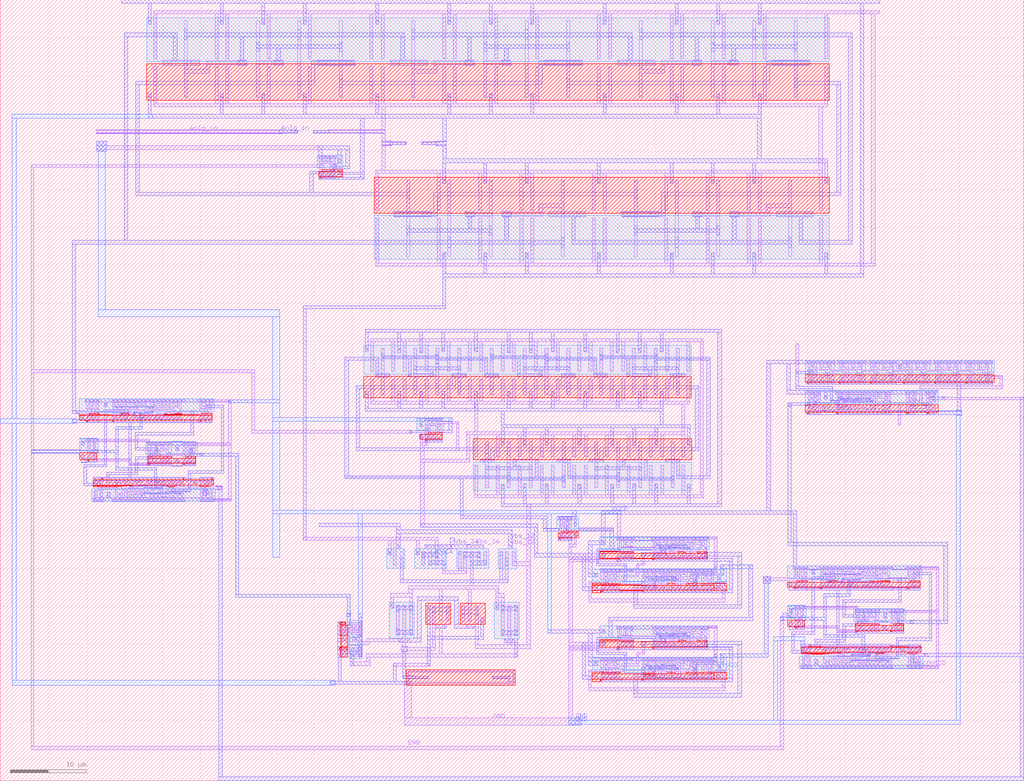
<source format=lef>
VERSION 5.7 ;
  NOWIREEXTENSIONATPIN ON ;
  DIVIDERCHAR "/" ;
  BUSBITCHARS "[]" ;
MACRO count
  CLASS BLOCK ;
  FOREIGN count ;
  ORIGIN 4.400 15.770 ;
  SIZE 20.100 BY 13.570 ;
  PIN UP
    ANTENNAGATEAREA 0.159000 ;
    PORT
      LAYER li1 ;
        RECT -4.400 -4.150 -3.050 -3.800 ;
        RECT -3.425 -4.175 -3.070 -4.150 ;
    END
  END UP
  PIN SetB
    ANTENNAGATEAREA 0.495000 ;
    PORT
      LAYER li1 ;
        RECT -3.255 -9.295 -2.925 -9.045 ;
      LAYER met1 ;
        RECT -4.150 -9.350 -2.900 -9.000 ;
    END
  END SetB
  PIN DOWN
    ANTENNAGATEAREA 0.159000 ;
    PORT
      LAYER li1 ;
        RECT 13.600 -13.790 14.150 -13.750 ;
        RECT 12.960 -14.170 14.150 -13.790 ;
        RECT 13.600 -14.200 14.150 -14.170 ;
    END
  END DOWN
  PIN Dout_buf
    ANTENNADIFFAREA 0.445500 ;
    PORT
      LAYER li1 ;
        RECT 10.290 -9.280 10.545 -8.375 ;
        RECT 10.375 -10.010 10.545 -9.280 ;
        RECT 10.290 -10.585 10.545 -10.010 ;
      LAYER met1 ;
        RECT 10.250 -9.450 10.550 -8.750 ;
        RECT 10.250 -9.800 11.400 -9.450 ;
        RECT 10.250 -9.810 10.550 -9.800 ;
    END
  END Dout_buf
  PIN GND
    ANTENNADIFFAREA 5.467100 ;
    PORT
      LAYER pwell ;
        RECT -3.020 -4.350 -1.675 -4.145 ;
        RECT -4.300 -4.375 -3.450 -4.350 ;
        RECT -3.020 -4.375 -0.050 -4.350 ;
        RECT 1.295 -4.375 2.215 -4.155 ;
        RECT 8.295 -4.255 9.215 -4.145 ;
        RECT 6.880 -4.350 9.215 -4.255 ;
        RECT 6.880 -4.375 11.450 -4.350 ;
        RECT 11.890 -4.375 13.235 -4.145 ;
        RECT -4.300 -5.050 13.235 -4.375 ;
        RECT -3.505 -5.055 -1.675 -5.050 ;
        RECT -0.065 -5.055 9.215 -5.050 ;
        RECT 11.405 -5.055 13.235 -5.050 ;
        RECT -3.365 -5.245 -3.195 -5.055 ;
        RECT 0.075 -5.245 0.245 -5.055 ;
        RECT 11.545 -5.245 11.715 -5.055 ;
        RECT -4.250 -9.355 -3.300 -9.350 ;
        RECT -4.250 -10.250 -1.995 -9.355 ;
        RECT -3.345 -10.265 -1.995 -10.250 ;
        RECT 4.695 -10.050 7.865 -9.825 ;
        RECT 4.695 -10.055 9.250 -10.050 ;
        RECT 9.720 -10.055 11.065 -9.825 ;
        RECT -3.215 -10.455 -3.045 -10.265 ;
        RECT 4.695 -10.735 11.065 -10.055 ;
        RECT 4.795 -10.925 4.965 -10.735 ;
        RECT 7.850 -10.750 9.250 -10.735 ;
        RECT 9.375 -10.925 9.545 -10.735 ;
        RECT -1.435 -12.915 -1.265 -12.725 ;
        RECT -1.150 -12.915 0.350 -12.900 ;
        RECT 9.315 -12.915 9.485 -12.725 ;
        RECT 9.600 -12.915 11.600 -12.900 ;
        RECT 13.085 -12.915 13.255 -12.725 ;
        RECT -2.485 -13.595 13.395 -12.915 ;
        RECT -2.485 -13.715 2.680 -13.595 ;
        RECT -2.485 -13.825 1.265 -13.715 ;
        RECT 7.345 -13.815 8.265 -13.595 ;
        RECT 9.600 -13.600 12.910 -13.595 ;
        RECT 11.565 -13.825 12.910 -13.600 ;
        RECT -1.150 -13.850 0.350 -13.825 ;
      LAYER li1 ;
        RECT -4.100 -4.900 -3.700 -4.400 ;
        RECT -2.950 -5.075 -2.620 -4.695 ;
        RECT -2.020 -4.900 -1.760 -4.235 ;
        RECT -2.020 -5.075 -0.050 -4.900 ;
        RECT 0.445 -5.075 0.775 -4.695 ;
        RECT 1.385 -5.075 1.715 -4.695 ;
        RECT 3.540 -5.075 3.950 -4.635 ;
        RECT 4.690 -5.075 5.010 -4.615 ;
        RECT 6.620 -5.075 7.280 -4.595 ;
        RECT 8.410 -5.075 8.695 -4.615 ;
        RECT 9.550 -5.075 11.400 -4.950 ;
        RECT 11.960 -5.075 12.290 -4.695 ;
        RECT 12.890 -5.075 13.150 -4.235 ;
        RECT -3.510 -5.245 13.240 -5.075 ;
        RECT -1.800 -5.400 -0.050 -5.245 ;
        RECT 9.550 -5.400 11.400 -5.245 ;
        RECT -4.050 -10.100 -3.650 -9.600 ;
        RECT -3.235 -10.285 -3.005 -9.465 ;
        RECT -2.335 -10.100 -2.125 -9.465 ;
        RECT -2.335 -10.285 2.550 -10.100 ;
        RECT -3.360 -10.450 2.550 -10.285 ;
        RECT -3.360 -10.455 -1.980 -10.450 ;
        RECT 2.200 -10.650 2.550 -10.450 ;
        RECT 4.785 -10.650 5.115 -10.365 ;
        RECT 2.200 -10.755 5.115 -10.650 ;
        RECT 5.625 -10.755 5.955 -10.365 ;
        RECT 7.495 -10.755 7.785 -9.920 ;
        RECT 8.300 -10.600 8.800 -10.200 ;
        RECT 9.790 -10.755 10.120 -10.375 ;
        RECT 10.720 -10.755 10.980 -9.915 ;
        RECT 2.200 -10.925 7.870 -10.755 ;
        RECT 9.230 -10.925 11.070 -10.755 ;
        RECT 2.200 -11.000 4.850 -10.925 ;
        RECT -1.250 -12.725 0.050 -12.600 ;
        RECT 2.200 -12.725 2.550 -11.000 ;
        RECT 9.600 -12.725 11.750 -12.700 ;
        RECT -2.500 -12.895 13.400 -12.725 ;
        RECT -2.355 -13.715 -2.145 -12.895 ;
        RECT -1.475 -13.050 0.050 -12.895 ;
        RECT -1.475 -13.715 -1.245 -13.050 ;
        RECT 0.865 -13.355 1.150 -12.895 ;
        RECT 2.280 -13.375 2.940 -12.895 ;
        RECT 4.550 -13.355 4.870 -12.895 ;
        RECT 5.610 -13.335 6.020 -12.895 ;
        RECT 7.845 -13.275 8.175 -12.895 ;
        RECT 8.785 -13.275 9.115 -12.895 ;
        RECT 9.600 -13.050 11.910 -12.895 ;
        RECT 10.700 -13.450 11.200 -13.050 ;
        RECT 11.650 -13.735 11.910 -13.050 ;
        RECT 12.510 -13.275 12.840 -12.895 ;
      LAYER met1 ;
        RECT -4.100 -4.900 -3.700 -4.400 ;
        RECT -4.100 -4.920 -3.400 -4.900 ;
        RECT -4.100 -5.400 -1.670 -4.920 ;
        RECT -0.070 -5.400 9.590 -4.920 ;
        RECT 11.400 -5.400 13.240 -4.920 ;
        RECT -4.050 -10.100 -3.650 -9.600 ;
        RECT -4.050 -10.130 -3.350 -10.100 ;
        RECT -4.050 -10.610 -1.980 -10.130 ;
        RECT 2.200 -10.450 2.550 -5.400 ;
        RECT 8.300 -10.600 8.800 -10.200 ;
        RECT -4.050 -10.650 -3.350 -10.610 ;
        RECT 4.650 -11.080 11.070 -10.600 ;
        RECT 7.850 -11.100 9.250 -11.080 ;
        RECT -2.500 -13.050 -1.120 -12.570 ;
        RECT -0.030 -13.050 9.630 -12.570 ;
        RECT 11.560 -13.050 13.400 -12.570 ;
        RECT 10.700 -13.450 11.200 -13.050 ;
    END
  END GND
  PIN VCCD
    ANTENNADIFFAREA 7.256200 ;
    PORT
      LAYER nwell ;
        RECT -4.300 -3.900 13.450 -2.200 ;
        RECT -4.250 -7.460 -3.350 -7.400 ;
        RECT -4.250 -9.065 -1.790 -7.460 ;
        RECT 8.050 -7.930 9.050 -7.900 ;
        RECT -4.250 -9.100 -3.400 -9.065 ;
        RECT 4.460 -9.535 11.260 -7.930 ;
        RECT 8.050 -9.550 9.050 -9.535 ;
        RECT -0.950 -14.115 -0.100 -14.100 ;
        RECT 9.800 -14.115 11.600 -14.100 ;
        RECT -2.690 -15.720 13.590 -14.115 ;
        RECT -0.950 -15.750 -0.100 -15.720 ;
        RECT 9.800 -15.750 11.750 -15.720 ;
      LAYER li1 ;
        RECT 13.150 -2.355 15.700 -2.350 ;
        RECT -3.510 -2.525 -1.670 -2.355 ;
        RECT -0.070 -2.525 9.590 -2.355 ;
        RECT 11.400 -2.525 15.700 -2.355 ;
        RECT -2.950 -3.285 -2.620 -2.525 ;
        RECT -2.020 -3.675 -1.760 -2.525 ;
        RECT -1.050 -3.300 -0.650 -2.800 ;
        RECT 0.445 -3.025 0.775 -2.525 ;
        RECT 1.385 -3.025 1.715 -2.525 ;
        RECT 3.360 -2.905 3.740 -2.525 ;
        RECT 4.260 -2.905 4.590 -2.525 ;
        RECT 5.870 -2.905 6.290 -2.525 ;
        RECT 6.960 -3.215 7.290 -2.525 ;
        RECT 8.410 -3.325 8.695 -2.525 ;
        RECT 11.960 -3.285 12.290 -2.525 ;
        RECT 12.890 -2.700 15.700 -2.525 ;
        RECT 12.890 -3.675 13.150 -2.700 ;
        RECT -2.150 -7.565 5.000 -7.550 ;
        RECT -3.360 -7.735 5.000 -7.565 ;
        RECT -4.050 -8.350 -3.650 -7.850 ;
        RECT -3.235 -8.875 -3.005 -7.735 ;
        RECT -2.335 -7.900 5.000 -7.735 ;
        RECT -2.335 -8.875 -2.125 -7.900 ;
        RECT 4.650 -8.035 5.000 -7.900 ;
        RECT 4.650 -8.205 7.870 -8.035 ;
        RECT 9.230 -8.050 11.070 -8.035 ;
        RECT 15.350 -8.050 15.700 -2.700 ;
        RECT 9.230 -8.205 15.700 -8.050 ;
        RECT 5.705 -9.055 5.875 -8.205 ;
        RECT 6.545 -8.715 6.715 -8.205 ;
        RECT 8.400 -9.100 8.800 -8.600 ;
        RECT 9.790 -8.965 10.120 -8.205 ;
        RECT 10.720 -8.400 15.700 -8.205 ;
        RECT 10.720 -9.355 10.980 -8.400 ;
        RECT -2.355 -15.445 -2.145 -14.305 ;
        RECT -1.475 -15.445 -1.245 -14.305 ;
        RECT -0.650 -15.050 -0.250 -14.550 ;
        RECT 0.865 -15.445 1.150 -14.645 ;
        RECT 2.270 -15.445 2.600 -14.755 ;
        RECT 3.270 -15.445 3.690 -15.065 ;
        RECT 4.970 -15.445 5.300 -15.065 ;
        RECT 5.820 -15.445 6.200 -15.065 ;
        RECT 7.845 -15.445 8.175 -14.945 ;
        RECT 8.785 -15.445 9.115 -14.945 ;
        RECT 11.650 -15.445 11.910 -14.295 ;
        RECT 12.510 -15.445 12.840 -14.685 ;
        RECT 15.350 -15.400 15.700 -8.400 ;
        RECT 13.350 -15.445 15.700 -15.400 ;
        RECT -2.500 -15.615 -1.120 -15.445 ;
        RECT -0.030 -15.615 9.630 -15.445 ;
        RECT 11.560 -15.615 15.700 -15.445 ;
        RECT 13.350 -15.750 15.700 -15.615 ;
      LAYER met1 ;
        RECT -3.510 -2.680 13.240 -2.200 ;
        RECT -1.700 -2.700 0.000 -2.680 ;
        RECT 9.550 -2.700 11.400 -2.680 ;
        RECT -1.050 -3.300 -0.650 -2.700 ;
        RECT -4.050 -7.410 -3.300 -7.400 ;
        RECT -4.050 -7.890 -1.980 -7.410 ;
        RECT 7.850 -7.880 9.250 -7.850 ;
        RECT -4.050 -7.900 -3.300 -7.890 ;
        RECT -4.050 -8.350 -3.650 -7.900 ;
        RECT 4.650 -8.350 11.070 -7.880 ;
        RECT 4.650 -8.360 7.870 -8.350 ;
        RECT 8.400 -9.100 8.800 -8.350 ;
        RECT 9.230 -8.360 11.070 -8.350 ;
        RECT -2.500 -15.300 -1.120 -15.290 ;
        RECT -0.650 -15.300 -0.250 -14.550 ;
        RECT -0.030 -15.300 9.630 -15.290 ;
        RECT 11.560 -15.300 13.400 -15.290 ;
        RECT -2.500 -15.750 13.400 -15.300 ;
        RECT -2.500 -15.770 -1.120 -15.750 ;
        RECT -0.030 -15.770 9.630 -15.750 ;
        RECT 11.560 -15.770 13.400 -15.750 ;
    END
  END VCCD
  OBS
      LAYER li1 ;
        RECT -3.335 -3.455 -3.165 -2.695 ;
        RECT -3.335 -3.625 -2.620 -3.455 ;
        RECT -2.450 -3.600 -2.195 -2.695 ;
        RECT 0.105 -3.195 0.275 -2.695 ;
        RECT 0.105 -3.365 0.770 -3.195 ;
        RECT -2.790 -3.835 -2.620 -3.625 ;
        RECT -2.790 -4.165 -2.535 -3.835 ;
        RECT -2.365 -3.850 -2.195 -3.600 ;
        RECT 0.020 -3.850 0.370 -3.535 ;
        RECT -2.365 -4.050 0.370 -3.850 ;
        RECT -2.790 -4.355 -2.620 -4.165 ;
        RECT -2.365 -4.330 -2.195 -4.050 ;
        RECT 0.020 -4.185 0.370 -4.050 ;
        RECT -3.335 -4.525 -2.620 -4.355 ;
        RECT -3.335 -4.905 -3.165 -4.525 ;
        RECT -2.450 -4.905 -2.195 -4.330 ;
        RECT 0.540 -4.355 0.770 -3.365 ;
        RECT 0.105 -4.525 0.770 -4.355 ;
        RECT 0.105 -4.815 0.275 -4.525 ;
        RECT 0.945 -4.815 1.170 -2.695 ;
        RECT 1.885 -3.195 2.055 -2.695 ;
        RECT 2.290 -2.910 3.120 -2.740 ;
        RECT 1.360 -3.365 2.055 -3.195 ;
        RECT 1.360 -4.335 1.530 -3.365 ;
        RECT 1.700 -4.155 2.110 -3.535 ;
        RECT 2.280 -3.585 2.780 -3.205 ;
        RECT 1.360 -4.525 2.055 -4.335 ;
        RECT 2.280 -4.455 2.500 -3.585 ;
        RECT 2.950 -3.755 3.120 -2.910 ;
        RECT 3.920 -3.075 4.090 -2.785 ;
        RECT 5.060 -2.995 5.690 -2.745 ;
        RECT 5.520 -3.075 5.690 -2.995 ;
        RECT 6.490 -3.075 6.730 -2.785 ;
        RECT 3.290 -3.325 4.660 -3.075 ;
        RECT 3.290 -3.585 3.540 -3.325 ;
        RECT 4.050 -3.755 4.300 -3.595 ;
        RECT 2.950 -3.925 4.300 -3.755 ;
        RECT 2.950 -3.965 3.370 -3.925 ;
        RECT 2.680 -4.515 3.030 -4.145 ;
        RECT 1.885 -4.855 2.055 -4.525 ;
        RECT 3.200 -4.695 3.370 -3.965 ;
        RECT 4.470 -4.095 4.660 -3.325 ;
        RECT 3.540 -4.425 3.950 -4.095 ;
        RECT 2.355 -4.895 3.370 -4.695 ;
        RECT 4.240 -4.435 4.660 -4.095 ;
        RECT 4.830 -3.505 5.350 -3.195 ;
        RECT 5.520 -3.245 6.730 -3.075 ;
        RECT 4.830 -4.265 5.000 -3.505 ;
        RECT 5.170 -4.095 5.350 -3.685 ;
        RECT 5.520 -3.755 5.690 -3.245 ;
        RECT 7.460 -3.395 7.630 -2.785 ;
        RECT 7.900 -3.245 8.230 -2.735 ;
        RECT 7.460 -3.415 7.780 -3.395 ;
        RECT 5.860 -3.585 7.780 -3.415 ;
        RECT 5.520 -3.925 7.420 -3.755 ;
        RECT 5.750 -4.265 6.080 -4.145 ;
        RECT 4.830 -4.435 6.080 -4.265 ;
        RECT 4.240 -4.865 4.490 -4.435 ;
        RECT 6.250 -4.685 6.420 -3.925 ;
        RECT 7.090 -3.985 7.420 -3.925 ;
        RECT 6.610 -4.155 6.940 -4.095 ;
        RECT 6.610 -4.425 7.270 -4.155 ;
        RECT 7.590 -4.480 7.780 -3.585 ;
        RECT 5.570 -4.855 6.420 -4.685 ;
        RECT 7.460 -4.810 7.780 -4.480 ;
        RECT 7.980 -3.835 8.230 -3.245 ;
        RECT 8.875 -3.505 9.130 -2.835 ;
        RECT 8.950 -3.800 9.130 -3.505 ;
        RECT 11.575 -3.455 11.745 -2.695 ;
        RECT 11.575 -3.625 12.290 -3.455 ;
        RECT 12.460 -3.600 12.715 -2.695 ;
        RECT 8.950 -3.805 11.500 -3.800 ;
        RECT 7.980 -4.165 8.780 -3.835 ;
        RECT 7.980 -4.815 8.230 -4.165 ;
        RECT 8.950 -4.175 11.840 -3.805 ;
        RECT 12.120 -3.835 12.290 -3.625 ;
        RECT 12.120 -4.165 12.375 -3.835 ;
        RECT 8.950 -4.200 11.500 -4.175 ;
        RECT 8.950 -4.365 9.130 -4.200 ;
        RECT 12.120 -4.355 12.290 -4.165 ;
        RECT 12.545 -4.330 12.715 -3.600 ;
        RECT 8.875 -4.895 9.130 -4.365 ;
        RECT 11.575 -4.525 12.290 -4.355 ;
        RECT 11.575 -4.905 11.745 -4.525 ;
        RECT 12.460 -4.905 12.715 -4.330 ;
        RECT -2.835 -8.885 -2.505 -7.905 ;
        RECT -2.755 -9.100 -2.505 -8.885 ;
        RECT 4.735 -9.055 5.115 -8.375 ;
        RECT 6.045 -8.885 6.375 -8.375 ;
        RECT 6.885 -8.885 7.285 -8.375 ;
        RECT 6.045 -9.055 7.285 -8.885 ;
        RECT -2.755 -9.270 -2.500 -9.100 ;
        RECT -2.755 -9.485 -2.505 -9.270 ;
        RECT -2.835 -10.115 -2.505 -9.485 ;
        RECT 4.735 -10.015 4.905 -9.055 ;
        RECT 5.075 -9.395 6.380 -9.225 ;
        RECT 7.465 -9.305 7.785 -8.375 ;
        RECT 9.405 -9.135 9.575 -8.375 ;
        RECT 9.405 -9.305 10.120 -9.135 ;
        RECT 5.075 -9.845 5.320 -9.395 ;
        RECT 5.490 -9.765 6.040 -9.565 ;
        RECT 6.210 -9.595 6.380 -9.395 ;
        RECT 7.155 -9.450 7.785 -9.305 ;
        RECT 7.155 -9.500 9.000 -9.450 ;
        RECT 9.315 -9.500 9.670 -9.485 ;
        RECT 6.210 -9.765 6.585 -9.595 ;
        RECT 6.755 -10.015 6.985 -9.515 ;
        RECT 4.735 -10.185 6.985 -10.015 ;
        RECT 7.155 -9.700 9.670 -9.500 ;
        RECT 5.285 -10.505 5.455 -10.185 ;
        RECT 7.155 -10.355 7.325 -9.700 ;
        RECT 9.315 -9.855 9.670 -9.700 ;
        RECT 9.950 -9.515 10.120 -9.305 ;
        RECT 9.950 -9.845 10.205 -9.515 ;
        RECT 9.950 -10.035 10.120 -9.845 ;
        RECT 6.370 -10.525 7.325 -10.355 ;
        RECT 9.405 -10.205 10.120 -10.035 ;
        RECT 9.405 -10.585 9.575 -10.205 ;
        RECT -1.975 -13.695 -1.645 -13.065 ;
        RECT 0.430 -13.605 0.685 -13.075 ;
        RECT -1.975 -14.295 -1.725 -13.695 ;
        RECT -1.555 -13.890 -1.225 -13.885 ;
        RECT 0.430 -13.890 0.610 -13.605 ;
        RECT 1.330 -13.805 1.580 -13.155 ;
        RECT -1.555 -14.130 0.610 -13.890 ;
        RECT -1.555 -14.135 -1.225 -14.130 ;
        RECT -1.975 -15.275 -1.645 -14.295 ;
        RECT 0.430 -14.465 0.610 -14.130 ;
        RECT 0.780 -14.135 1.580 -13.805 ;
        RECT 0.430 -15.135 0.685 -14.465 ;
        RECT 1.330 -14.725 1.580 -14.135 ;
        RECT 1.780 -13.490 2.100 -13.160 ;
        RECT 3.140 -13.285 3.990 -13.115 ;
        RECT 1.780 -14.385 1.970 -13.490 ;
        RECT 2.290 -13.815 2.950 -13.545 ;
        RECT 2.620 -13.875 2.950 -13.815 ;
        RECT 2.140 -14.045 2.470 -13.985 ;
        RECT 3.140 -14.045 3.310 -13.285 ;
        RECT 5.070 -13.535 5.320 -13.105 ;
        RECT 3.480 -13.705 4.730 -13.535 ;
        RECT 3.480 -13.825 3.810 -13.705 ;
        RECT 2.140 -14.215 4.040 -14.045 ;
        RECT 1.780 -14.555 3.700 -14.385 ;
        RECT 1.780 -14.575 2.100 -14.555 ;
        RECT 1.330 -15.235 1.660 -14.725 ;
        RECT 1.930 -15.185 2.100 -14.575 ;
        RECT 3.870 -14.725 4.040 -14.215 ;
        RECT 4.210 -14.285 4.390 -13.875 ;
        RECT 4.560 -14.465 4.730 -13.705 ;
        RECT 2.830 -14.895 4.040 -14.725 ;
        RECT 4.210 -14.775 4.730 -14.465 ;
        RECT 4.900 -13.875 5.320 -13.535 ;
        RECT 6.190 -13.275 7.205 -13.075 ;
        RECT 5.610 -13.875 6.020 -13.545 ;
        RECT 4.900 -14.645 5.090 -13.875 ;
        RECT 6.190 -14.005 6.360 -13.275 ;
        RECT 7.505 -13.445 7.675 -13.115 ;
        RECT 6.530 -13.825 6.880 -13.455 ;
        RECT 6.190 -14.045 6.610 -14.005 ;
        RECT 5.260 -14.215 6.610 -14.045 ;
        RECT 5.260 -14.375 5.510 -14.215 ;
        RECT 6.020 -14.645 6.270 -14.385 ;
        RECT 4.900 -14.895 6.270 -14.645 ;
        RECT 2.830 -15.185 3.070 -14.895 ;
        RECT 3.870 -14.975 4.040 -14.895 ;
        RECT 3.870 -15.225 4.500 -14.975 ;
        RECT 5.470 -15.185 5.640 -14.895 ;
        RECT 6.440 -15.060 6.610 -14.215 ;
        RECT 7.060 -14.385 7.280 -13.515 ;
        RECT 7.505 -13.635 8.200 -13.445 ;
        RECT 6.780 -14.765 7.280 -14.385 ;
        RECT 7.450 -14.435 7.860 -13.815 ;
        RECT 8.030 -14.605 8.200 -13.635 ;
        RECT 7.505 -14.775 8.200 -14.605 ;
        RECT 6.440 -15.230 7.270 -15.060 ;
        RECT 7.505 -15.275 7.675 -14.775 ;
        RECT 8.390 -15.275 8.615 -13.155 ;
        RECT 9.285 -13.445 9.455 -13.155 ;
        RECT 8.790 -13.615 9.455 -13.445 ;
        RECT 8.790 -14.605 9.020 -13.615 ;
        RECT 12.085 -13.640 12.340 -13.065 ;
        RECT 13.055 -13.445 13.225 -13.065 ;
        RECT 12.510 -13.615 13.225 -13.445 ;
        RECT 9.190 -13.800 9.540 -13.785 ;
        RECT 9.190 -14.150 11.100 -13.800 ;
        RECT 9.190 -14.435 9.540 -14.150 ;
        RECT 12.085 -14.370 12.255 -13.640 ;
        RECT 12.510 -13.805 12.680 -13.615 ;
        RECT 12.425 -14.135 12.680 -13.805 ;
        RECT 12.510 -14.345 12.680 -14.135 ;
        RECT 8.790 -14.775 9.455 -14.605 ;
        RECT 9.285 -15.275 9.455 -14.775 ;
        RECT 12.085 -15.275 12.340 -14.370 ;
        RECT 12.510 -14.515 13.225 -14.345 ;
        RECT 13.055 -15.275 13.225 -14.515 ;
      LAYER met1 ;
        RECT 0.480 -3.220 0.770 -3.175 ;
        RECT 2.340 -3.220 2.630 -3.175 ;
        RECT 5.120 -3.220 5.410 -3.175 ;
        RECT 0.480 -3.360 5.410 -3.220 ;
        RECT 0.480 -3.405 0.770 -3.360 ;
        RECT 2.340 -3.405 2.630 -3.360 ;
        RECT 5.120 -3.405 5.410 -3.360 ;
        RECT 12.450 -3.400 14.750 -3.050 ;
        RECT -1.050 -4.050 2.100 -3.650 ;
        RECT 5.120 -3.900 5.410 -3.855 ;
        RECT 2.875 -4.040 5.410 -3.900 ;
        RECT -2.350 -9.000 -1.900 -8.950 ;
        RECT -2.750 -9.350 -1.900 -9.000 ;
        RECT -2.350 -9.400 -1.900 -9.350 ;
        RECT -1.050 -10.900 -0.700 -4.050 ;
        RECT 2.875 -4.195 3.090 -4.040 ;
        RECT 5.120 -4.085 5.410 -4.040 ;
        RECT 0.940 -4.240 1.230 -4.195 ;
        RECT 2.800 -4.240 3.090 -4.195 ;
        RECT 3.720 -4.200 4.010 -4.195 ;
        RECT 0.940 -4.380 3.090 -4.240 ;
        RECT 0.940 -4.425 1.230 -4.380 ;
        RECT 2.800 -4.425 3.090 -4.380 ;
        RECT 3.650 -4.240 4.150 -4.200 ;
        RECT 6.980 -4.240 7.270 -4.195 ;
        RECT 3.650 -4.380 7.270 -4.240 ;
        RECT 3.650 -4.650 4.150 -4.380 ;
        RECT 6.980 -4.425 7.270 -4.380 ;
        RECT 10.400 -6.650 10.750 -3.800 ;
        RECT 3.050 -7.000 10.750 -6.650 ;
        RECT 3.050 -8.650 3.400 -7.000 ;
        RECT 3.050 -9.000 5.950 -8.650 ;
        RECT 5.000 -9.850 5.350 -9.500 ;
        RECT 5.600 -9.550 5.950 -9.000 ;
        RECT 5.500 -9.800 6.050 -9.550 ;
        RECT -3.700 -11.200 -0.700 -10.900 ;
        RECT 3.050 -10.200 5.350 -9.850 ;
        RECT -3.700 -13.350 -3.350 -11.200 ;
        RECT 3.050 -11.900 3.400 -10.200 ;
        RECT 14.400 -11.700 14.750 -3.400 ;
        RECT -0.700 -12.250 3.400 -11.900 ;
        RECT 10.050 -12.050 14.750 -11.700 ;
        RECT -0.700 -13.300 -0.350 -12.250 ;
        RECT -3.700 -13.700 -1.650 -13.350 ;
        RECT -0.700 -13.700 0.750 -13.300 ;
        RECT 2.290 -13.590 2.580 -13.545 ;
        RECT 5.550 -13.590 6.050 -13.250 ;
        RECT 2.290 -13.730 6.050 -13.590 ;
        RECT 2.290 -13.775 2.580 -13.730 ;
        RECT 5.550 -13.750 6.050 -13.730 ;
        RECT 6.470 -13.590 6.760 -13.545 ;
        RECT 8.330 -13.590 8.620 -13.545 ;
        RECT 6.470 -13.730 8.620 -13.590 ;
        RECT 5.550 -13.775 5.840 -13.750 ;
        RECT 6.470 -13.775 6.760 -13.730 ;
        RECT 8.330 -13.775 8.620 -13.730 ;
        RECT 4.150 -13.930 4.440 -13.885 ;
        RECT 6.470 -13.930 6.685 -13.775 ;
        RECT 4.150 -14.070 6.685 -13.930 ;
        RECT 4.150 -14.115 4.440 -14.070 ;
        RECT 7.450 -14.100 7.850 -13.900 ;
        RECT 10.050 -14.100 10.400 -12.050 ;
        RECT 7.450 -14.400 10.400 -14.100 ;
        RECT 10.750 -14.150 12.400 -13.800 ;
        RECT 7.450 -14.450 8.650 -14.400 ;
        RECT 9.250 -14.450 10.400 -14.400 ;
        RECT 4.150 -14.610 4.440 -14.565 ;
        RECT 6.930 -14.610 7.220 -14.565 ;
        RECT 8.790 -14.610 9.080 -14.565 ;
        RECT 4.150 -14.750 9.080 -14.610 ;
        RECT 4.150 -14.795 4.440 -14.750 ;
        RECT 6.930 -14.795 7.220 -14.750 ;
        RECT 8.790 -14.795 9.080 -14.750 ;
        RECT 12.050 -14.950 12.400 -14.150 ;
      LAYER met2 ;
        RECT 3.650 -4.750 4.150 -4.200 ;
        RECT 3.650 -5.900 4.000 -4.750 ;
        RECT 0.500 -6.250 4.000 -5.900 ;
        RECT -2.350 -9.000 -1.900 -8.950 ;
        RECT 0.500 -9.000 0.850 -6.250 ;
        RECT -2.350 -9.350 0.850 -9.000 ;
        RECT -2.350 -9.400 -1.900 -9.350 ;
        RECT 0.500 -11.300 0.850 -9.350 ;
        RECT 0.500 -11.650 5.900 -11.300 ;
        RECT 5.550 -13.250 5.900 -11.650 ;
        RECT 5.550 -13.750 6.050 -13.250 ;
  END
END count
MACRO dco
  CLASS BLOCK ;
  FOREIGN dco ;
  ORIGIN 3.600 21.400 ;
  SIZE 63.300 BY 52.200 ;
  PIN VCCD
    ANTENNAGATEAREA 0.247500 ;
    ANTENNADIFFAREA 12.917700 ;
    PORT
      LAYER nwell ;
        RECT 15.400 17.500 18.930 19.100 ;
        RECT 16.250 17.495 18.930 17.500 ;
        RECT 33.850 4.500 36.700 6.100 ;
        RECT 33.850 4.495 36.070 4.500 ;
        RECT 39.550 3.400 41.700 3.450 ;
        RECT 39.550 1.800 53.940 3.400 ;
        RECT 41.600 1.795 53.940 1.800 ;
        RECT 44.200 1.750 46.300 1.795 ;
        RECT 38.550 -2.400 56.300 -0.800 ;
        RECT 39.400 -2.405 56.300 -2.400 ;
        RECT 42.500 -2.450 44.850 -2.405 ;
        RECT 54.800 -2.450 56.300 -2.405 ;
        RECT 6.545 -9.700 8.150 -7.550 ;
        RECT 6.500 -10.850 8.150 -9.700 ;
        RECT 39.550 -8.300 41.700 -8.250 ;
        RECT 39.550 -9.900 53.940 -8.300 ;
        RECT 41.600 -9.905 53.940 -9.900 ;
        RECT 44.200 -9.950 46.300 -9.905 ;
        RECT 6.545 -12.610 8.150 -10.850 ;
        RECT 38.550 -14.100 56.300 -12.500 ;
        RECT 39.400 -14.105 56.300 -14.100 ;
        RECT 42.500 -14.150 44.850 -14.105 ;
        RECT 54.800 -14.150 56.300 -14.105 ;
      LAYER li1 ;
        RECT 16.440 18.825 18.740 18.995 ;
        RECT 15.800 17.980 16.100 18.480 ;
        RECT 16.955 18.425 17.890 18.825 ;
        RECT 18.415 17.500 18.655 18.145 ;
        RECT 18.415 17.200 18.800 17.500 ;
        RECT 18.415 17.165 18.655 17.200 ;
        RECT 39.750 6.450 42.300 6.950 ;
        RECT 34.040 5.825 35.880 5.995 ;
        RECT 34.600 5.065 34.930 5.825 ;
        RECT 35.530 4.675 35.790 5.825 ;
        RECT 36.150 4.750 36.450 5.250 ;
        RECT 39.750 2.400 40.250 6.450 ;
        RECT 41.800 3.295 42.300 6.450 ;
        RECT 53.700 3.295 55.050 3.450 ;
        RECT 41.790 3.125 44.090 3.295 ;
        RECT 46.390 3.125 55.050 3.295 ;
        RECT 41.920 1.985 42.185 3.125 ;
        RECT 42.855 2.325 43.025 3.125 ;
        RECT 43.695 2.665 43.905 3.125 ;
        RECT 46.905 2.625 47.235 3.125 ;
        RECT 47.830 2.665 48.095 3.125 ;
        RECT 50.000 2.325 50.170 3.125 ;
        RECT 51.880 2.625 52.195 3.125 ;
        RECT 52.935 2.115 53.105 3.125 ;
        RECT 53.700 3.100 55.050 3.125 ;
        RECT 54.650 -0.650 55.050 3.100 ;
        RECT 42.350 -0.905 44.000 -0.750 ;
        RECT 39.590 -1.075 44.000 -0.905 ;
        RECT 44.990 -1.075 54.650 -0.905 ;
        RECT 38.850 -1.850 39.250 -1.350 ;
        RECT 40.185 -1.875 40.425 -1.075 ;
        RECT 40.945 -1.875 41.275 -1.075 ;
        RECT 41.785 -2.225 42.115 -1.075 ;
        RECT 42.350 -1.200 44.000 -1.075 ;
        RECT 45.505 -1.575 45.835 -1.075 ;
        RECT 46.430 -1.535 46.695 -1.075 ;
        RECT 48.600 -1.875 48.770 -1.075 ;
        RECT 50.480 -1.575 50.795 -1.075 ;
        RECT 51.540 -2.085 51.710 -1.075 ;
        RECT 52.380 -1.990 52.555 -1.075 ;
        RECT 53.415 -2.215 53.630 -1.075 ;
        RECT 54.305 -2.215 54.555 -1.075 ;
        RECT 55.000 -2.200 55.500 -1.800 ;
        RECT 7.875 -8.300 8.045 -7.740 ;
        RECT 7.115 -8.630 8.045 -8.300 ;
        RECT 53.700 -8.405 55.050 -8.250 ;
        RECT 41.790 -8.575 44.090 -8.405 ;
        RECT 46.390 -8.575 55.050 -8.405 ;
        RECT 7.875 -9.230 8.045 -8.630 ;
        RECT 6.725 -9.490 8.045 -9.230 ;
        RECT 39.850 -9.300 40.250 -8.800 ;
        RECT 7.875 -9.580 8.045 -9.490 ;
        RECT 41.920 -9.715 42.185 -8.575 ;
        RECT 42.855 -9.375 43.025 -8.575 ;
        RECT 43.695 -9.035 43.905 -8.575 ;
        RECT 46.905 -9.075 47.235 -8.575 ;
        RECT 47.830 -9.035 48.095 -8.575 ;
        RECT 50.000 -9.375 50.170 -8.575 ;
        RECT 51.880 -9.075 52.195 -8.575 ;
        RECT 52.935 -9.585 53.105 -8.575 ;
        RECT 53.700 -8.600 55.050 -8.575 ;
        RECT 6.900 -10.200 7.400 -9.800 ;
        RECT 7.875 -11.165 8.045 -11.040 ;
        RECT 6.735 -11.395 8.045 -11.165 ;
        RECT 7.875 -12.065 8.045 -11.395 ;
        RECT 6.735 -12.275 8.045 -12.065 ;
        RECT 7.875 -12.420 8.045 -12.275 ;
        RECT 54.650 -12.350 55.050 -8.600 ;
        RECT 42.350 -12.605 44.000 -12.450 ;
        RECT 39.590 -12.775 44.000 -12.605 ;
        RECT 44.990 -12.775 54.650 -12.605 ;
        RECT 38.850 -13.550 39.250 -13.050 ;
        RECT 40.185 -13.575 40.425 -12.775 ;
        RECT 40.945 -13.575 41.275 -12.775 ;
        RECT 41.785 -13.925 42.115 -12.775 ;
        RECT 42.350 -12.900 44.000 -12.775 ;
        RECT 45.505 -13.275 45.835 -12.775 ;
        RECT 46.430 -13.235 46.695 -12.775 ;
        RECT 48.600 -13.575 48.770 -12.775 ;
        RECT 50.480 -13.275 50.795 -12.775 ;
        RECT 51.540 -13.785 51.710 -12.775 ;
        RECT 52.380 -13.690 52.555 -12.775 ;
        RECT 53.415 -13.915 53.630 -12.775 ;
        RECT 54.305 -13.915 54.555 -12.775 ;
        RECT 55.000 -13.900 55.500 -13.500 ;
      LAYER met1 ;
        RECT 15.800 18.700 18.740 19.150 ;
        RECT 15.800 17.980 16.100 18.700 ;
        RECT 16.440 18.670 18.740 18.700 ;
        RECT 19.600 17.500 20.050 19.150 ;
        RECT 18.400 17.150 20.050 17.500 ;
        RECT 35.900 6.150 36.450 6.950 ;
        RECT 39.750 6.450 42.300 6.950 ;
        RECT 34.040 5.700 36.450 6.150 ;
        RECT 34.040 5.670 35.880 5.700 ;
        RECT 36.150 4.750 36.450 5.700 ;
        RECT 41.790 2.970 53.750 3.450 ;
        RECT 44.050 2.950 46.500 2.970 ;
        RECT 38.000 2.400 40.250 2.900 ;
        RECT 38.000 -1.350 38.500 2.400 ;
        RECT 54.650 -0.750 55.050 -0.250 ;
        RECT 39.590 -1.230 42.350 -0.750 ;
        RECT 43.500 -1.200 55.050 -0.750 ;
        RECT 44.990 -1.230 55.050 -1.200 ;
        RECT 54.650 -1.250 55.050 -1.230 ;
        RECT 38.000 -1.850 39.250 -1.350 ;
        RECT 55.000 -2.200 55.500 -1.800 ;
        RECT 7.700 -7.750 8.200 -6.700 ;
        RECT 7.720 -9.550 8.200 -7.750 ;
        RECT 41.790 -8.730 53.750 -8.250 ;
        RECT 44.050 -8.750 46.500 -8.730 ;
        RECT 32.650 -9.300 40.250 -8.800 ;
        RECT 7.700 -9.800 8.200 -9.550 ;
        RECT 6.900 -10.200 8.200 -9.800 ;
        RECT 7.700 -11.050 8.200 -10.200 ;
        RECT 7.720 -12.420 8.200 -11.050 ;
        RECT 38.000 -12.450 38.500 -9.300 ;
        RECT 54.650 -12.450 55.050 -11.950 ;
        RECT 38.000 -12.900 42.350 -12.450 ;
        RECT 43.500 -12.900 55.050 -12.450 ;
        RECT 38.000 -13.050 38.500 -12.900 ;
        RECT 39.590 -12.930 42.350 -12.900 ;
        RECT 44.990 -12.930 55.050 -12.900 ;
        RECT 54.650 -12.950 55.050 -12.930 ;
        RECT 38.000 -13.550 39.250 -13.050 ;
        RECT 55.000 -13.900 55.500 -13.500 ;
      LAYER met2 ;
        RECT -3.600 19.150 -2.650 30.400 ;
        RECT -3.600 18.700 20.050 19.150 ;
        RECT -3.600 6.950 -2.650 18.700 ;
        RECT -3.600 6.500 42.300 6.950 ;
        RECT -3.600 0.725 -2.650 6.500 ;
        RECT 7.700 -7.200 8.200 6.500 ;
        RECT 32.650 -9.300 33.150 6.500 ;
        RECT 39.750 6.450 42.300 6.500 ;
    END
  END VCCD
  PIN VCCA
    ANTENNADIFFAREA 2.560000 ;
    PORT
      LAYER nwell ;
        RECT 11.400 -0.700 13.800 1.900 ;
        RECT 15.150 -0.700 19.350 1.900 ;
      LAYER li1 ;
        RECT 10.800 3.000 18.250 3.400 ;
        RECT 11.600 1.000 12.000 3.000 ;
        RECT 12.300 -0.300 12.700 3.000 ;
        RECT 15.350 1.050 15.750 3.000 ;
        RECT 16.050 -0.300 16.450 1.500 ;
        RECT 17.850 -0.300 18.250 3.000 ;
      LAYER met1 ;
        RECT 11.600 1.000 12.000 1.500 ;
        RECT 15.350 1.050 15.750 1.550 ;
        RECT 16.050 1.350 16.450 1.500 ;
        RECT 17.850 1.350 18.250 1.500 ;
        RECT 16.050 0.850 18.250 1.350 ;
        RECT 16.050 0.700 16.450 0.850 ;
        RECT 17.850 0.700 18.250 0.850 ;
    END
  END VCCA
  PIN Dctrl
    ANTENNAGATEAREA 0.159000 ;
    PORT
      LAYER li1 ;
        RECT 6.225 -8.180 6.595 -7.825 ;
      LAYER met1 ;
        RECT 6.200 -8.200 6.600 -6.700 ;
    END
  END Dctrl
  PIN ENB
    ANTENNAGATEAREA 0.223500 ;
    PORT
      LAYER li1 ;
        RECT 16.525 17.185 16.985 17.915 ;
      LAYER met1 ;
        RECT 16.500 17.450 17.000 17.700 ;
        RECT 14.450 17.150 17.000 17.450 ;
    END
  END ENB
  PIN Vbs_12
    ANTENNAGATEAREA 1.800000 ;
    PORT
      LAYER li1 ;
        RECT 12.900 1.900 13.200 2.400 ;
        RECT 27.450 1.850 27.950 2.350 ;
      LAYER met1 ;
        RECT 12.700 4.350 13.200 4.800 ;
        RECT 12.700 3.850 27.950 4.350 ;
        RECT 12.700 1.900 13.200 3.850 ;
        RECT 27.450 1.850 27.950 3.850 ;
    END
  END Vbs_12
  PIN Vbs_34
    ANTENNAGATEAREA 5.400000 ;
    PORT
      LAYER li1 ;
        RECT 16.650 1.900 17.650 2.400 ;
        RECT 21.950 1.900 24.250 2.400 ;
      LAYER met1 ;
        RECT 19.800 2.400 20.300 2.950 ;
        RECT 16.450 1.900 24.250 2.400 ;
    END
  END Vbs_34
  PIN pha_DCO
    ANTENNADIFFAREA 0.445500 ;
    PORT
      LAYER li1 ;
        RECT 51.880 -13.835 52.210 -12.990 ;
        RECT 51.880 -13.915 52.290 -13.835 ;
        RECT 52.055 -13.965 52.290 -13.915 ;
        RECT 52.100 -14.545 52.290 -13.965 ;
        RECT 52.045 -14.585 52.290 -14.545 ;
        RECT 51.890 -14.670 52.290 -14.585 ;
        RECT 51.890 -15.105 52.220 -14.670 ;
      LAYER met1 ;
        RECT 55.400 -13.100 55.900 -11.950 ;
        RECT 51.850 -13.350 55.900 -13.100 ;
        RECT 51.850 -14.150 52.300 -13.350 ;
        RECT 51.850 -14.900 52.350 -14.150 ;
      LAYER met2 ;
        RECT 55.400 -12.450 59.450 -11.950 ;
    END
  END pha_DCO
  PIN GND
    ANTENNADIFFAREA 42.328999 ;
    PORT
      LAYER pwell ;
        RECT 8.400 21.800 51.600 24.600 ;
        RECT 16.930 16.975 18.735 17.205 ;
        RECT 16.445 16.970 18.735 16.975 ;
        RECT 15.780 16.295 18.735 16.970 ;
        RECT 15.780 16.290 16.450 16.295 ;
        RECT 16.590 16.105 16.760 16.295 ;
        RECT 22.850 13.600 51.650 16.400 ;
        RECT 34.530 4.200 35.875 4.205 ;
        RECT 34.530 3.975 36.700 4.200 ;
        RECT 34.045 3.300 36.700 3.975 ;
        RECT 34.045 3.295 35.875 3.300 ;
        RECT 34.185 3.105 34.355 3.295 ;
        RECT 39.550 1.505 41.900 1.550 ;
        RECT 39.550 1.300 44.035 1.505 ;
        RECT 39.550 1.275 46.450 1.300 ;
        RECT 49.910 1.275 50.820 1.495 ;
        RECT 52.355 1.275 53.705 1.505 ;
        RECT 39.550 0.595 53.705 1.275 ;
        RECT 39.550 0.550 41.900 0.595 ;
        RECT 41.935 0.405 42.105 0.595 ;
        RECT 44.000 0.550 46.450 0.595 ;
        RECT 46.535 0.405 46.705 0.595 ;
        RECT 39.595 -2.700 42.205 -2.695 ;
        RECT 38.550 -2.900 42.205 -2.700 ;
        RECT 38.550 -2.925 45.050 -2.900 ;
        RECT 48.510 -2.925 49.420 -2.705 ;
        RECT 50.960 -2.925 54.645 -2.695 ;
        RECT 38.550 -3.605 54.645 -2.925 ;
        RECT 38.550 -3.950 39.650 -3.605 ;
        RECT 39.740 -3.795 39.910 -3.605 ;
        RECT 42.200 -3.650 45.050 -3.605 ;
        RECT 45.135 -3.795 45.305 -3.605 ;
        RECT 5.345 -7.885 6.025 -7.745 ;
        RECT 5.155 -8.055 6.025 -7.885 ;
        RECT 5.345 -8.230 6.025 -8.055 ;
        RECT 16.550 -8.100 19.850 -5.300 ;
        RECT 21.100 -8.100 24.400 -5.300 ;
        RECT 5.345 -9.575 6.255 -8.230 ;
        RECT 5.350 -11.055 6.250 -9.575 ;
        RECT 39.550 -10.195 41.900 -10.150 ;
        RECT 39.550 -10.400 44.035 -10.195 ;
        RECT 39.550 -10.425 46.450 -10.400 ;
        RECT 49.910 -10.425 50.820 -10.205 ;
        RECT 52.355 -10.425 53.705 -10.195 ;
        RECT 5.345 -11.185 6.255 -11.055 ;
        RECT 39.550 -11.105 53.705 -10.425 ;
        RECT 39.550 -11.150 41.900 -11.105 ;
        RECT 5.155 -11.355 6.255 -11.185 ;
        RECT 41.935 -11.295 42.105 -11.105 ;
        RECT 44.000 -11.150 46.450 -11.105 ;
        RECT 46.535 -11.295 46.705 -11.105 ;
        RECT 5.345 -12.405 6.255 -11.355 ;
        RECT 14.000 -16.100 28.380 -14.090 ;
        RECT 39.595 -14.400 42.205 -14.395 ;
        RECT 38.550 -14.600 42.205 -14.400 ;
        RECT 38.550 -14.625 45.050 -14.600 ;
        RECT 48.510 -14.625 49.420 -14.405 ;
        RECT 50.960 -14.625 54.645 -14.395 ;
        RECT 38.550 -15.305 54.645 -14.625 ;
        RECT 38.550 -15.650 39.650 -15.305 ;
        RECT 39.740 -15.495 39.910 -15.305 ;
        RECT 42.200 -15.350 45.050 -15.305 ;
        RECT 45.135 -15.495 45.305 -15.305 ;
      LAYER li1 ;
        RECT 8.600 22.150 9.000 22.650 ;
        RECT 9.300 21.300 9.700 24.200 ;
        RECT 12.100 21.300 12.500 24.200 ;
        RECT 12.900 22.150 13.300 22.650 ;
        RECT 13.600 21.300 14.000 24.200 ;
        RECT 15.800 22.150 16.200 22.650 ;
        RECT 16.500 21.300 16.900 24.200 ;
        RECT 18.700 22.150 19.100 22.650 ;
        RECT 19.400 21.300 19.800 24.200 ;
        RECT 22.200 21.300 22.600 24.200 ;
        RECT 23.000 22.150 23.400 22.650 ;
        RECT 23.700 21.300 24.100 24.200 ;
        RECT 26.500 21.300 26.900 24.200 ;
        RECT 27.300 22.150 27.700 22.650 ;
        RECT 28.000 21.300 28.400 24.200 ;
        RECT 30.200 22.150 30.600 22.650 ;
        RECT 30.900 21.300 31.300 24.200 ;
        RECT 33.100 22.150 33.500 22.650 ;
        RECT 33.800 21.300 34.200 24.200 ;
        RECT 36.600 21.300 37.000 24.200 ;
        RECT 37.400 22.150 37.800 22.650 ;
        RECT 38.100 21.300 38.500 24.200 ;
        RECT 40.900 21.300 41.300 24.200 ;
        RECT 41.700 22.150 42.100 22.650 ;
        RECT 42.400 21.300 42.800 24.200 ;
        RECT 44.600 22.150 45.000 22.650 ;
        RECT 45.300 21.300 45.700 24.200 ;
        RECT 47.500 22.150 47.900 22.650 ;
        RECT 48.200 21.300 48.600 24.200 ;
        RECT 51.000 21.300 51.400 24.200 ;
        RECT 9.300 20.900 51.400 21.300 ;
        RECT 23.050 17.300 23.450 20.900 ;
        RECT 50.350 17.300 50.750 20.900 ;
        RECT 22.000 16.900 50.750 17.300 ;
        RECT 15.850 15.850 16.200 16.900 ;
        RECT 16.955 16.275 17.890 16.675 ;
        RECT 16.440 16.105 18.740 16.275 ;
        RECT 16.450 15.850 16.800 16.105 ;
        RECT 15.850 15.500 16.800 15.850 ;
        RECT 15.850 13.650 16.350 15.500 ;
        RECT 22.000 13.650 22.400 16.900 ;
        RECT 23.050 14.000 23.450 16.900 ;
        RECT 25.850 14.000 26.250 16.900 ;
        RECT 26.550 15.550 26.950 16.050 ;
        RECT 28.750 14.000 29.150 16.900 ;
        RECT 29.450 15.550 29.850 16.050 ;
        RECT 31.650 14.000 32.050 16.900 ;
        RECT 32.350 15.550 32.750 16.050 ;
        RECT 33.150 14.000 33.550 16.900 ;
        RECT 35.950 14.000 36.350 16.900 ;
        RECT 36.650 15.550 37.050 16.050 ;
        RECT 37.450 14.000 37.850 16.900 ;
        RECT 40.250 14.000 40.650 16.900 ;
        RECT 40.950 15.550 41.350 16.050 ;
        RECT 43.150 14.000 43.550 16.900 ;
        RECT 43.850 15.550 44.250 16.050 ;
        RECT 46.050 14.000 46.450 16.900 ;
        RECT 46.750 15.550 47.150 16.050 ;
        RECT 47.550 14.000 47.950 16.900 ;
        RECT 50.350 14.000 50.750 16.900 ;
        RECT 51.050 15.550 51.450 16.050 ;
        RECT 15.850 13.250 22.400 13.650 ;
        RECT 15.850 4.700 16.350 13.250 ;
        RECT 34.600 3.275 34.930 3.655 ;
        RECT 35.530 3.275 35.790 4.115 ;
        RECT 34.040 3.105 35.880 3.275 ;
        RECT 35.450 2.450 35.850 3.105 ;
        RECT 36.150 2.450 36.450 4.000 ;
        RECT 35.450 2.150 36.450 2.450 ;
        RECT 35.450 1.250 35.850 2.150 ;
        RECT 35.450 0.750 40.250 1.250 ;
        RECT 35.450 0.550 35.950 0.750 ;
        RECT 41.920 0.600 42.185 1.035 ;
        RECT 41.920 0.575 42.200 0.600 ;
        RECT 42.855 0.575 43.025 1.035 ;
        RECT 43.695 0.575 43.945 1.040 ;
        RECT 46.905 0.575 47.235 0.955 ;
        RECT 47.845 0.575 48.095 1.035 ;
        RECT 49.790 0.575 50.160 1.075 ;
        RECT 51.975 0.575 52.185 1.105 ;
        RECT 52.945 0.575 53.115 1.185 ;
        RECT 41.790 0.550 44.090 0.575 ;
        RECT 35.450 0.405 44.090 0.550 ;
        RECT 46.390 0.405 53.750 0.575 ;
        RECT 35.450 0.150 42.200 0.405 ;
        RECT 16.750 -6.150 17.150 -5.650 ;
        RECT 5.155 -8.300 5.325 -7.740 ;
        RECT 23.800 -7.750 24.200 -7.250 ;
        RECT 5.155 -8.630 5.705 -8.300 ;
        RECT 5.155 -9.230 5.325 -8.630 ;
        RECT 5.155 -9.490 6.165 -9.230 ;
        RECT 5.155 -9.580 5.325 -9.490 ;
        RECT 5.500 -10.300 6.000 -9.900 ;
        RECT 35.450 -10.450 35.950 0.150 ;
        RECT 38.850 -3.650 39.250 -3.150 ;
        RECT 40.115 -3.625 40.355 -3.145 ;
        RECT 40.945 -3.625 41.275 -3.145 ;
        RECT 41.785 -3.625 42.115 -2.825 ;
        RECT 42.350 -3.625 45.000 -3.450 ;
        RECT 45.505 -3.625 45.835 -3.245 ;
        RECT 46.445 -3.625 46.695 -3.165 ;
        RECT 48.390 -3.625 48.760 -3.125 ;
        RECT 50.575 -3.625 50.785 -3.095 ;
        RECT 51.550 -3.625 51.720 -3.015 ;
        RECT 52.390 -3.625 52.560 -3.110 ;
        RECT 53.380 -3.625 53.710 -2.885 ;
        RECT 54.305 -3.625 54.555 -2.805 ;
        RECT 39.590 -3.795 54.650 -3.625 ;
        RECT 42.350 -3.950 45.000 -3.795 ;
        RECT 35.450 -10.950 40.250 -10.450 ;
        RECT 5.155 -11.165 5.325 -11.040 ;
        RECT 35.450 -11.150 35.950 -10.950 ;
        RECT 41.920 -11.100 42.185 -10.665 ;
        RECT 41.920 -11.125 42.250 -11.100 ;
        RECT 42.855 -11.125 43.025 -10.665 ;
        RECT 43.695 -11.125 43.945 -10.660 ;
        RECT 46.905 -11.125 47.235 -10.745 ;
        RECT 47.845 -11.125 48.095 -10.665 ;
        RECT 49.790 -11.125 50.160 -10.625 ;
        RECT 51.975 -11.125 52.185 -10.595 ;
        RECT 52.945 -11.125 53.115 -10.515 ;
        RECT 41.790 -11.150 44.090 -11.125 ;
        RECT 5.155 -11.395 6.145 -11.165 ;
        RECT 35.450 -11.295 44.090 -11.150 ;
        RECT 46.390 -11.295 53.750 -11.125 ;
        RECT 5.155 -12.065 5.325 -11.395 ;
        RECT 35.450 -11.500 42.250 -11.295 ;
        RECT 5.155 -12.275 6.145 -12.065 ;
        RECT 5.155 -12.420 5.325 -12.275 ;
        RECT 12.300 -13.600 17.150 -13.200 ;
        RECT 14.180 -14.440 28.200 -14.270 ;
        RECT 14.180 -15.600 14.350 -14.440 ;
        RECT 27.450 -14.920 27.750 -14.900 ;
        RECT 25.390 -15.270 27.750 -14.920 ;
        RECT 13.750 -15.750 14.750 -15.600 ;
        RECT 27.450 -15.750 27.750 -15.270 ;
        RECT 28.030 -15.750 28.200 -14.440 ;
        RECT 13.750 -15.920 28.200 -15.750 ;
        RECT 13.750 -20.400 14.750 -15.920 ;
        RECT 35.450 -20.400 35.950 -11.500 ;
        RECT 38.850 -15.350 39.250 -14.850 ;
        RECT 40.115 -15.325 40.355 -14.845 ;
        RECT 40.945 -15.325 41.275 -14.845 ;
        RECT 41.785 -15.325 42.115 -14.525 ;
        RECT 42.350 -15.325 45.000 -15.150 ;
        RECT 45.505 -15.325 45.835 -14.945 ;
        RECT 46.445 -15.325 46.695 -14.865 ;
        RECT 48.390 -15.325 48.760 -14.825 ;
        RECT 50.575 -15.325 50.785 -14.795 ;
        RECT 51.550 -15.325 51.720 -14.715 ;
        RECT 52.390 -15.325 52.560 -14.810 ;
        RECT 53.380 -15.325 53.710 -14.585 ;
        RECT 54.305 -15.325 54.555 -14.505 ;
        RECT 39.590 -15.495 54.650 -15.325 ;
        RECT 42.350 -15.650 45.000 -15.495 ;
        RECT 13.750 -21.400 37.100 -20.400 ;
      LAYER met1 ;
        RECT 8.600 20.400 9.000 22.650 ;
        RECT 12.900 20.400 13.300 22.650 ;
        RECT 15.800 20.400 16.200 22.650 ;
        RECT 18.700 20.400 19.100 22.650 ;
        RECT 23.000 20.400 23.400 22.650 ;
        RECT 27.300 20.400 27.700 22.650 ;
        RECT 30.200 20.400 30.600 22.650 ;
        RECT 33.100 20.400 33.500 22.650 ;
        RECT 37.400 20.400 37.800 22.650 ;
        RECT 41.700 20.400 42.100 22.650 ;
        RECT 44.600 20.400 45.000 22.650 ;
        RECT 47.500 20.400 47.900 22.650 ;
        RECT 8.600 20.000 47.900 20.400 ;
        RECT 26.550 18.200 26.950 20.000 ;
        RECT 47.500 18.200 47.900 20.000 ;
        RECT 26.550 17.800 51.450 18.200 ;
        RECT 15.890 16.380 16.200 16.880 ;
        RECT 16.440 15.950 18.740 16.430 ;
        RECT 26.550 15.550 26.950 17.800 ;
        RECT 29.450 15.550 29.850 17.800 ;
        RECT 32.350 15.550 32.750 17.800 ;
        RECT 36.650 15.550 37.050 17.800 ;
        RECT 40.950 15.550 41.350 17.800 ;
        RECT 43.850 15.550 44.250 17.800 ;
        RECT 46.750 15.550 47.150 17.800 ;
        RECT 51.050 15.550 51.450 17.800 ;
        RECT 15.850 4.700 31.350 5.200 ;
        RECT 30.850 1.250 31.350 4.700 ;
        RECT 36.150 3.500 36.450 4.000 ;
        RECT 34.040 2.950 35.880 3.430 ;
        RECT 30.850 0.750 37.700 1.250 ;
        RECT 39.850 0.750 40.250 1.250 ;
        RECT 37.200 -3.150 37.700 0.750 ;
        RECT 41.790 0.600 44.090 0.730 ;
        RECT 46.390 0.650 53.750 0.730 ;
        RECT 46.390 0.600 57.050 0.650 ;
        RECT 41.790 0.250 57.050 0.600 ;
        RECT 37.200 -3.650 39.250 -3.150 ;
        RECT 39.590 -3.950 42.350 -3.470 ;
        RECT 44.990 -3.500 54.650 -3.470 ;
        RECT 56.600 -3.500 57.050 0.250 ;
        RECT 44.990 -3.950 57.050 -3.500 ;
        RECT 5.000 -9.550 5.480 -7.740 ;
        RECT 5.000 -9.900 5.500 -9.550 ;
        RECT 16.750 -9.650 17.150 -5.650 ;
        RECT 23.800 -9.650 24.200 -7.250 ;
        RECT 5.000 -10.300 6.000 -9.900 ;
        RECT 16.750 -10.050 24.200 -9.650 ;
        RECT 5.000 -11.050 5.500 -10.300 ;
        RECT 5.000 -12.420 5.480 -11.050 ;
        RECT 5.050 -15.600 5.450 -12.420 ;
        RECT 12.300 -15.600 12.700 -13.200 ;
        RECT 16.750 -13.600 17.150 -10.050 ;
        RECT 37.200 -14.850 37.700 -10.450 ;
        RECT 39.850 -10.950 40.250 -10.450 ;
        RECT 41.790 -11.100 44.090 -10.970 ;
        RECT 46.390 -11.050 53.750 -10.970 ;
        RECT 46.390 -11.100 57.050 -11.050 ;
        RECT 41.790 -11.450 57.050 -11.100 ;
        RECT 25.415 -15.220 27.520 -14.970 ;
        RECT 37.200 -15.350 39.250 -14.850 ;
        RECT 5.050 -16.000 14.500 -15.600 ;
        RECT 39.590 -15.650 42.350 -15.170 ;
        RECT 44.990 -15.200 54.650 -15.170 ;
        RECT 56.600 -15.200 57.050 -11.450 ;
        RECT 44.990 -15.650 57.050 -15.200 ;
    END
  END GND
  OBS
      LAYER nwell ;
        RECT 8.400 24.900 51.600 28.700 ;
        RECT 22.850 9.500 51.650 13.300 ;
        RECT 20.650 -0.700 24.850 1.900 ;
        RECT 26.150 -0.750 28.550 1.850 ;
      LAYER pwell ;
        RECT 54.650 -3.650 56.300 -2.700 ;
      LAYER nwell ;
        RECT 11.750 -9.950 15.050 -5.150 ;
        RECT 25.600 -10.000 28.900 -5.200 ;
      LAYER pwell ;
        RECT 54.650 -15.350 56.300 -14.400 ;
      LAYER li1 ;
        RECT 9.300 29.200 53.200 29.600 ;
        RECT 8.600 27.850 9.000 28.350 ;
        RECT 9.300 25.300 9.700 29.200 ;
        RECT 9.950 24.500 10.400 24.950 ;
        RECT 10.700 22.200 11.100 28.300 ;
        RECT 12.100 25.300 12.500 29.200 ;
        RECT 12.900 27.750 13.300 28.250 ;
        RECT 13.600 25.300 14.000 29.200 ;
        RECT 15.000 24.950 15.400 28.300 ;
        RECT 15.800 27.750 16.200 28.250 ;
        RECT 16.500 25.300 16.900 29.200 ;
        RECT 11.350 24.500 11.800 24.950 ;
        RECT 14.250 24.550 14.650 24.950 ;
        RECT 15.000 24.550 17.550 24.950 ;
        RECT 15.000 22.200 15.400 24.550 ;
        RECT 17.900 22.200 18.300 28.300 ;
        RECT 18.700 27.850 19.100 28.350 ;
        RECT 19.400 25.300 19.800 29.200 ;
        RECT 20.050 24.500 20.500 24.950 ;
        RECT 20.800 22.200 21.200 28.300 ;
        RECT 22.200 25.300 22.600 29.200 ;
        RECT 23.000 27.850 23.400 28.350 ;
        RECT 23.700 25.300 24.100 29.200 ;
        RECT 21.450 24.500 21.900 24.950 ;
        RECT 24.350 24.500 24.800 24.950 ;
        RECT 25.100 22.200 25.500 28.300 ;
        RECT 26.500 25.300 26.900 29.200 ;
        RECT 27.300 27.750 27.700 28.250 ;
        RECT 28.000 25.300 28.400 29.200 ;
        RECT 29.400 24.950 29.800 28.300 ;
        RECT 30.200 27.750 30.600 28.250 ;
        RECT 30.900 25.300 31.300 29.200 ;
        RECT 25.750 24.500 26.200 24.950 ;
        RECT 28.650 24.550 29.050 24.950 ;
        RECT 29.400 24.550 31.950 24.950 ;
        RECT 29.400 22.200 29.800 24.550 ;
        RECT 32.300 22.200 32.700 28.300 ;
        RECT 33.100 27.850 33.500 28.350 ;
        RECT 33.800 25.300 34.200 29.200 ;
        RECT 34.450 24.500 34.900 24.950 ;
        RECT 35.200 22.200 35.600 28.300 ;
        RECT 36.600 25.300 37.000 29.200 ;
        RECT 37.400 27.850 37.800 28.350 ;
        RECT 38.100 25.300 38.500 29.200 ;
        RECT 35.850 24.500 36.300 24.950 ;
        RECT 38.750 24.500 39.200 24.950 ;
        RECT 39.500 22.200 39.900 28.300 ;
        RECT 40.900 25.300 41.300 29.200 ;
        RECT 41.700 27.750 42.100 28.250 ;
        RECT 42.400 25.300 42.800 29.200 ;
        RECT 43.800 24.950 44.200 28.300 ;
        RECT 44.600 27.750 45.000 28.250 ;
        RECT 45.300 25.300 45.700 29.200 ;
        RECT 40.150 24.500 40.600 24.950 ;
        RECT 43.050 24.550 43.450 24.950 ;
        RECT 43.800 24.550 46.350 24.950 ;
        RECT 43.800 22.200 44.200 24.550 ;
        RECT 46.700 22.200 47.100 28.300 ;
        RECT 47.500 27.850 47.900 28.350 ;
        RECT 48.200 25.300 48.600 29.200 ;
        RECT 48.850 24.500 49.300 24.950 ;
        RECT 49.600 22.200 50.000 28.300 ;
        RECT 51.000 25.300 51.400 29.200 ;
        RECT 50.250 24.500 50.700 24.950 ;
        RECT 16.525 18.255 16.785 18.655 ;
        RECT 18.060 18.650 18.655 18.655 ;
        RECT 18.060 18.350 20.950 18.650 ;
        RECT 18.060 18.315 18.655 18.350 ;
        RECT 16.525 18.085 17.890 18.255 ;
        RECT 17.155 17.015 17.890 18.085 ;
        RECT 16.525 16.845 17.890 17.015 ;
        RECT 18.060 16.995 18.235 18.315 ;
        RECT 16.525 16.445 16.785 16.845 ;
        RECT 18.060 16.445 18.655 16.995 ;
        RECT 20.650 15.200 20.950 18.350 ;
        RECT 20.600 14.800 21.000 15.200 ;
        RECT 23.750 13.250 24.200 13.700 ;
        RECT 23.050 9.000 23.450 12.900 ;
        RECT 24.450 9.900 24.850 16.000 ;
        RECT 25.150 13.250 25.600 13.700 ;
        RECT 25.850 9.000 26.250 12.900 ;
        RECT 26.550 9.850 26.950 10.350 ;
        RECT 27.350 9.900 27.750 16.000 ;
        RECT 30.250 13.650 30.650 16.000 ;
        RECT 28.100 13.250 30.650 13.650 ;
        RECT 31.000 13.250 31.400 13.650 ;
        RECT 33.850 13.250 34.300 13.700 ;
        RECT 28.750 9.000 29.150 12.900 ;
        RECT 29.450 9.950 29.850 10.450 ;
        RECT 30.250 9.900 30.650 13.250 ;
        RECT 31.650 9.000 32.050 12.900 ;
        RECT 32.350 9.950 32.750 10.450 ;
        RECT 33.150 9.000 33.550 12.900 ;
        RECT 34.550 9.900 34.950 16.000 ;
        RECT 35.250 13.250 35.700 13.700 ;
        RECT 38.150 13.250 38.600 13.700 ;
        RECT 35.950 9.000 36.350 12.900 ;
        RECT 36.650 9.850 37.050 10.350 ;
        RECT 37.450 9.000 37.850 12.900 ;
        RECT 38.850 9.900 39.250 16.000 ;
        RECT 39.550 13.250 40.000 13.700 ;
        RECT 40.250 9.000 40.650 12.900 ;
        RECT 40.950 9.850 41.350 10.350 ;
        RECT 41.750 9.900 42.150 16.000 ;
        RECT 44.650 13.650 45.050 16.000 ;
        RECT 42.500 13.250 45.050 13.650 ;
        RECT 45.400 13.250 45.800 13.650 ;
        RECT 48.250 13.250 48.700 13.700 ;
        RECT 43.150 9.000 43.550 12.900 ;
        RECT 43.850 9.950 44.250 10.450 ;
        RECT 44.650 9.900 45.050 13.250 ;
        RECT 46.050 9.000 46.450 12.900 ;
        RECT 46.750 9.950 47.150 10.450 ;
        RECT 47.550 9.000 47.950 12.900 ;
        RECT 48.950 9.900 49.350 16.000 ;
        RECT 49.650 13.250 50.100 13.700 ;
        RECT 50.350 9.000 50.750 12.900 ;
        RECT 51.050 9.850 51.450 10.350 ;
        RECT 52.800 9.000 53.200 29.200 ;
        RECT 23.050 8.600 53.200 9.000 ;
        RECT 13.200 -0.300 13.600 1.500 ;
        RECT 16.950 -0.300 17.350 1.500 ;
        RECT 18.750 -1.050 19.150 1.500 ;
        RECT 20.850 -1.050 21.250 1.550 ;
        RECT 21.550 -1.050 21.950 1.500 ;
        RECT 18.750 -1.450 21.950 -1.050 ;
        RECT 22.450 -3.000 22.850 1.500 ;
        RECT 23.350 -0.300 23.750 1.500 ;
        RECT 24.250 -0.300 24.650 1.500 ;
        RECT 26.350 1.000 26.750 1.500 ;
        RECT 27.050 -0.350 27.450 1.450 ;
        RECT 27.950 0.150 28.350 1.450 ;
        RECT 29.900 0.150 30.400 7.800 ;
        RECT 34.215 4.895 34.385 5.655 ;
        RECT 34.215 4.725 34.930 4.895 ;
        RECT 35.100 4.750 35.355 5.655 ;
        RECT 34.125 4.175 34.480 4.545 ;
        RECT 34.760 4.515 34.930 4.725 ;
        RECT 34.760 4.185 35.015 4.515 ;
        RECT 34.760 3.995 34.930 4.185 ;
        RECT 35.185 4.020 35.355 4.750 ;
        RECT 34.215 3.825 34.930 3.995 ;
        RECT 34.215 3.445 34.385 3.825 ;
        RECT 35.100 3.445 35.355 4.020 ;
        RECT 42.355 2.155 42.685 2.955 ;
        RECT 43.195 2.175 43.525 2.955 ;
        RECT 46.565 2.455 46.735 2.955 ;
        RECT 46.565 2.285 47.230 2.455 ;
        RECT 43.195 2.155 43.960 2.175 ;
        RECT 42.355 2.100 43.960 2.155 ;
        RECT 46.480 2.100 46.830 2.115 ;
        RECT 42.355 1.985 46.830 2.100 ;
        RECT 41.895 1.565 43.525 1.815 ;
        RECT 43.695 1.700 46.830 1.985 ;
        RECT 43.695 1.395 43.960 1.700 ;
        RECT 46.480 1.465 46.830 1.700 ;
        RECT 42.355 1.215 43.960 1.395 ;
        RECT 47.000 1.295 47.230 2.285 ;
        RECT 42.355 0.745 42.685 1.215 ;
        RECT 43.195 0.745 43.525 1.215 ;
        RECT 45.000 0.800 45.550 1.250 ;
        RECT 46.565 1.125 47.230 1.295 ;
        RECT 46.565 0.835 46.735 1.125 ;
        RECT 47.405 0.835 47.590 2.955 ;
        RECT 48.265 2.530 48.515 2.955 ;
        RECT 48.725 2.680 49.830 2.850 ;
        RECT 48.210 2.400 48.515 2.530 ;
        RECT 47.760 1.205 48.040 2.155 ;
        RECT 48.210 1.295 48.380 2.400 ;
        RECT 48.550 1.615 48.790 2.210 ;
        RECT 48.960 2.145 49.490 2.510 ;
        RECT 48.960 1.445 49.130 2.145 ;
        RECT 49.660 2.065 49.830 2.680 ;
        RECT 50.340 2.625 50.590 2.955 ;
        RECT 50.815 2.655 51.700 2.825 ;
        RECT 49.660 1.975 50.170 2.065 ;
        RECT 48.210 1.165 48.435 1.295 ;
        RECT 48.605 1.225 49.130 1.445 ;
        RECT 49.300 1.805 50.170 1.975 ;
        RECT 48.265 1.025 48.435 1.165 ;
        RECT 49.300 1.025 49.470 1.805 ;
        RECT 50.000 1.735 50.170 1.805 ;
        RECT 49.680 1.555 49.880 1.585 ;
        RECT 50.340 1.555 50.510 2.625 ;
        RECT 50.680 1.735 50.870 2.455 ;
        RECT 49.680 1.255 50.510 1.555 ;
        RECT 51.040 1.525 51.360 2.485 ;
        RECT 48.265 0.855 48.600 1.025 ;
        RECT 48.795 0.855 49.470 1.025 ;
        RECT 50.340 1.025 50.510 1.255 ;
        RECT 50.895 1.195 51.360 1.525 ;
        RECT 51.530 1.815 51.700 2.655 ;
        RECT 52.425 2.395 52.765 2.955 ;
        RECT 51.870 2.020 52.765 2.395 ;
        RECT 52.575 1.815 52.765 2.020 ;
        RECT 53.275 2.065 53.605 2.910 ;
        RECT 53.275 1.985 53.665 2.065 ;
        RECT 53.450 1.935 53.665 1.985 ;
        RECT 51.530 1.485 52.405 1.815 ;
        RECT 52.575 1.485 53.325 1.815 ;
        RECT 51.530 1.025 51.700 1.485 ;
        RECT 52.575 1.315 52.775 1.485 ;
        RECT 53.495 1.355 53.665 1.935 ;
        RECT 53.440 1.315 53.665 1.355 ;
        RECT 50.340 0.855 50.745 1.025 ;
        RECT 50.915 0.855 51.700 1.025 ;
        RECT 27.950 -0.350 30.400 0.150 ;
        RECT 45.175 -0.075 45.425 0.800 ;
        RECT 52.445 0.790 52.775 1.315 ;
        RECT 53.285 1.230 53.665 1.315 ;
        RECT 53.285 0.795 53.615 1.230 ;
        RECT 14.350 -3.500 26.200 -3.000 ;
        RECT 14.350 -4.000 14.850 -3.500 ;
        RECT 11.950 -4.500 14.850 -4.000 ;
        RECT 11.950 -6.000 12.350 -4.500 ;
        RECT 5.495 -8.085 6.045 -7.915 ;
        RECT 5.875 -8.460 6.045 -8.085 ;
        RECT 6.775 -8.085 7.705 -7.915 ;
        RECT 6.775 -8.460 6.945 -8.085 ;
        RECT 5.875 -8.630 6.945 -8.460 ;
        RECT 6.235 -8.715 6.565 -8.630 ;
        RECT 5.495 -8.885 6.070 -8.800 ;
        RECT 6.800 -8.885 7.705 -8.800 ;
        RECT 5.495 -9.055 7.705 -8.885 ;
        RECT 6.350 -10.400 6.550 -9.055 ;
        RECT 12.650 -9.550 13.050 -5.550 ;
        RECT 13.050 -10.000 13.350 -9.950 ;
        RECT 8.750 -10.400 13.350 -10.000 ;
        RECT 6.350 -10.800 9.150 -10.400 ;
        RECT 13.050 -10.450 13.350 -10.400 ;
        RECT 6.350 -11.145 6.550 -10.800 ;
        RECT 6.315 -11.475 6.565 -11.145 ;
        RECT 13.550 -11.150 13.950 -5.550 ;
        RECT 14.450 -9.550 14.850 -4.500 ;
        RECT 14.150 -10.450 14.450 -9.950 ;
        RECT 17.450 -11.150 17.850 -5.700 ;
        RECT 18.350 -7.700 18.750 -3.500 ;
        RECT 19.250 -7.700 19.650 -5.700 ;
        RECT 21.300 -7.700 21.700 -5.700 ;
        RECT 22.200 -7.700 22.600 -3.500 ;
        RECT 25.800 -4.000 26.200 -3.500 ;
        RECT 25.800 -4.500 26.900 -4.000 ;
        RECT 18.050 -8.600 19.050 -8.100 ;
        RECT 22.000 -8.600 22.850 -8.100 ;
        RECT 13.550 -11.550 17.850 -11.150 ;
        RECT 5.495 -11.645 6.125 -11.565 ;
        RECT 6.725 -11.645 7.705 -11.565 ;
        RECT 5.495 -11.895 7.705 -11.645 ;
        RECT 18.350 -11.950 18.750 -8.600 ;
        RECT 23.100 -10.800 23.500 -5.700 ;
        RECT 25.800 -6.150 26.200 -4.500 ;
        RECT 26.500 -9.600 26.900 -4.500 ;
        RECT 26.900 -10.500 27.200 -10.000 ;
        RECT 27.400 -10.800 27.800 -5.600 ;
        RECT 28.300 -9.600 28.700 -5.600 ;
        RECT 28.000 -10.500 28.300 -10.000 ;
        RECT 29.900 -10.800 30.400 -0.350 ;
        RECT 44.400 -0.325 45.425 -0.075 ;
        RECT 39.685 -2.055 40.015 -1.245 ;
        RECT 39.685 -2.225 40.400 -2.055 ;
        RECT 39.680 -2.400 40.060 -2.395 ;
        RECT 38.100 -2.600 40.060 -2.400 ;
        RECT 38.100 -4.750 38.400 -2.600 ;
        RECT 39.680 -2.635 40.060 -2.600 ;
        RECT 40.230 -2.465 40.400 -2.225 ;
        RECT 40.605 -2.095 40.775 -1.245 ;
        RECT 41.445 -2.095 41.615 -1.245 ;
        RECT 44.400 -1.600 44.650 -0.325 ;
        RECT 40.605 -2.265 41.615 -2.095 ;
        RECT 41.120 -2.400 41.615 -2.265 ;
        RECT 42.350 -1.850 44.650 -1.600 ;
        RECT 45.165 -1.745 45.335 -1.245 ;
        RECT 42.350 -2.400 42.625 -1.850 ;
        RECT 45.165 -1.915 45.830 -1.745 ;
        RECT 40.230 -2.635 40.730 -2.465 ;
        RECT 40.230 -2.805 40.400 -2.635 ;
        RECT 41.120 -2.650 42.625 -2.400 ;
        RECT 41.120 -2.805 41.615 -2.650 ;
        RECT 45.080 -2.735 45.430 -2.085 ;
        RECT 39.765 -2.975 40.400 -2.805 ;
        RECT 40.605 -2.975 41.615 -2.805 ;
        RECT 45.600 -2.905 45.830 -1.915 ;
        RECT 39.765 -3.455 39.935 -2.975 ;
        RECT 40.605 -3.455 40.775 -2.975 ;
        RECT 41.445 -3.455 41.615 -2.975 ;
        RECT 45.165 -3.075 45.830 -2.905 ;
        RECT 45.165 -3.365 45.335 -3.075 ;
        RECT 46.005 -3.365 46.190 -1.245 ;
        RECT 46.865 -1.670 47.115 -1.245 ;
        RECT 47.325 -1.520 48.430 -1.350 ;
        RECT 46.810 -1.800 47.115 -1.670 ;
        RECT 46.360 -2.995 46.640 -2.045 ;
        RECT 46.810 -2.905 46.980 -1.800 ;
        RECT 47.150 -2.585 47.390 -1.990 ;
        RECT 47.560 -2.055 48.090 -1.690 ;
        RECT 47.560 -2.755 47.730 -2.055 ;
        RECT 48.260 -2.135 48.430 -1.520 ;
        RECT 48.940 -1.575 49.190 -1.245 ;
        RECT 49.415 -1.545 50.300 -1.375 ;
        RECT 48.260 -2.225 48.770 -2.135 ;
        RECT 46.810 -3.035 47.035 -2.905 ;
        RECT 47.205 -2.975 47.730 -2.755 ;
        RECT 47.900 -2.395 48.770 -2.225 ;
        RECT 46.865 -3.175 47.035 -3.035 ;
        RECT 47.900 -3.175 48.070 -2.395 ;
        RECT 48.600 -2.465 48.770 -2.395 ;
        RECT 48.280 -2.645 48.480 -2.615 ;
        RECT 48.940 -2.645 49.110 -1.575 ;
        RECT 49.280 -2.465 49.470 -1.745 ;
        RECT 48.280 -2.945 49.110 -2.645 ;
        RECT 49.640 -2.675 49.960 -1.715 ;
        RECT 46.865 -3.345 47.200 -3.175 ;
        RECT 47.395 -3.345 48.070 -3.175 ;
        RECT 48.940 -3.175 49.110 -2.945 ;
        RECT 49.495 -3.005 49.960 -2.675 ;
        RECT 50.130 -2.385 50.300 -1.545 ;
        RECT 51.030 -1.805 51.370 -1.245 ;
        RECT 50.470 -2.180 51.370 -1.805 ;
        RECT 51.180 -2.385 51.370 -2.180 ;
        RECT 51.880 -2.135 52.210 -1.290 ;
        RECT 52.895 -1.995 53.225 -1.265 ;
        RECT 51.880 -2.215 52.290 -2.135 ;
        RECT 52.055 -2.265 52.290 -2.215 ;
        RECT 50.130 -2.715 51.010 -2.385 ;
        RECT 51.180 -2.715 51.930 -2.385 ;
        RECT 50.130 -3.175 50.300 -2.715 ;
        RECT 51.180 -2.885 51.380 -2.715 ;
        RECT 52.100 -2.845 52.290 -2.265 ;
        RECT 52.045 -2.885 52.290 -2.845 ;
        RECT 48.940 -3.345 49.345 -3.175 ;
        RECT 49.515 -3.345 50.300 -3.175 ;
        RECT 51.050 -3.410 51.380 -2.885 ;
        RECT 51.890 -2.970 52.290 -2.885 ;
        RECT 52.955 -2.385 53.225 -1.995 ;
        RECT 53.800 -2.215 54.135 -1.245 ;
        RECT 52.955 -2.715 53.750 -2.385 ;
        RECT 53.920 -2.400 54.135 -2.215 ;
        RECT 53.920 -2.600 56.100 -2.400 ;
        RECT 51.890 -3.405 52.220 -2.970 ;
        RECT 52.955 -3.095 53.155 -2.715 ;
        RECT 53.920 -2.825 54.135 -2.600 ;
        RECT 54.750 -2.750 56.100 -2.600 ;
        RECT 52.895 -3.365 53.155 -3.095 ;
        RECT 53.880 -3.445 54.135 -2.825 ;
        RECT 54.900 -3.350 55.400 -2.950 ;
        RECT 55.700 -4.750 56.100 -2.750 ;
        RECT 38.100 -5.150 56.100 -4.750 ;
        RECT 42.355 -9.545 42.685 -8.745 ;
        RECT 43.195 -9.525 43.525 -8.745 ;
        RECT 46.565 -9.245 46.735 -8.745 ;
        RECT 46.565 -9.415 47.230 -9.245 ;
        RECT 43.195 -9.545 43.960 -9.525 ;
        RECT 42.355 -9.600 43.960 -9.545 ;
        RECT 46.480 -9.600 46.830 -9.585 ;
        RECT 42.355 -9.715 46.830 -9.600 ;
        RECT 41.895 -10.135 43.525 -9.885 ;
        RECT 43.695 -10.000 46.830 -9.715 ;
        RECT 43.695 -10.305 43.960 -10.000 ;
        RECT 46.480 -10.235 46.830 -10.000 ;
        RECT 23.100 -11.300 30.400 -10.800 ;
        RECT 42.355 -10.485 43.960 -10.305 ;
        RECT 47.000 -10.405 47.230 -9.415 ;
        RECT 42.355 -10.955 42.685 -10.485 ;
        RECT 43.195 -10.955 43.525 -10.485 ;
        RECT 45.000 -10.900 45.550 -10.450 ;
        RECT 46.565 -10.575 47.230 -10.405 ;
        RECT 46.565 -10.865 46.735 -10.575 ;
        RECT 47.405 -10.865 47.590 -8.745 ;
        RECT 48.265 -9.170 48.515 -8.745 ;
        RECT 48.725 -9.020 49.830 -8.850 ;
        RECT 48.210 -9.300 48.515 -9.170 ;
        RECT 47.760 -10.495 48.040 -9.545 ;
        RECT 48.210 -10.405 48.380 -9.300 ;
        RECT 48.550 -10.085 48.790 -9.490 ;
        RECT 48.960 -9.555 49.490 -9.190 ;
        RECT 48.960 -10.255 49.130 -9.555 ;
        RECT 49.660 -9.635 49.830 -9.020 ;
        RECT 50.340 -9.075 50.590 -8.745 ;
        RECT 50.815 -9.045 51.700 -8.875 ;
        RECT 49.660 -9.725 50.170 -9.635 ;
        RECT 48.210 -10.535 48.435 -10.405 ;
        RECT 48.605 -10.475 49.130 -10.255 ;
        RECT 49.300 -9.895 50.170 -9.725 ;
        RECT 48.265 -10.675 48.435 -10.535 ;
        RECT 49.300 -10.675 49.470 -9.895 ;
        RECT 50.000 -9.965 50.170 -9.895 ;
        RECT 49.680 -10.145 49.880 -10.115 ;
        RECT 50.340 -10.145 50.510 -9.075 ;
        RECT 50.680 -9.965 50.870 -9.245 ;
        RECT 49.680 -10.445 50.510 -10.145 ;
        RECT 51.040 -10.175 51.360 -9.215 ;
        RECT 48.265 -10.845 48.600 -10.675 ;
        RECT 48.795 -10.845 49.470 -10.675 ;
        RECT 50.340 -10.675 50.510 -10.445 ;
        RECT 50.895 -10.505 51.360 -10.175 ;
        RECT 51.530 -9.885 51.700 -9.045 ;
        RECT 52.425 -9.305 52.765 -8.745 ;
        RECT 51.870 -9.680 52.765 -9.305 ;
        RECT 52.575 -9.885 52.765 -9.680 ;
        RECT 53.275 -9.635 53.605 -8.790 ;
        RECT 53.275 -9.715 53.665 -9.635 ;
        RECT 53.450 -9.765 53.665 -9.715 ;
        RECT 51.530 -10.215 52.405 -9.885 ;
        RECT 52.575 -10.215 53.325 -9.885 ;
        RECT 51.530 -10.675 51.700 -10.215 ;
        RECT 52.575 -10.385 52.775 -10.215 ;
        RECT 53.495 -10.345 53.665 -9.765 ;
        RECT 53.440 -10.385 53.665 -10.345 ;
        RECT 50.340 -10.845 50.745 -10.675 ;
        RECT 50.915 -10.845 51.700 -10.675 ;
        RECT 45.175 -11.775 45.425 -10.900 ;
        RECT 52.445 -10.910 52.775 -10.385 ;
        RECT 53.285 -10.470 53.665 -10.385 ;
        RECT 53.285 -10.905 53.615 -10.470 ;
        RECT 8.750 -12.450 28.700 -11.950 ;
        RECT 44.400 -12.025 45.425 -11.775 ;
        RECT 8.750 -13.050 9.250 -12.450 ;
        RECT 6.600 -13.550 9.250 -13.050 ;
        RECT 39.685 -13.755 40.015 -12.945 ;
        RECT 39.685 -13.925 40.400 -13.755 ;
        RECT 39.680 -14.100 40.060 -14.095 ;
        RECT 38.100 -14.300 40.060 -14.100 ;
        RECT 14.830 -15.270 16.990 -14.920 ;
        RECT 38.100 -16.450 38.400 -14.300 ;
        RECT 39.680 -14.335 40.060 -14.300 ;
        RECT 40.230 -14.165 40.400 -13.925 ;
        RECT 40.605 -13.795 40.775 -12.945 ;
        RECT 41.445 -13.795 41.615 -12.945 ;
        RECT 44.400 -13.300 44.650 -12.025 ;
        RECT 40.605 -13.965 41.615 -13.795 ;
        RECT 41.120 -14.100 41.615 -13.965 ;
        RECT 42.350 -13.550 44.650 -13.300 ;
        RECT 45.165 -13.445 45.335 -12.945 ;
        RECT 42.350 -14.100 42.625 -13.550 ;
        RECT 45.165 -13.615 45.830 -13.445 ;
        RECT 40.230 -14.335 40.730 -14.165 ;
        RECT 40.230 -14.505 40.400 -14.335 ;
        RECT 41.120 -14.350 42.625 -14.100 ;
        RECT 41.120 -14.505 41.615 -14.350 ;
        RECT 45.080 -14.435 45.430 -13.785 ;
        RECT 39.765 -14.675 40.400 -14.505 ;
        RECT 40.605 -14.675 41.615 -14.505 ;
        RECT 45.600 -14.605 45.830 -13.615 ;
        RECT 39.765 -15.155 39.935 -14.675 ;
        RECT 40.605 -15.155 40.775 -14.675 ;
        RECT 41.445 -15.155 41.615 -14.675 ;
        RECT 45.165 -14.775 45.830 -14.605 ;
        RECT 45.165 -15.065 45.335 -14.775 ;
        RECT 46.005 -15.065 46.190 -12.945 ;
        RECT 46.865 -13.370 47.115 -12.945 ;
        RECT 47.325 -13.220 48.430 -13.050 ;
        RECT 46.810 -13.500 47.115 -13.370 ;
        RECT 46.360 -14.695 46.640 -13.745 ;
        RECT 46.810 -14.605 46.980 -13.500 ;
        RECT 47.150 -14.285 47.390 -13.690 ;
        RECT 47.560 -13.755 48.090 -13.390 ;
        RECT 47.560 -14.455 47.730 -13.755 ;
        RECT 48.260 -13.835 48.430 -13.220 ;
        RECT 48.940 -13.275 49.190 -12.945 ;
        RECT 49.415 -13.245 50.300 -13.075 ;
        RECT 48.260 -13.925 48.770 -13.835 ;
        RECT 46.810 -14.735 47.035 -14.605 ;
        RECT 47.205 -14.675 47.730 -14.455 ;
        RECT 47.900 -14.095 48.770 -13.925 ;
        RECT 46.865 -14.875 47.035 -14.735 ;
        RECT 47.900 -14.875 48.070 -14.095 ;
        RECT 48.600 -14.165 48.770 -14.095 ;
        RECT 48.280 -14.345 48.480 -14.315 ;
        RECT 48.940 -14.345 49.110 -13.275 ;
        RECT 49.280 -14.165 49.470 -13.445 ;
        RECT 48.280 -14.645 49.110 -14.345 ;
        RECT 49.640 -14.375 49.960 -13.415 ;
        RECT 46.865 -15.045 47.200 -14.875 ;
        RECT 47.395 -15.045 48.070 -14.875 ;
        RECT 48.940 -14.875 49.110 -14.645 ;
        RECT 49.495 -14.705 49.960 -14.375 ;
        RECT 50.130 -14.085 50.300 -13.245 ;
        RECT 51.030 -13.505 51.370 -12.945 ;
        RECT 50.470 -13.880 51.370 -13.505 ;
        RECT 52.895 -13.695 53.225 -12.965 ;
        RECT 51.180 -14.085 51.370 -13.880 ;
        RECT 52.955 -14.085 53.225 -13.695 ;
        RECT 53.800 -13.915 54.135 -12.945 ;
        RECT 50.130 -14.415 51.010 -14.085 ;
        RECT 51.180 -14.415 51.930 -14.085 ;
        RECT 52.955 -14.415 53.750 -14.085 ;
        RECT 53.920 -14.100 54.135 -13.915 ;
        RECT 53.920 -14.300 56.100 -14.100 ;
        RECT 50.130 -14.875 50.300 -14.415 ;
        RECT 51.180 -14.585 51.380 -14.415 ;
        RECT 48.940 -15.045 49.345 -14.875 ;
        RECT 49.515 -15.045 50.300 -14.875 ;
        RECT 51.050 -15.110 51.380 -14.585 ;
        RECT 52.955 -14.795 53.155 -14.415 ;
        RECT 53.920 -14.525 54.135 -14.300 ;
        RECT 54.750 -14.450 56.100 -14.300 ;
        RECT 52.895 -15.065 53.155 -14.795 ;
        RECT 53.880 -15.145 54.135 -14.525 ;
        RECT 54.900 -15.050 55.400 -14.650 ;
        RECT 55.700 -16.450 56.100 -14.450 ;
        RECT 38.100 -16.850 56.100 -16.450 ;
      LAYER met1 ;
        RECT 8.600 30.400 55.600 30.800 ;
        RECT 8.600 27.850 9.000 30.400 ;
        RECT 12.900 27.750 13.300 30.400 ;
        RECT 15.800 27.750 16.200 30.400 ;
        RECT 18.700 27.850 19.100 30.400 ;
        RECT 23.000 27.850 23.400 30.400 ;
        RECT 27.300 27.750 27.700 30.400 ;
        RECT 30.200 27.750 30.600 30.400 ;
        RECT 33.100 27.850 33.500 30.400 ;
        RECT 37.400 27.850 37.800 30.400 ;
        RECT 41.700 27.750 42.100 30.400 ;
        RECT 44.600 27.750 45.000 30.400 ;
        RECT 47.500 27.850 47.900 30.400 ;
        RECT 10.700 27.300 11.100 27.500 ;
        RECT 17.900 27.300 18.300 27.500 ;
        RECT 10.700 27.100 18.300 27.300 ;
        RECT 25.100 27.300 25.500 27.500 ;
        RECT 32.300 27.300 32.700 27.500 ;
        RECT 25.100 27.100 32.700 27.300 ;
        RECT 39.500 27.300 39.900 27.500 ;
        RECT 46.700 27.300 47.100 27.500 ;
        RECT 39.500 27.100 47.100 27.300 ;
        RECT 5.900 26.700 10.350 27.100 ;
        RECT 10.700 26.900 24.750 27.100 ;
        RECT 10.700 26.700 11.100 26.900 ;
        RECT 5.900 11.500 6.400 26.700 ;
        RECT 9.950 24.950 10.350 26.700 ;
        RECT 9.950 24.500 11.800 24.950 ;
        RECT 14.250 24.550 14.650 26.900 ;
        RECT 17.900 26.700 24.750 26.900 ;
        RECT 25.100 26.900 39.150 27.100 ;
        RECT 25.100 26.700 25.500 26.900 ;
        RECT 17.900 26.300 18.300 26.700 ;
        RECT 15.000 25.500 21.200 25.900 ;
        RECT 17.150 24.550 17.550 25.500 ;
        RECT 24.350 24.950 24.750 26.700 ;
        RECT 20.050 24.500 21.900 24.950 ;
        RECT 24.350 24.500 26.200 24.950 ;
        RECT 28.650 24.550 29.050 26.900 ;
        RECT 32.300 26.700 39.150 26.900 ;
        RECT 39.500 26.900 54.100 27.100 ;
        RECT 39.500 26.700 39.900 26.900 ;
        RECT 32.300 26.300 32.700 26.700 ;
        RECT 29.400 25.500 35.600 25.900 ;
        RECT 31.550 24.550 31.950 25.500 ;
        RECT 38.750 24.950 39.150 26.700 ;
        RECT 34.450 24.500 36.300 24.950 ;
        RECT 38.750 24.500 40.600 24.950 ;
        RECT 43.050 24.550 43.450 26.900 ;
        RECT 46.700 26.700 54.100 26.900 ;
        RECT 46.700 26.300 47.100 26.700 ;
        RECT 43.800 25.500 50.000 25.900 ;
        RECT 45.950 24.550 46.350 25.500 ;
        RECT 48.850 24.500 50.700 24.950 ;
        RECT 20.050 23.400 20.500 24.500 ;
        RECT 7.400 23.000 20.500 23.400 ;
        RECT 20.800 23.400 21.200 23.800 ;
        RECT 34.450 23.400 34.900 24.500 ;
        RECT 20.800 23.000 34.900 23.400 ;
        RECT 35.200 23.400 35.600 23.800 ;
        RECT 48.850 23.400 49.300 24.500 ;
        RECT 35.200 23.000 49.300 23.400 ;
        RECT 49.600 23.400 50.000 23.800 ;
        RECT 49.600 23.000 52.600 23.400 ;
        RECT 7.400 15.200 7.900 23.000 ;
        RECT 20.800 22.600 21.200 23.000 ;
        RECT 35.200 22.600 35.600 23.000 ;
        RECT 49.600 22.600 50.000 23.000 ;
        RECT 24.450 15.200 24.850 15.600 ;
        RECT 38.850 15.200 39.250 15.600 ;
        RECT 52.100 15.200 52.600 23.000 ;
        RECT 7.400 14.800 24.850 15.200 ;
        RECT 24.450 14.400 24.850 14.800 ;
        RECT 25.150 14.800 39.250 15.200 ;
        RECT 25.150 13.700 25.600 14.800 ;
        RECT 38.850 14.400 39.250 14.800 ;
        RECT 39.550 14.800 52.600 15.200 ;
        RECT 39.550 13.700 40.000 14.800 ;
        RECT 23.750 13.250 25.600 13.700 ;
        RECT 28.100 12.700 28.500 13.650 ;
        RECT 24.450 12.300 30.650 12.700 ;
        RECT 27.350 11.500 27.750 11.900 ;
        RECT 5.900 11.300 27.750 11.500 ;
        RECT 31.000 11.300 31.400 13.650 ;
        RECT 33.850 13.250 35.700 13.700 ;
        RECT 38.150 13.250 40.000 13.700 ;
        RECT 35.300 11.500 35.700 13.250 ;
        RECT 42.500 12.700 42.900 13.650 ;
        RECT 38.850 12.300 45.050 12.700 ;
        RECT 41.750 11.500 42.150 11.900 ;
        RECT 34.550 11.300 34.950 11.500 ;
        RECT 5.900 11.100 34.950 11.300 ;
        RECT 35.300 11.300 42.150 11.500 ;
        RECT 45.400 11.300 45.800 13.650 ;
        RECT 48.250 13.250 50.100 13.700 ;
        RECT 49.700 11.500 50.100 13.250 ;
        RECT 53.600 11.500 54.100 26.700 ;
        RECT 48.950 11.300 49.350 11.500 ;
        RECT 35.300 11.100 49.350 11.300 ;
        RECT 49.700 11.100 54.100 11.500 ;
        RECT 21.100 6.200 21.500 11.100 ;
        RECT 27.350 10.900 34.950 11.100 ;
        RECT 27.350 10.700 27.750 10.900 ;
        RECT 34.550 10.700 34.950 10.900 ;
        RECT 41.750 10.900 49.350 11.100 ;
        RECT 41.750 10.700 42.150 10.900 ;
        RECT 48.950 10.700 49.350 10.900 ;
        RECT 26.550 7.800 26.950 10.350 ;
        RECT 29.450 7.800 29.850 10.450 ;
        RECT 32.350 7.800 32.750 10.450 ;
        RECT 36.650 7.800 37.050 10.350 ;
        RECT 40.950 7.800 41.350 10.350 ;
        RECT 43.850 7.800 44.250 10.450 ;
        RECT 46.750 7.800 47.150 10.450 ;
        RECT 51.050 7.800 51.450 10.350 ;
        RECT 55.100 7.800 55.600 30.400 ;
        RECT 26.550 7.400 55.600 7.800 ;
        RECT 21.100 5.800 32.450 6.200 ;
        RECT 32.050 4.550 32.450 5.800 ;
        RECT 32.050 4.540 34.150 4.550 ;
        RECT 32.050 4.180 34.480 4.540 ;
        RECT 35.100 4.500 35.350 5.500 ;
        RECT 36.750 4.500 41.350 4.650 ;
        RECT 35.100 4.300 41.350 4.500 ;
        RECT 35.185 4.290 41.350 4.300 ;
        RECT 32.050 4.150 34.150 4.180 ;
        RECT 36.750 4.150 41.350 4.290 ;
        RECT 40.850 1.900 41.350 4.150 ;
        RECT 46.960 2.430 47.250 2.475 ;
        RECT 49.060 2.430 49.350 2.475 ;
        RECT 50.630 2.430 50.920 2.475 ;
        RECT 46.960 2.290 50.920 2.430 ;
        RECT 46.960 2.245 47.250 2.290 ;
        RECT 49.060 2.245 49.350 2.290 ;
        RECT 50.630 2.245 50.920 2.290 ;
        RECT 47.355 2.090 47.645 2.135 ;
        RECT 48.545 2.090 48.835 2.135 ;
        RECT 51.065 2.090 51.355 2.135 ;
        RECT 47.355 1.950 51.355 2.090 ;
        RECT 47.355 1.905 47.645 1.950 ;
        RECT 48.545 1.905 48.835 1.950 ;
        RECT 51.065 1.905 51.355 1.950 ;
        RECT 39.100 1.600 42.300 1.900 ;
        RECT 20.850 1.050 21.250 1.550 ;
        RECT 21.550 1.400 21.950 1.500 ;
        RECT 23.350 1.400 23.750 1.500 ;
        RECT 21.550 0.850 23.750 1.400 ;
        RECT 21.550 0.700 21.950 0.850 ;
        RECT 23.350 0.700 23.750 0.850 ;
        RECT 13.200 -2.200 13.600 0.700 ;
        RECT 16.950 -0.200 19.150 0.300 ;
        RECT 16.950 -0.300 17.350 -0.200 ;
        RECT 18.750 -0.300 19.150 -0.200 ;
        RECT 22.450 -0.300 24.650 0.300 ;
        RECT 26.350 -2.200 26.750 1.500 ;
        RECT 27.050 -2.200 27.450 0.650 ;
        RECT 39.100 -0.100 39.400 1.600 ;
        RECT 41.900 1.500 42.300 1.600 ;
        RECT 47.650 1.350 48.150 1.700 ;
        RECT 45.000 1.000 48.150 1.350 ;
        RECT 45.000 0.800 45.550 1.000 ;
        RECT 53.300 0.900 58.250 1.400 ;
        RECT 39.100 -0.400 43.050 -0.100 ;
        RECT 13.200 -2.600 27.450 -2.200 ;
        RECT 42.750 -2.450 43.050 -0.400 ;
        RECT 55.400 -1.400 55.900 -0.250 ;
        RECT 51.850 -1.650 55.900 -1.400 ;
        RECT 45.560 -1.770 45.850 -1.725 ;
        RECT 47.660 -1.770 47.950 -1.725 ;
        RECT 49.230 -1.770 49.520 -1.725 ;
        RECT 45.560 -1.910 49.520 -1.770 ;
        RECT 45.560 -1.955 45.850 -1.910 ;
        RECT 47.660 -1.955 47.950 -1.910 ;
        RECT 49.230 -1.955 49.520 -1.910 ;
        RECT 45.050 -2.450 45.450 -2.100 ;
        RECT 45.955 -2.110 46.245 -2.065 ;
        RECT 47.145 -2.110 47.435 -2.065 ;
        RECT 49.665 -2.110 49.955 -2.065 ;
        RECT 45.955 -2.250 49.955 -2.110 ;
        RECT 45.955 -2.295 46.245 -2.250 ;
        RECT 47.145 -2.295 47.435 -2.250 ;
        RECT 49.665 -2.295 49.955 -2.250 ;
        RECT 42.750 -2.750 45.450 -2.450 ;
        RECT 46.350 -3.000 46.750 -2.400 ;
        RECT 44.000 -3.250 46.750 -3.000 ;
        RECT 51.850 -2.450 52.300 -1.650 ;
        RECT 51.850 -3.200 52.350 -2.450 ;
        RECT 15.450 -4.950 20.850 -4.450 ;
        RECT 11.950 -6.000 12.350 -5.500 ;
        RECT 12.650 -5.700 13.050 -5.550 ;
        RECT 14.450 -5.700 14.850 -5.550 ;
        RECT 12.650 -6.200 14.850 -5.700 ;
        RECT 12.650 -6.350 13.050 -6.200 ;
        RECT 14.450 -6.350 14.850 -6.200 ;
        RECT 12.650 -8.900 13.050 -8.750 ;
        RECT 14.450 -8.900 14.850 -8.750 ;
        RECT 12.650 -9.400 14.850 -8.900 ;
        RECT 12.650 -9.550 13.050 -9.400 ;
        RECT 14.450 -9.550 14.850 -9.400 ;
        RECT 15.450 -9.950 15.950 -4.950 ;
        RECT 17.450 -5.900 17.850 -5.700 ;
        RECT 19.250 -5.900 19.650 -5.700 ;
        RECT 17.450 -6.400 19.650 -5.900 ;
        RECT 17.450 -6.550 17.850 -6.400 ;
        RECT 19.250 -6.550 19.650 -6.400 ;
        RECT 20.350 -8.100 20.850 -4.950 ;
        RECT 44.000 -5.500 44.500 -3.250 ;
        RECT 54.900 -3.350 55.400 -2.950 ;
        RECT 57.750 -5.500 58.250 0.900 ;
        RECT 21.300 -6.200 21.700 -5.700 ;
        RECT 23.100 -6.200 23.500 -5.700 ;
        RECT 25.800 -6.150 26.200 -5.650 ;
        RECT 26.500 -5.750 26.900 -5.600 ;
        RECT 28.300 -5.750 28.700 -5.600 ;
        RECT 21.300 -6.700 23.500 -6.200 ;
        RECT 26.500 -6.250 28.700 -5.750 ;
        RECT 44.000 -6.000 58.250 -5.500 ;
        RECT 26.500 -6.400 26.900 -6.250 ;
        RECT 28.300 -6.400 28.700 -6.250 ;
        RECT 21.300 -6.850 21.700 -6.700 ;
        RECT 23.100 -6.850 23.500 -6.700 ;
        RECT 59.200 -7.150 59.700 -0.250 ;
        RECT 40.700 -7.650 59.700 -7.150 ;
        RECT 17.850 -8.600 19.250 -8.100 ;
        RECT 20.350 -8.600 23.100 -8.100 ;
        RECT 26.500 -8.950 26.900 -8.800 ;
        RECT 28.300 -8.950 28.700 -8.800 ;
        RECT 26.500 -9.450 28.700 -8.950 ;
        RECT 26.500 -9.600 26.900 -9.450 ;
        RECT 28.300 -9.600 28.700 -9.450 ;
        RECT 40.700 -9.800 41.200 -7.650 ;
        RECT 46.960 -9.270 47.250 -9.225 ;
        RECT 49.060 -9.270 49.350 -9.225 ;
        RECT 50.630 -9.270 50.920 -9.225 ;
        RECT 46.960 -9.410 50.920 -9.270 ;
        RECT 46.960 -9.455 47.250 -9.410 ;
        RECT 49.060 -9.455 49.350 -9.410 ;
        RECT 50.630 -9.455 50.920 -9.410 ;
        RECT 47.355 -9.610 47.645 -9.565 ;
        RECT 48.545 -9.610 48.835 -9.565 ;
        RECT 51.065 -9.610 51.355 -9.565 ;
        RECT 47.355 -9.750 51.355 -9.610 ;
        RECT 47.355 -9.795 47.645 -9.750 ;
        RECT 48.545 -9.795 48.835 -9.750 ;
        RECT 51.065 -9.795 51.355 -9.750 ;
        RECT 13.050 -10.450 15.950 -9.950 ;
        RECT 26.900 -10.500 28.700 -10.000 ;
        RECT 6.600 -11.900 7.450 -11.550 ;
        RECT 13.350 -11.700 14.150 -11.000 ;
        RECT 6.600 -13.550 7.100 -11.900 ;
        RECT 13.550 -14.900 13.950 -11.700 ;
        RECT 28.300 -12.450 28.700 -10.500 ;
        RECT 39.100 -10.100 42.300 -9.800 ;
        RECT 39.100 -11.800 39.400 -10.100 ;
        RECT 41.900 -10.200 42.300 -10.100 ;
        RECT 47.650 -10.350 48.150 -10.000 ;
        RECT 45.000 -10.700 48.150 -10.350 ;
        RECT 45.000 -10.900 45.550 -10.700 ;
        RECT 53.300 -10.800 58.250 -10.300 ;
        RECT 39.100 -12.100 43.050 -11.800 ;
        RECT 42.750 -14.150 43.050 -12.100 ;
        RECT 45.560 -13.470 45.850 -13.425 ;
        RECT 47.660 -13.470 47.950 -13.425 ;
        RECT 49.230 -13.470 49.520 -13.425 ;
        RECT 45.560 -13.610 49.520 -13.470 ;
        RECT 45.560 -13.655 45.850 -13.610 ;
        RECT 47.660 -13.655 47.950 -13.610 ;
        RECT 49.230 -13.655 49.520 -13.610 ;
        RECT 45.050 -14.150 45.450 -13.800 ;
        RECT 45.955 -13.810 46.245 -13.765 ;
        RECT 47.145 -13.810 47.435 -13.765 ;
        RECT 49.665 -13.810 49.955 -13.765 ;
        RECT 45.955 -13.950 49.955 -13.810 ;
        RECT 45.955 -13.995 46.245 -13.950 ;
        RECT 47.145 -13.995 47.435 -13.950 ;
        RECT 49.665 -13.995 49.955 -13.950 ;
        RECT 42.750 -14.450 45.450 -14.150 ;
        RECT 46.350 -14.700 46.750 -14.100 ;
        RECT 13.550 -14.970 15.000 -14.900 ;
        RECT 44.000 -14.950 46.750 -14.700 ;
        RECT 13.550 -15.220 16.965 -14.970 ;
        RECT 13.550 -15.300 15.000 -15.220 ;
        RECT 44.000 -17.200 44.500 -14.950 ;
        RECT 54.900 -15.050 55.400 -14.650 ;
        RECT 57.750 -17.200 58.250 -10.800 ;
        RECT 44.000 -17.700 58.250 -17.200 ;
      LAYER met2 ;
        RECT 55.400 -0.750 59.700 -0.250 ;
  END
END dco
MACRO qz
  CLASS BLOCK ;
  FOREIGN qz ;
  ORIGIN -0.950 3.550 ;
  SIZE 28.500 BY 7.200 ;
  PIN CLK
    ANTENNAGATEAREA 0.285000 ;
    PORT
      LAYER li1 ;
        RECT 3.725 1.745 4.415 2.305 ;
        RECT 7.530 -2.335 7.880 -1.685 ;
      LAYER met1 ;
        RECT 3.730 2.200 4.430 2.320 ;
        RECT 2.200 1.850 4.430 2.200 ;
        RECT 2.200 0.200 2.550 1.850 ;
        RECT 3.730 1.750 4.430 1.850 ;
        RECT 2.200 -0.150 7.050 0.200 ;
        RECT 6.700 -1.650 7.050 -0.150 ;
        RECT 6.700 -1.690 7.850 -1.650 ;
        RECT 6.700 -2.000 7.860 -1.690 ;
        RECT 7.510 -2.340 7.860 -2.000 ;
    END
  END CLK
  PIN Dout
    ANTENNAGATEAREA 0.247500 ;
    ANTENNADIFFAREA 0.429000 ;
    PORT
      LAYER li1 ;
        RECT 14.325 -1.735 14.655 -0.890 ;
        RECT 14.325 -1.815 14.715 -1.735 ;
        RECT 14.500 -1.865 14.715 -1.815 ;
        RECT 14.545 -2.000 14.715 -1.865 ;
        RECT 16.785 -2.000 17.120 -1.985 ;
        RECT 14.545 -2.250 17.120 -2.000 ;
        RECT 14.545 -2.445 14.715 -2.250 ;
        RECT 16.785 -2.255 17.120 -2.250 ;
        RECT 14.490 -2.485 14.715 -2.445 ;
        RECT 14.335 -2.570 14.715 -2.485 ;
        RECT 14.335 -3.005 14.665 -2.570 ;
    END
  END Dout
  PIN FBack
    ANTENNADIFFAREA 0.445500 ;
    PORT
      LAYER li1 ;
        RECT 19.865 -1.825 20.195 -0.845 ;
        RECT 19.945 -2.425 20.195 -1.825 ;
        RECT 19.865 -3.055 20.195 -2.425 ;
      LAYER met1 ;
        RECT 19.850 -1.250 20.250 -1.100 ;
        RECT 19.850 -1.600 21.850 -1.250 ;
    END
  END FBack
  PIN D
    ANTENNAGATEAREA 0.159000 ;
    PORT
      LAYER li1 ;
        RECT 3.725 -2.325 4.080 -1.955 ;
      LAYER met1 ;
        RECT 3.700 -1.950 4.100 -1.900 ;
        RECT 2.200 -2.300 4.100 -1.950 ;
        RECT 3.700 -2.350 4.100 -2.300 ;
    END
  END D
  PIN GND
    ANTENNADIFFAREA 3.821850 ;
    PORT
      LAYER pwell ;
        RECT 3.450 0.750 28.350 1.750 ;
        RECT 3.785 0.605 3.955 0.750 ;
        RECT 7.885 0.605 8.055 0.750 ;
        RECT 11.985 0.605 12.155 0.750 ;
        RECT 16.385 0.605 16.555 0.750 ;
        RECT 20.485 0.605 20.655 0.750 ;
        RECT 24.585 0.605 24.755 0.750 ;
        RECT 3.450 -3.250 20.950 -2.250 ;
        RECT 3.785 -3.395 3.955 -3.250 ;
        RECT 7.585 -3.395 7.755 -3.250 ;
        RECT 16.830 -3.395 17.000 -3.250 ;
        RECT 19.485 -3.395 19.655 -3.250 ;
      LAYER li1 ;
        RECT 4.295 0.775 4.565 1.235 ;
        RECT 6.355 0.775 6.680 1.235 ;
        RECT 8.395 0.775 8.665 1.235 ;
        RECT 10.455 0.775 10.780 1.235 ;
        RECT 12.495 0.775 12.765 1.235 ;
        RECT 14.555 0.775 14.880 1.235 ;
        RECT 15.700 0.940 16.010 1.440 ;
        RECT 16.895 0.775 17.165 1.235 ;
        RECT 18.955 0.775 19.280 1.235 ;
        RECT 20.995 0.775 21.265 1.235 ;
        RECT 23.055 0.775 23.380 1.235 ;
        RECT 25.095 0.775 25.365 1.235 ;
        RECT 27.155 0.775 27.480 1.235 ;
        RECT 3.640 0.605 7.320 0.775 ;
        RECT 7.740 0.605 11.420 0.775 ;
        RECT 11.840 0.605 15.520 0.775 ;
        RECT 16.240 0.605 19.920 0.775 ;
        RECT 20.340 0.605 24.020 0.775 ;
        RECT 24.440 0.605 28.120 0.775 ;
        RECT 4.200 -3.225 4.530 -2.845 ;
        RECT 5.130 -3.225 5.390 -2.385 ;
        RECT 5.650 -2.950 6.050 -2.450 ;
        RECT 7.955 -3.225 8.285 -2.845 ;
        RECT 8.895 -3.225 9.145 -2.765 ;
        RECT 10.840 -3.225 11.210 -2.725 ;
        RECT 13.025 -3.225 13.235 -2.695 ;
        RECT 13.995 -3.225 14.165 -2.615 ;
        RECT 16.775 -3.225 17.085 -2.425 ;
        RECT 19.465 -3.225 19.695 -2.405 ;
        RECT 20.365 -3.225 20.575 -2.405 ;
        RECT 3.640 -3.395 5.480 -3.225 ;
        RECT 7.440 -3.395 14.800 -3.225 ;
        RECT 16.690 -3.395 18.070 -3.225 ;
        RECT 19.340 -3.395 20.720 -3.225 ;
      LAYER met1 ;
        RECT 15.700 0.950 16.010 1.440 ;
        RECT 7.300 0.930 7.750 0.950 ;
        RECT 11.400 0.930 11.850 0.950 ;
        RECT 15.500 0.930 16.250 0.950 ;
        RECT 19.900 0.930 20.350 0.950 ;
        RECT 24.000 0.930 24.450 0.950 ;
        RECT 3.640 0.450 28.120 0.930 ;
        RECT 5.650 -3.050 6.050 -2.450 ;
        RECT 23.460 -3.050 23.935 0.450 ;
        RECT 5.450 -3.070 7.450 -3.050 ;
        RECT 14.800 -3.070 16.700 -3.050 ;
        RECT 18.050 -3.070 19.350 -3.050 ;
        RECT 20.650 -3.070 23.935 -3.050 ;
        RECT 3.640 -3.550 23.935 -3.070 ;
    END
  END GND
  PIN VCCD
    ANTENNADIFFAREA 5.393450 ;
    PORT
      LAYER nwell ;
        RECT 3.650 3.600 28.350 3.650 ;
        RECT 3.450 1.950 28.350 3.600 ;
        RECT 4.600 -0.400 20.950 -0.350 ;
        RECT 3.450 -2.050 20.950 -0.400 ;
      LAYER li1 ;
        RECT 3.650 3.495 4.050 3.650 ;
        RECT 3.640 3.325 7.320 3.495 ;
        RECT 7.740 3.325 11.420 3.495 ;
        RECT 11.840 3.325 15.520 3.495 ;
        RECT 16.240 3.325 19.920 3.495 ;
        RECT 20.340 3.325 24.020 3.495 ;
        RECT 24.440 3.325 28.120 3.495 ;
        RECT 4.295 2.865 4.565 3.325 ;
        RECT 6.355 2.865 6.680 3.325 ;
        RECT 8.395 2.865 8.665 3.325 ;
        RECT 10.455 2.865 10.780 3.325 ;
        RECT 12.495 2.865 12.765 3.325 ;
        RECT 14.555 2.865 14.880 3.325 ;
        RECT 15.750 2.500 16.150 3.000 ;
        RECT 16.895 2.865 17.165 3.325 ;
        RECT 18.955 2.865 19.280 3.325 ;
        RECT 20.995 2.865 21.265 3.325 ;
        RECT 23.055 2.865 23.380 3.325 ;
        RECT 25.095 2.865 25.365 3.325 ;
        RECT 27.155 2.865 27.480 3.325 ;
        RECT 5.100 -0.505 7.850 -0.350 ;
        RECT 3.640 -0.550 14.800 -0.505 ;
        RECT 3.640 -0.675 5.480 -0.550 ;
        RECT 4.200 -1.435 4.530 -0.675 ;
        RECT 5.130 -1.825 5.390 -0.675 ;
        RECT 5.900 -1.500 6.300 -0.550 ;
        RECT 7.440 -0.675 14.800 -0.550 ;
        RECT 16.690 -0.675 18.070 -0.505 ;
        RECT 19.340 -0.675 20.720 -0.505 ;
        RECT 7.955 -1.175 8.285 -0.675 ;
        RECT 8.880 -1.135 9.145 -0.675 ;
        RECT 11.050 -1.475 11.220 -0.675 ;
        RECT 12.930 -1.175 13.245 -0.675 ;
        RECT 13.985 -1.685 14.155 -0.675 ;
        RECT 16.775 -1.815 17.055 -0.675 ;
        RECT 17.725 -1.815 17.985 -0.675 ;
        RECT 19.465 -1.815 19.695 -0.675 ;
        RECT 20.365 -1.815 20.575 -0.675 ;
      LAYER met1 ;
        RECT 0.950 3.170 28.120 3.650 ;
        RECT 0.950 3.150 3.750 3.170 ;
        RECT 7.300 3.150 7.800 3.170 ;
        RECT 11.400 3.150 11.900 3.170 ;
        RECT 15.500 3.150 16.250 3.170 ;
        RECT 19.900 3.150 20.350 3.170 ;
        RECT 24.000 3.150 24.450 3.170 ;
        RECT 0.950 -0.350 1.450 3.150 ;
        RECT 15.750 2.500 16.150 3.150 ;
        RECT 0.950 -0.830 5.480 -0.350 ;
        RECT 7.440 -0.830 20.720 -0.350 ;
        RECT 0.950 -0.850 3.750 -0.830 ;
        RECT 14.800 -0.850 16.700 -0.830 ;
        RECT 18.050 -0.850 19.350 -0.830 ;
        RECT 5.900 -1.500 6.300 -1.000 ;
    END
  END VCCD
  OBS
      LAYER li1 ;
        RECT 3.840 2.695 4.125 3.155 ;
        RECT 3.840 2.475 4.795 2.695 ;
        RECT 4.585 1.575 4.795 2.475 ;
        RECT 3.840 1.405 4.795 1.575 ;
        RECT 4.965 2.305 5.365 3.155 ;
        RECT 5.555 2.695 5.835 3.155 ;
        RECT 5.555 2.475 6.680 2.695 ;
        RECT 4.965 1.745 6.060 2.305 ;
        RECT 6.230 2.015 6.680 2.475 ;
        RECT 6.850 2.300 7.235 3.155 ;
        RECT 7.940 2.695 8.225 3.155 ;
        RECT 7.940 2.475 8.895 2.695 ;
        RECT 7.825 2.300 8.515 2.305 ;
        RECT 6.850 2.185 8.515 2.300 ;
        RECT 3.840 0.945 4.125 1.405 ;
        RECT 4.965 0.945 5.365 1.745 ;
        RECT 6.230 1.685 6.785 2.015 ;
        RECT 6.955 1.750 8.515 2.185 ;
        RECT 6.230 1.575 6.680 1.685 ;
        RECT 5.555 1.405 6.680 1.575 ;
        RECT 6.955 1.515 7.235 1.750 ;
        RECT 7.825 1.745 8.515 1.750 ;
        RECT 8.685 1.575 8.895 2.475 ;
        RECT 5.555 0.945 5.835 1.405 ;
        RECT 6.850 0.945 7.235 1.515 ;
        RECT 7.940 1.405 8.895 1.575 ;
        RECT 9.065 2.305 9.465 3.155 ;
        RECT 9.655 2.695 9.935 3.155 ;
        RECT 9.655 2.475 10.780 2.695 ;
        RECT 9.065 1.745 10.160 2.305 ;
        RECT 10.330 2.015 10.780 2.475 ;
        RECT 10.950 2.300 11.335 3.155 ;
        RECT 12.040 2.695 12.325 3.155 ;
        RECT 12.040 2.475 12.995 2.695 ;
        RECT 11.925 2.300 12.615 2.305 ;
        RECT 10.950 2.185 12.615 2.300 ;
        RECT 7.940 0.945 8.225 1.405 ;
        RECT 9.065 0.945 9.465 1.745 ;
        RECT 10.330 1.685 10.885 2.015 ;
        RECT 11.055 1.750 12.615 2.185 ;
        RECT 10.330 1.575 10.780 1.685 ;
        RECT 9.655 1.405 10.780 1.575 ;
        RECT 11.055 1.515 11.335 1.750 ;
        RECT 11.925 1.745 12.615 1.750 ;
        RECT 12.785 1.575 12.995 2.475 ;
        RECT 9.655 0.945 9.935 1.405 ;
        RECT 10.950 0.945 11.335 1.515 ;
        RECT 12.040 1.405 12.995 1.575 ;
        RECT 13.165 2.305 13.565 3.155 ;
        RECT 13.755 2.695 14.035 3.155 ;
        RECT 13.755 2.475 14.880 2.695 ;
        RECT 13.165 1.745 14.260 2.305 ;
        RECT 14.430 2.015 14.880 2.475 ;
        RECT 15.050 2.300 15.435 3.155 ;
        RECT 16.440 2.695 16.725 3.155 ;
        RECT 16.440 2.475 17.395 2.695 ;
        RECT 16.325 2.300 17.015 2.305 ;
        RECT 15.050 2.185 17.015 2.300 ;
        RECT 12.040 0.945 12.325 1.405 ;
        RECT 13.165 0.945 13.565 1.745 ;
        RECT 14.430 1.685 14.985 2.015 ;
        RECT 15.155 1.750 17.015 2.185 ;
        RECT 14.430 1.575 14.880 1.685 ;
        RECT 13.755 1.405 14.880 1.575 ;
        RECT 15.155 1.515 15.435 1.750 ;
        RECT 16.325 1.745 17.015 1.750 ;
        RECT 17.185 1.575 17.395 2.475 ;
        RECT 13.755 0.945 14.035 1.405 ;
        RECT 15.050 0.945 15.435 1.515 ;
        RECT 16.440 1.405 17.395 1.575 ;
        RECT 17.565 2.305 17.965 3.155 ;
        RECT 18.155 2.695 18.435 3.155 ;
        RECT 18.155 2.475 19.280 2.695 ;
        RECT 17.565 1.745 18.660 2.305 ;
        RECT 18.830 2.015 19.280 2.475 ;
        RECT 19.450 2.300 19.835 3.155 ;
        RECT 20.540 2.695 20.825 3.155 ;
        RECT 20.540 2.475 21.495 2.695 ;
        RECT 20.425 2.300 21.115 2.305 ;
        RECT 19.450 2.185 21.115 2.300 ;
        RECT 16.440 0.945 16.725 1.405 ;
        RECT 17.565 0.945 17.965 1.745 ;
        RECT 18.830 1.685 19.385 2.015 ;
        RECT 19.555 1.750 21.115 2.185 ;
        RECT 18.830 1.575 19.280 1.685 ;
        RECT 18.155 1.405 19.280 1.575 ;
        RECT 19.555 1.515 19.835 1.750 ;
        RECT 20.425 1.745 21.115 1.750 ;
        RECT 21.285 1.575 21.495 2.475 ;
        RECT 18.155 0.945 18.435 1.405 ;
        RECT 19.450 0.945 19.835 1.515 ;
        RECT 20.540 1.405 21.495 1.575 ;
        RECT 21.665 2.305 22.065 3.155 ;
        RECT 22.255 2.695 22.535 3.155 ;
        RECT 22.255 2.475 23.380 2.695 ;
        RECT 21.665 1.745 22.760 2.305 ;
        RECT 22.930 2.015 23.380 2.475 ;
        RECT 23.550 2.300 23.935 3.155 ;
        RECT 24.640 2.695 24.925 3.155 ;
        RECT 24.640 2.475 25.595 2.695 ;
        RECT 24.525 2.300 25.215 2.305 ;
        RECT 23.550 2.185 25.215 2.300 ;
        RECT 20.540 0.945 20.825 1.405 ;
        RECT 21.665 0.945 22.065 1.745 ;
        RECT 22.930 1.685 23.485 2.015 ;
        RECT 23.655 1.750 25.215 2.185 ;
        RECT 22.930 1.575 23.380 1.685 ;
        RECT 22.255 1.405 23.380 1.575 ;
        RECT 23.655 1.515 23.935 1.750 ;
        RECT 24.525 1.745 25.215 1.750 ;
        RECT 25.385 1.575 25.595 2.475 ;
        RECT 22.255 0.945 22.535 1.405 ;
        RECT 23.550 0.945 23.935 1.515 ;
        RECT 24.640 1.405 25.595 1.575 ;
        RECT 25.765 2.305 26.165 3.155 ;
        RECT 26.355 2.695 26.635 3.155 ;
        RECT 26.355 2.475 27.480 2.695 ;
        RECT 25.765 1.745 26.860 2.305 ;
        RECT 27.030 2.015 27.480 2.475 ;
        RECT 27.650 2.185 28.035 3.155 ;
        RECT 24.640 0.945 24.925 1.405 ;
        RECT 25.765 0.945 26.165 1.745 ;
        RECT 27.030 1.685 27.585 2.015 ;
        RECT 27.030 1.575 27.480 1.685 ;
        RECT 26.355 1.405 27.480 1.575 ;
        RECT 27.755 1.600 28.035 2.185 ;
        RECT 27.755 1.515 29.450 1.600 ;
        RECT 26.355 0.945 26.635 1.405 ;
        RECT 27.650 1.250 29.450 1.515 ;
        RECT 27.650 0.945 28.035 1.250 ;
        RECT 29.100 0.250 29.450 1.250 ;
        RECT 18.500 -0.100 29.450 0.250 ;
        RECT 3.815 -1.605 3.985 -0.845 ;
        RECT 3.815 -1.775 4.530 -1.605 ;
        RECT 4.700 -1.750 4.955 -0.845 ;
        RECT 7.615 -1.345 7.785 -0.845 ;
        RECT 7.615 -1.515 8.280 -1.345 ;
        RECT 4.360 -1.985 4.530 -1.775 ;
        RECT 4.360 -2.315 4.615 -1.985 ;
        RECT 4.360 -2.505 4.530 -2.315 ;
        RECT 4.785 -2.480 4.955 -1.750 ;
        RECT 3.815 -2.675 4.530 -2.505 ;
        RECT 3.815 -3.055 3.985 -2.675 ;
        RECT 4.700 -3.055 4.955 -2.480 ;
        RECT 8.050 -2.505 8.280 -1.515 ;
        RECT 7.615 -2.675 8.280 -2.505 ;
        RECT 7.615 -2.965 7.785 -2.675 ;
        RECT 8.455 -2.965 8.640 -0.845 ;
        RECT 9.315 -1.270 9.565 -0.845 ;
        RECT 9.775 -1.120 10.880 -0.950 ;
        RECT 9.260 -1.400 9.565 -1.270 ;
        RECT 8.810 -2.595 9.090 -1.645 ;
        RECT 9.260 -2.505 9.430 -1.400 ;
        RECT 9.600 -2.185 9.840 -1.590 ;
        RECT 10.010 -1.655 10.540 -1.290 ;
        RECT 10.010 -2.355 10.180 -1.655 ;
        RECT 10.710 -1.735 10.880 -1.120 ;
        RECT 11.390 -1.175 11.640 -0.845 ;
        RECT 11.865 -1.145 12.750 -0.975 ;
        RECT 10.710 -1.825 11.220 -1.735 ;
        RECT 9.260 -2.635 9.485 -2.505 ;
        RECT 9.655 -2.575 10.180 -2.355 ;
        RECT 10.350 -1.995 11.220 -1.825 ;
        RECT 9.315 -2.775 9.485 -2.635 ;
        RECT 10.350 -2.775 10.520 -1.995 ;
        RECT 11.050 -2.065 11.220 -1.995 ;
        RECT 10.730 -2.245 10.930 -2.215 ;
        RECT 11.390 -2.245 11.560 -1.175 ;
        RECT 11.730 -2.065 11.920 -1.345 ;
        RECT 10.730 -2.545 11.560 -2.245 ;
        RECT 12.090 -2.275 12.410 -1.315 ;
        RECT 9.315 -2.945 9.650 -2.775 ;
        RECT 9.845 -2.945 10.520 -2.775 ;
        RECT 11.390 -2.775 11.560 -2.545 ;
        RECT 11.945 -2.605 12.410 -2.275 ;
        RECT 12.580 -1.985 12.750 -1.145 ;
        RECT 13.475 -1.405 13.815 -0.845 ;
        RECT 12.920 -1.780 13.815 -1.405 ;
        RECT 13.625 -1.985 13.815 -1.780 ;
        RECT 17.225 -1.825 17.555 -0.845 ;
        RECT 12.580 -2.315 13.455 -1.985 ;
        RECT 13.625 -2.315 14.375 -1.985 ;
        RECT 12.580 -2.775 12.750 -2.315 ;
        RECT 13.625 -2.485 13.825 -2.315 ;
        RECT 11.390 -2.945 11.795 -2.775 ;
        RECT 11.965 -2.945 12.750 -2.775 ;
        RECT 13.495 -3.010 13.825 -2.485 ;
        RECT 17.290 -2.425 17.460 -1.825 ;
        RECT 17.630 -2.000 17.965 -1.985 ;
        RECT 18.500 -2.000 18.850 -0.100 ;
        RECT 17.630 -2.235 18.850 -2.000 ;
        RECT 19.445 -2.235 19.775 -1.985 ;
        RECT 17.950 -2.250 18.850 -2.235 ;
        RECT 17.290 -3.055 17.985 -2.425 ;
      LAYER met1 ;
        RECT 4.670 -1.860 4.970 -1.010 ;
        RECT 8.010 -1.370 8.300 -1.325 ;
        RECT 10.110 -1.370 10.400 -1.325 ;
        RECT 11.680 -1.370 11.970 -1.325 ;
        RECT 8.010 -1.510 11.970 -1.370 ;
        RECT 8.010 -1.555 8.300 -1.510 ;
        RECT 10.110 -1.555 10.400 -1.510 ;
        RECT 11.680 -1.555 11.970 -1.510 ;
        RECT 4.680 -1.960 4.970 -1.860 ;
        RECT 8.405 -1.710 8.695 -1.665 ;
        RECT 9.595 -1.710 9.885 -1.665 ;
        RECT 12.115 -1.710 12.405 -1.665 ;
        RECT 8.405 -1.850 12.405 -1.710 ;
        RECT 8.405 -1.895 8.695 -1.850 ;
        RECT 9.595 -1.895 9.885 -1.850 ;
        RECT 12.115 -1.895 12.405 -1.850 ;
        RECT 4.680 -2.260 6.560 -1.960 ;
        RECT 6.330 -2.550 6.560 -2.260 ;
        RECT 8.790 -2.550 9.070 -2.260 ;
        RECT 19.050 -2.300 19.800 -1.950 ;
        RECT 19.050 -2.400 19.350 -2.300 ;
        RECT 6.330 -2.850 9.070 -2.550 ;
        RECT 17.300 -2.700 19.350 -2.400 ;
  END
END qz
MACRO vco
  CLASS BLOCK ;
  FOREIGN vco ;
  ORIGIN 0.000 0.000 ;
  SIZE 99.650 BY 36.650 ;
  PIN VCCD
    ANTENNAGATEAREA 0.247500 ;
    ANTENNADIFFAREA 0.841500 ;
    PORT
      LAYER nwell ;
        RECT 25.450 14.500 28.850 16.100 ;
        RECT 25.450 14.495 28.130 14.500 ;
      LAYER li1 ;
        RECT 25.640 15.825 27.940 15.995 ;
        RECT 26.155 15.425 27.090 15.825 ;
        RECT 27.615 14.850 27.855 15.145 ;
        RECT 28.200 15.050 28.600 15.550 ;
        RECT 27.615 14.350 28.050 14.850 ;
        RECT 27.615 14.165 27.855 14.350 ;
      LAYER met1 ;
        RECT 25.550 16.850 29.750 17.350 ;
        RECT 25.650 16.150 26.150 16.850 ;
        RECT 25.640 15.670 27.940 16.150 ;
        RECT 28.200 15.050 28.600 16.850 ;
        RECT 27.450 14.650 28.050 14.950 ;
        RECT 29.250 14.650 29.750 16.850 ;
        RECT 27.450 14.350 29.750 14.650 ;
    END
  END VCCD
  PIN ENB
    ANTENNAGATEAREA 0.223500 ;
    PORT
      LAYER li1 ;
        RECT 25.725 14.850 26.185 14.915 ;
        RECT 24.950 14.550 26.185 14.850 ;
        RECT 25.725 14.185 26.185 14.550 ;
    END
  END ENB
  PIN p[4]
    ANTENNAGATEAREA 98.549995 ;
    ANTENNADIFFAREA 7.200000 ;
    PORT
      LAYER li1 ;
        RECT 5.100 28.000 6.300 28.650 ;
        RECT 8.800 28.000 10.000 28.650 ;
        RECT 42.700 2.800 43.100 12.850 ;
        RECT 57.650 9.700 58.050 12.850 ;
        RECT 54.700 9.200 58.050 9.700 ;
        RECT 49.850 8.600 51.050 8.650 ;
        RECT 54.700 8.600 55.200 9.200 ;
        RECT 49.850 8.100 55.200 8.600 ;
        RECT 49.850 8.000 51.050 8.100 ;
        RECT 57.650 2.800 58.050 9.200 ;
      LAYER met1 ;
        RECT 0.000 31.750 7.000 32.250 ;
        RECT 0.000 4.900 0.500 31.750 ;
        RECT 6.500 28.650 7.000 31.750 ;
        RECT 5.100 28.000 10.000 28.650 ;
        RECT 49.850 8.000 51.050 8.650 ;
        RECT 42.700 4.900 43.100 5.300 ;
        RECT 50.200 4.900 50.700 8.000 ;
        RECT 57.650 4.900 58.050 5.300 ;
        RECT 0.000 4.400 58.050 4.900 ;
        RECT 42.700 3.900 43.100 4.400 ;
        RECT 57.650 3.900 58.050 4.400 ;
    END
  END p[4]
  PIN Anlg_in
    PORT
      LAYER li1 ;
        RECT 20.830 19.400 21.000 19.480 ;
        RECT 20.830 19.080 22.815 19.400 ;
        RECT 20.830 19.000 21.000 19.080 ;
      LAYER met1 ;
        RECT 20.450 19.430 20.850 19.500 ;
        RECT 20.450 19.050 22.875 19.430 ;
        RECT 20.450 18.950 20.850 19.050 ;
    END
  END Anlg_in
  PIN VCCA
    ANTENNADIFFAREA 4.000000 ;
    PORT
      LAYER nwell ;
        RECT 3.000 28.450 93.000 34.250 ;
        RECT 33.000 2.400 93.000 8.200 ;
      LAYER li1 ;
        RECT 3.200 33.400 3.600 33.900 ;
        RECT 12.700 33.400 13.100 33.900 ;
        RECT 18.150 33.400 18.550 33.900 ;
        RECT 23.600 33.400 24.000 33.900 ;
        RECT 33.200 33.400 33.600 33.900 ;
        RECT 42.700 33.400 43.100 33.900 ;
        RECT 48.150 33.400 48.550 33.900 ;
        RECT 53.600 33.400 54.000 33.900 ;
        RECT 63.200 33.400 63.600 33.900 ;
        RECT 72.700 33.400 73.100 33.900 ;
        RECT 78.150 33.400 78.550 33.900 ;
        RECT 83.600 33.400 84.000 33.900 ;
        RECT 42.000 2.750 42.400 3.250 ;
        RECT 47.450 2.750 47.850 3.250 ;
        RECT 52.900 2.750 53.300 3.250 ;
        RECT 62.400 2.750 62.800 3.250 ;
        RECT 72.000 2.750 72.400 3.250 ;
        RECT 77.450 2.750 77.850 3.250 ;
        RECT 82.900 2.750 83.300 3.250 ;
        RECT 92.400 2.750 92.800 3.250 ;
      LAYER met1 ;
        RECT 3.200 36.150 99.650 36.650 ;
        RECT 3.200 33.400 3.600 36.150 ;
        RECT 12.700 33.400 13.100 36.150 ;
        RECT 18.150 33.400 18.550 36.150 ;
        RECT 23.600 33.400 24.000 36.150 ;
        RECT 33.200 33.400 33.600 36.150 ;
        RECT 42.700 33.400 43.100 36.150 ;
        RECT 48.150 33.400 48.550 36.150 ;
        RECT 53.600 33.400 54.000 36.150 ;
        RECT 63.200 33.400 63.600 36.150 ;
        RECT 72.700 33.400 73.100 36.150 ;
        RECT 78.150 33.400 78.550 36.150 ;
        RECT 83.600 33.400 84.000 36.150 ;
        RECT 42.000 0.500 42.400 3.250 ;
        RECT 47.450 0.500 47.850 3.250 ;
        RECT 52.900 0.500 53.300 3.250 ;
        RECT 62.400 0.500 62.800 3.250 ;
        RECT 72.000 0.500 72.400 3.250 ;
        RECT 77.450 0.500 77.850 3.250 ;
        RECT 82.900 0.500 83.300 3.250 ;
        RECT 92.400 0.500 92.800 3.250 ;
        RECT 97.050 0.500 97.550 36.150 ;
        RECT 42.000 0.000 97.550 0.500 ;
    END
  END VCCA
  PIN VPWR
    USE POWER ;
    PORT
      LAYER li1 ;
        RECT 3.900 34.750 99.650 35.150 ;
        RECT 3.900 28.850 4.300 34.750 ;
        RECT 12.000 28.850 12.400 34.750 ;
        RECT 13.400 28.850 13.800 34.750 ;
        RECT 18.850 28.850 19.250 34.750 ;
        RECT 24.300 28.850 24.700 34.750 ;
        RECT 32.400 28.850 32.800 34.750 ;
        RECT 33.900 28.850 34.300 34.750 ;
        RECT 42.000 28.850 42.400 34.750 ;
        RECT 43.400 28.850 43.800 34.750 ;
        RECT 48.850 28.850 49.250 34.750 ;
        RECT 54.300 28.850 54.700 34.750 ;
        RECT 62.400 28.850 62.800 34.750 ;
        RECT 63.900 28.850 64.300 34.750 ;
        RECT 72.000 28.850 72.400 34.750 ;
        RECT 73.400 28.850 73.800 34.750 ;
        RECT 78.850 28.850 79.250 34.750 ;
        RECT 84.300 28.850 84.700 34.750 ;
        RECT 92.400 28.850 92.800 34.750 ;
        RECT 33.200 1.900 33.600 7.800 ;
        RECT 41.300 1.900 41.700 7.800 ;
        RECT 46.750 1.900 47.150 7.800 ;
        RECT 52.200 1.900 52.600 7.800 ;
        RECT 53.600 1.900 54.000 7.800 ;
        RECT 61.700 1.900 62.100 7.800 ;
        RECT 63.200 1.900 63.600 7.800 ;
        RECT 71.300 1.900 71.700 7.800 ;
        RECT 76.750 1.900 77.150 7.800 ;
        RECT 82.200 1.900 82.600 7.800 ;
        RECT 83.600 1.900 84.000 7.800 ;
        RECT 91.700 1.900 92.100 7.800 ;
        RECT 98.550 1.900 99.050 34.750 ;
        RECT 33.200 1.500 99.050 1.900 ;
    END
  END VPWR
  PIN GND
    ANTENNADIFFAREA 4.394000 ;
    PORT
      LAYER pwell ;
        RECT 3.000 23.400 93.000 28.200 ;
        RECT 26.130 14.200 27.935 14.205 ;
        RECT 26.130 13.975 28.850 14.200 ;
        RECT 25.645 13.300 28.850 13.975 ;
        RECT 25.645 13.295 27.935 13.300 ;
        RECT 25.790 13.105 25.960 13.295 ;
        RECT 33.000 8.450 93.000 13.250 ;
      LAYER li1 ;
        RECT 3.200 23.750 3.600 24.250 ;
        RECT 12.700 23.750 13.100 24.250 ;
        RECT 18.150 23.750 18.550 24.250 ;
        RECT 23.600 23.750 24.000 24.250 ;
        RECT 33.200 23.750 33.600 24.250 ;
        RECT 42.700 23.750 43.100 24.250 ;
        RECT 48.150 23.750 48.550 24.250 ;
        RECT 53.600 23.750 54.000 24.250 ;
        RECT 63.200 23.750 63.600 24.250 ;
        RECT 72.700 23.750 73.100 24.250 ;
        RECT 78.150 23.750 78.550 24.250 ;
        RECT 83.600 23.750 84.000 24.250 ;
        RECT 41.100 17.850 41.270 17.930 ;
        RECT 39.285 17.530 41.270 17.850 ;
        RECT 41.100 17.450 41.270 17.530 ;
        RECT 26.155 13.275 27.090 13.675 ;
        RECT 28.200 13.550 28.600 14.050 ;
        RECT 25.640 13.105 27.940 13.275 ;
        RECT 42.000 12.400 42.400 12.900 ;
        RECT 47.450 12.400 47.850 12.900 ;
        RECT 52.900 12.400 53.300 12.900 ;
        RECT 62.400 12.400 62.800 12.900 ;
        RECT 72.000 12.400 72.400 12.900 ;
        RECT 77.450 12.400 77.850 12.900 ;
        RECT 82.900 12.400 83.300 12.900 ;
        RECT 92.400 12.400 92.800 12.900 ;
      LAYER met1 ;
        RECT 3.200 21.500 3.600 24.250 ;
        RECT 12.700 21.500 13.100 24.250 ;
        RECT 18.150 21.500 18.550 24.250 ;
        RECT 23.600 21.500 24.000 24.250 ;
        RECT 33.200 21.500 33.600 24.250 ;
        RECT 42.700 21.500 43.100 24.250 ;
        RECT 48.150 21.500 48.550 24.250 ;
        RECT 53.600 21.500 54.000 24.250 ;
        RECT 63.200 21.500 63.600 24.250 ;
        RECT 72.700 21.500 73.100 24.250 ;
        RECT 78.150 21.500 78.550 24.250 ;
        RECT 83.600 21.500 84.000 24.250 ;
        RECT 3.200 21.000 84.000 21.500 ;
        RECT 28.200 13.900 28.600 14.050 ;
        RECT 31.150 13.900 31.650 21.000 ;
        RECT 42.000 17.950 42.500 21.000 ;
        RECT 41.150 17.880 42.500 17.950 ;
        RECT 39.225 17.500 42.500 17.880 ;
        RECT 41.150 17.400 42.500 17.500 ;
        RECT 28.200 13.600 31.650 13.900 ;
        RECT 28.200 13.550 28.600 13.600 ;
        RECT 25.640 13.250 27.940 13.430 ;
        RECT 31.150 13.250 31.650 13.600 ;
        RECT 25.640 12.950 31.650 13.250 ;
        RECT 42.000 15.650 42.500 17.400 ;
        RECT 83.500 15.650 84.000 21.000 ;
        RECT 42.000 15.150 92.800 15.650 ;
        RECT 42.000 12.400 42.400 15.150 ;
        RECT 47.450 12.400 47.850 15.150 ;
        RECT 52.900 12.400 53.300 15.150 ;
        RECT 62.400 12.400 62.800 15.150 ;
        RECT 72.000 12.400 72.400 15.150 ;
        RECT 77.450 12.400 77.850 15.150 ;
        RECT 82.900 12.400 83.300 15.150 ;
        RECT 92.400 12.400 92.800 15.150 ;
    END
  END GND
  OBS
      LAYER li1 ;
        RECT 3.900 22.900 4.300 27.800 ;
        RECT 7.950 27.450 8.350 33.850 ;
        RECT 14.950 28.550 16.150 28.650 ;
        RECT 10.800 28.050 16.150 28.550 ;
        RECT 10.800 27.450 11.300 28.050 ;
        RECT 14.950 28.000 16.150 28.050 ;
        RECT 17.450 28.600 17.850 33.850 ;
        RECT 19.800 28.600 21.000 28.650 ;
        RECT 17.450 28.100 21.000 28.600 ;
        RECT 7.950 26.950 11.300 27.450 ;
        RECT 7.950 23.800 8.350 26.950 ;
        RECT 12.000 22.900 12.400 27.800 ;
        RECT 13.400 22.900 13.800 27.800 ;
        RECT 17.450 23.800 17.850 28.100 ;
        RECT 19.800 28.000 21.000 28.100 ;
        RECT 18.850 22.900 19.250 27.800 ;
        RECT 22.900 23.800 23.300 33.850 ;
        RECT 25.500 28.000 26.700 28.650 ;
        RECT 24.300 22.900 24.700 27.800 ;
        RECT 28.350 23.800 28.750 33.850 ;
        RECT 29.200 28.000 30.400 28.650 ;
        RECT 35.100 28.000 36.300 28.650 ;
        RECT 32.400 22.900 32.800 27.800 ;
        RECT 33.900 22.900 34.300 27.800 ;
        RECT 37.950 27.450 38.350 33.850 ;
        RECT 38.800 28.000 40.000 28.650 ;
        RECT 44.950 28.550 46.150 28.650 ;
        RECT 40.800 28.050 46.150 28.550 ;
        RECT 40.800 27.450 41.300 28.050 ;
        RECT 44.950 28.000 46.150 28.050 ;
        RECT 47.450 28.600 47.850 33.850 ;
        RECT 49.800 28.600 51.000 28.650 ;
        RECT 47.450 28.100 51.000 28.600 ;
        RECT 37.950 26.950 41.300 27.450 ;
        RECT 37.950 23.800 38.350 26.950 ;
        RECT 42.000 22.900 42.400 27.800 ;
        RECT 43.400 22.900 43.800 27.800 ;
        RECT 47.450 23.800 47.850 28.100 ;
        RECT 49.800 28.000 51.000 28.100 ;
        RECT 48.850 22.900 49.250 27.800 ;
        RECT 52.900 23.800 53.300 33.850 ;
        RECT 55.500 28.000 56.700 28.650 ;
        RECT 54.300 22.900 54.700 27.800 ;
        RECT 58.350 23.800 58.750 33.850 ;
        RECT 59.200 28.000 60.400 28.650 ;
        RECT 65.100 28.000 66.300 28.650 ;
        RECT 62.400 22.900 62.800 27.800 ;
        RECT 63.900 22.900 64.300 27.800 ;
        RECT 67.950 27.450 68.350 33.850 ;
        RECT 68.800 28.000 70.000 28.650 ;
        RECT 74.950 28.550 76.150 28.650 ;
        RECT 70.800 28.050 76.150 28.550 ;
        RECT 70.800 27.450 71.300 28.050 ;
        RECT 74.950 28.000 76.150 28.050 ;
        RECT 77.450 28.600 77.850 33.850 ;
        RECT 79.800 28.600 81.000 28.650 ;
        RECT 77.450 28.100 81.000 28.600 ;
        RECT 67.950 26.950 71.300 27.450 ;
        RECT 67.950 23.800 68.350 26.950 ;
        RECT 72.000 22.900 72.400 27.800 ;
        RECT 73.400 22.900 73.800 27.800 ;
        RECT 77.450 23.800 77.850 28.100 ;
        RECT 79.800 28.000 81.000 28.100 ;
        RECT 78.850 22.900 79.250 27.800 ;
        RECT 82.900 23.800 83.300 33.850 ;
        RECT 85.500 28.000 86.700 28.650 ;
        RECT 84.300 22.900 84.700 27.800 ;
        RECT 88.350 23.800 88.750 33.850 ;
        RECT 89.200 28.000 90.400 28.650 ;
        RECT 92.400 22.900 92.800 27.800 ;
        RECT 3.900 22.500 92.800 22.900 ;
        RECT 26.950 19.480 27.350 19.500 ;
        RECT 26.800 19.450 27.350 19.480 ;
        RECT 33.950 19.450 34.450 22.500 ;
        RECT 26.800 19.400 34.450 19.450 ;
        RECT 24.985 19.080 34.450 19.400 ;
        RECT 26.800 19.050 34.450 19.080 ;
        RECT 26.800 19.000 27.350 19.050 ;
        RECT 33.950 18.000 34.450 19.050 ;
        RECT 33.950 17.930 35.200 18.000 ;
        RECT 33.950 17.850 35.300 17.930 ;
        RECT 33.950 17.530 37.115 17.850 ;
        RECT 33.950 17.450 35.300 17.530 ;
        RECT 33.950 17.400 35.200 17.450 ;
        RECT 25.725 15.255 25.985 15.655 ;
        RECT 27.260 15.315 27.855 15.655 ;
        RECT 25.725 15.085 27.090 15.255 ;
        RECT 26.355 14.015 27.090 15.085 ;
        RECT 25.725 13.845 27.090 14.015 ;
        RECT 27.260 13.995 27.435 15.315 ;
        RECT 33.950 14.150 34.450 17.400 ;
        RECT 91.600 14.150 92.100 22.500 ;
        RECT 25.725 13.445 25.985 13.845 ;
        RECT 27.260 13.445 27.855 13.995 ;
        RECT 33.200 13.750 92.100 14.150 ;
        RECT 33.200 8.850 33.600 13.750 ;
        RECT 35.600 8.000 36.800 8.650 ;
        RECT 37.250 2.800 37.650 12.850 ;
        RECT 41.300 8.850 41.700 13.750 ;
        RECT 46.750 8.850 47.150 13.750 ;
        RECT 39.300 8.000 40.500 8.650 ;
        RECT 45.000 8.550 46.200 8.650 ;
        RECT 48.150 8.550 48.550 12.850 ;
        RECT 52.200 8.850 52.600 13.750 ;
        RECT 53.600 8.850 54.000 13.750 ;
        RECT 61.700 8.850 62.100 13.750 ;
        RECT 63.200 8.850 63.600 13.750 ;
        RECT 45.000 8.050 48.550 8.550 ;
        RECT 45.000 8.000 46.200 8.050 ;
        RECT 48.150 2.800 48.550 8.050 ;
        RECT 56.000 8.000 57.200 8.650 ;
        RECT 59.700 8.000 60.900 8.650 ;
        RECT 65.600 8.000 66.800 8.650 ;
        RECT 67.250 2.800 67.650 12.850 ;
        RECT 71.300 8.850 71.700 13.750 ;
        RECT 69.300 8.000 70.500 8.650 ;
        RECT 72.700 2.800 73.100 12.850 ;
        RECT 76.750 8.850 77.150 13.750 ;
        RECT 75.000 8.550 76.200 8.650 ;
        RECT 78.150 8.550 78.550 12.850 ;
        RECT 82.200 8.850 82.600 13.750 ;
        RECT 83.600 8.850 84.000 13.750 ;
        RECT 87.650 9.700 88.050 12.850 ;
        RECT 84.700 9.200 88.050 9.700 ;
        RECT 75.000 8.050 78.550 8.550 ;
        RECT 75.000 8.000 76.200 8.050 ;
        RECT 78.150 2.800 78.550 8.050 ;
        RECT 79.850 8.600 81.050 8.650 ;
        RECT 84.700 8.600 85.200 9.200 ;
        RECT 79.850 8.100 85.200 8.600 ;
        RECT 79.850 8.000 81.050 8.100 ;
        RECT 86.000 8.000 87.200 8.650 ;
        RECT 87.650 2.800 88.050 9.200 ;
        RECT 91.700 8.850 92.100 13.750 ;
        RECT 89.700 8.000 90.900 8.650 ;
      LAYER met1 ;
        RECT 7.950 32.250 8.350 32.750 ;
        RECT 22.900 32.250 23.300 32.750 ;
        RECT 37.950 32.250 38.350 32.750 ;
        RECT 52.900 32.250 53.300 32.750 ;
        RECT 67.950 32.250 68.350 32.750 ;
        RECT 82.900 32.250 83.300 32.750 ;
        RECT 7.950 31.750 37.000 32.250 ;
        RECT 7.950 31.350 8.350 31.750 ;
        RECT 15.300 28.650 15.800 31.750 ;
        RECT 22.900 31.350 23.300 31.750 ;
        RECT 17.450 30.700 17.850 31.050 ;
        RECT 28.350 30.700 28.750 31.050 ;
        RECT 17.450 30.200 28.750 30.700 ;
        RECT 17.450 29.850 17.850 30.200 ;
        RECT 20.150 28.650 20.650 30.200 ;
        RECT 28.350 29.850 28.750 30.200 ;
        RECT 36.500 28.650 37.000 31.750 ;
        RECT 37.950 31.750 67.000 32.250 ;
        RECT 37.950 31.350 38.350 31.750 ;
        RECT 45.300 28.650 45.800 31.750 ;
        RECT 52.900 31.350 53.300 31.750 ;
        RECT 47.450 30.700 47.850 31.050 ;
        RECT 58.350 30.700 58.750 31.050 ;
        RECT 47.450 30.200 58.750 30.700 ;
        RECT 47.450 29.850 47.850 30.200 ;
        RECT 50.150 28.650 50.650 30.200 ;
        RECT 58.350 29.850 58.750 30.200 ;
        RECT 66.500 28.650 67.000 31.750 ;
        RECT 67.950 31.750 96.000 32.250 ;
        RECT 67.950 31.350 68.350 31.750 ;
        RECT 75.300 28.650 75.800 31.750 ;
        RECT 82.900 31.350 83.300 31.750 ;
        RECT 77.450 30.700 77.850 31.050 ;
        RECT 88.350 30.700 88.750 31.050 ;
        RECT 77.450 30.200 88.750 30.700 ;
        RECT 77.450 29.850 77.850 30.200 ;
        RECT 80.150 28.650 80.650 30.200 ;
        RECT 88.350 29.850 88.750 30.200 ;
        RECT 14.950 28.000 16.150 28.650 ;
        RECT 19.800 28.000 21.000 28.650 ;
        RECT 25.500 28.550 30.400 28.650 ;
        RECT 24.650 28.050 30.400 28.550 ;
        RECT 24.650 25.900 25.150 28.050 ;
        RECT 25.500 28.000 30.400 28.050 ;
        RECT 35.100 28.000 40.000 28.650 ;
        RECT 44.950 28.000 46.150 28.650 ;
        RECT 49.800 28.000 51.000 28.650 ;
        RECT 55.500 28.550 60.400 28.650 ;
        RECT 54.650 28.050 60.400 28.550 ;
        RECT 1.500 25.400 25.150 25.900 ;
        RECT 28.350 25.900 28.750 26.200 ;
        RECT 54.650 25.900 55.150 28.050 ;
        RECT 55.500 28.000 60.400 28.050 ;
        RECT 65.100 28.000 70.000 28.650 ;
        RECT 74.950 28.000 76.150 28.650 ;
        RECT 79.800 28.000 81.000 28.650 ;
        RECT 85.500 28.550 90.400 28.650 ;
        RECT 84.650 28.050 90.400 28.550 ;
        RECT 28.350 25.400 55.150 25.900 ;
        RECT 58.350 25.900 58.750 26.200 ;
        RECT 84.650 25.900 85.150 28.050 ;
        RECT 85.500 28.000 90.400 28.050 ;
        RECT 58.350 25.400 85.150 25.900 ;
        RECT 88.350 25.900 88.750 26.200 ;
        RECT 88.350 25.400 94.500 25.900 ;
        RECT 1.500 11.250 2.000 25.400 ;
        RECT 28.350 25.000 28.750 25.400 ;
        RECT 58.350 25.000 58.750 25.400 ;
        RECT 88.350 25.000 88.750 25.400 ;
        RECT 24.925 19.050 27.030 19.430 ;
        RECT 35.070 17.500 37.175 17.880 ;
        RECT 27.400 14.000 27.850 14.100 ;
        RECT 24.450 13.700 27.850 14.000 ;
        RECT 24.450 11.250 24.950 13.700 ;
        RECT 27.400 13.650 27.850 13.700 ;
        RECT 37.250 11.250 37.650 11.650 ;
        RECT 67.250 11.250 67.650 11.650 ;
        RECT 94.000 11.250 94.500 25.400 ;
        RECT 1.500 10.750 37.650 11.250 ;
        RECT 37.250 10.450 37.650 10.750 ;
        RECT 40.850 10.750 67.650 11.250 ;
        RECT 35.600 8.600 40.500 8.650 ;
        RECT 40.850 8.600 41.350 10.750 ;
        RECT 67.250 10.450 67.650 10.750 ;
        RECT 70.850 10.750 94.500 11.250 ;
        RECT 35.600 8.100 41.350 8.600 ;
        RECT 35.600 8.000 40.500 8.100 ;
        RECT 45.000 8.000 46.200 8.650 ;
        RECT 56.000 8.000 60.900 8.650 ;
        RECT 65.600 8.600 70.500 8.650 ;
        RECT 70.850 8.600 71.350 10.750 ;
        RECT 65.600 8.100 71.350 8.600 ;
        RECT 65.600 8.000 70.500 8.100 ;
        RECT 75.000 8.000 76.200 8.650 ;
        RECT 79.850 8.000 81.050 8.650 ;
        RECT 86.000 8.000 90.900 8.650 ;
        RECT 37.250 6.450 37.650 6.800 ;
        RECT 45.350 6.450 45.850 8.000 ;
        RECT 48.150 6.450 48.550 6.800 ;
        RECT 37.250 5.950 48.550 6.450 ;
        RECT 37.250 5.600 37.650 5.950 ;
        RECT 48.150 5.600 48.550 5.950 ;
        RECT 59.000 4.900 59.500 8.000 ;
        RECT 67.250 6.450 67.650 6.800 ;
        RECT 75.350 6.450 75.850 8.000 ;
        RECT 78.150 6.450 78.550 6.800 ;
        RECT 67.250 5.950 78.550 6.450 ;
        RECT 67.250 5.600 67.650 5.950 ;
        RECT 78.150 5.600 78.550 5.950 ;
        RECT 72.700 4.900 73.100 5.300 ;
        RECT 80.200 4.900 80.700 8.000 ;
        RECT 87.650 4.900 88.050 5.300 ;
        RECT 59.000 4.400 88.050 4.900 ;
        RECT 89.000 4.900 89.500 8.000 ;
        RECT 95.500 4.900 96.000 31.750 ;
        RECT 89.000 4.400 96.000 4.900 ;
        RECT 72.700 3.900 73.100 4.400 ;
        RECT 87.650 3.900 88.050 4.400 ;
  END
END vco
MACRO system
  CLASS BLOCK ;
  FOREIGN system ;
  ORIGIN 26.425 62.950 ;
  SIZE 134.975 BY 103.000 ;
  PIN Dout
    ANTENNAGATEAREA 0.247500 ;
    ANTENNADIFFAREA 0.429000 ;
    PORT
      LAYER li1 ;
        RECT 90.625 -12.885 90.955 -12.040 ;
        RECT 90.625 -12.965 91.015 -12.885 ;
        RECT 90.800 -13.015 91.015 -12.965 ;
        RECT 90.845 -13.150 91.015 -13.015 ;
        RECT 93.085 -13.150 93.420 -13.135 ;
        RECT 90.845 -13.400 93.420 -13.150 ;
        RECT 90.845 -13.595 91.015 -13.400 ;
        RECT 90.790 -13.635 91.015 -13.595 ;
        RECT 90.635 -13.720 91.015 -13.635 ;
        RECT 90.635 -14.155 90.965 -13.720 ;
        RECT 92.000 -16.000 92.350 -13.400 ;
        RECT 93.085 -13.405 93.420 -13.400 ;
    END
  END Dout
  PIN CLK
    ANTENNAGATEAREA 0.285000 ;
    PORT
      LAYER li1 ;
        RECT 78.500 -9.300 78.850 -5.350 ;
        RECT 80.025 -9.405 80.715 -8.845 ;
        RECT 83.830 -13.485 84.180 -12.835 ;
      LAYER met1 ;
        RECT 80.030 -8.950 80.730 -8.830 ;
        RECT 78.500 -9.300 80.730 -8.950 ;
        RECT 78.500 -10.950 78.850 -9.300 ;
        RECT 80.030 -9.400 80.730 -9.300 ;
        RECT 78.500 -11.300 83.350 -10.950 ;
        RECT 83.000 -12.800 83.350 -11.300 ;
        RECT 83.000 -12.840 84.150 -12.800 ;
        RECT 83.000 -13.150 84.160 -12.840 ;
        RECT 83.810 -13.490 84.160 -13.150 ;
    END
  END CLK
  PIN Anlg_in
    PORT
      LAYER li1 ;
        RECT -13.800 22.880 10.750 22.900 ;
        RECT -13.800 22.800 10.900 22.880 ;
        RECT -13.800 22.480 12.715 22.800 ;
        RECT -13.800 22.400 10.900 22.480 ;
        RECT -13.800 22.350 10.750 22.400 ;
      LAYER met1 ;
        RECT 10.350 22.830 10.750 22.900 ;
        RECT 10.350 22.450 12.775 22.830 ;
        RECT 10.350 22.350 10.750 22.450 ;
    END
  END Anlg_in
  PIN VCCD
    ANTENNAGATEAREA 0.495000 ;
    ANTENNADIFFAREA 33.665051 ;
    PORT
      LAYER nwell ;
        RECT 15.350 17.900 18.750 19.500 ;
        RECT 15.350 17.895 18.030 17.900 ;
        RECT 79.950 -7.550 104.650 -7.500 ;
        RECT 79.750 -9.200 104.650 -7.550 ;
        RECT 80.900 -11.550 97.250 -11.500 ;
        RECT -16.000 -14.280 1.750 -12.580 ;
        RECT 79.750 -13.200 97.250 -11.550 ;
        RECT 28.500 -16.750 32.030 -15.150 ;
        RECT 29.350 -16.755 32.030 -16.750 ;
        RECT -15.950 -17.840 -15.050 -17.780 ;
        RECT -15.950 -19.445 -13.490 -17.840 ;
        RECT -3.650 -18.310 -2.650 -18.280 ;
        RECT -15.950 -19.480 -15.100 -19.445 ;
        RECT -7.240 -19.915 -0.440 -18.310 ;
        RECT -3.650 -19.930 -2.650 -19.915 ;
        RECT -12.650 -24.495 -11.800 -24.480 ;
        RECT -1.900 -24.495 -0.100 -24.480 ;
        RECT -14.390 -26.100 1.890 -24.495 ;
        RECT -12.650 -26.130 -11.800 -26.100 ;
        RECT -1.900 -26.130 0.050 -26.100 ;
        RECT 46.950 -29.750 49.800 -28.150 ;
        RECT 46.950 -29.755 49.170 -29.750 ;
        RECT 52.650 -30.850 54.800 -30.800 ;
        RECT 52.650 -32.450 67.040 -30.850 ;
        RECT 54.700 -32.455 67.040 -32.450 ;
        RECT 57.300 -32.500 59.400 -32.455 ;
        RECT 51.650 -36.650 69.400 -35.050 ;
        RECT 77.350 -36.330 95.100 -34.630 ;
        RECT 52.500 -36.655 69.400 -36.650 ;
        RECT 55.600 -36.700 57.950 -36.655 ;
        RECT 67.900 -36.700 69.400 -36.655 ;
        RECT 77.400 -39.890 78.300 -39.830 ;
        RECT 77.400 -41.495 79.860 -39.890 ;
        RECT 89.700 -40.360 90.700 -40.330 ;
        RECT 77.400 -41.530 78.250 -41.495 ;
        RECT 19.645 -43.950 21.250 -41.800 ;
        RECT 86.110 -41.965 92.910 -40.360 ;
        RECT 89.700 -41.980 90.700 -41.965 ;
        RECT 19.600 -45.100 21.250 -43.950 ;
        RECT 52.650 -42.550 54.800 -42.500 ;
        RECT 52.650 -44.150 67.040 -42.550 ;
        RECT 54.700 -44.155 67.040 -44.150 ;
        RECT 57.300 -44.200 59.400 -44.155 ;
        RECT 19.645 -46.860 21.250 -45.100 ;
        RECT 80.700 -46.545 81.550 -46.530 ;
        RECT 91.450 -46.545 93.250 -46.530 ;
        RECT 51.650 -48.350 69.400 -46.750 ;
        RECT 78.960 -48.150 95.240 -46.545 ;
        RECT 80.700 -48.180 81.550 -48.150 ;
        RECT 91.450 -48.180 93.400 -48.150 ;
        RECT 52.500 -48.355 69.400 -48.350 ;
        RECT 55.600 -48.400 57.950 -48.355 ;
        RECT 67.900 -48.400 69.400 -48.355 ;
      LAYER li1 ;
        RECT -13.700 20.750 -12.400 21.350 ;
        RECT -13.700 20.250 16.100 20.750 ;
        RECT -13.700 20.050 -12.400 20.250 ;
        RECT 15.540 19.225 17.840 19.395 ;
        RECT 16.055 18.825 16.990 19.225 ;
        RECT 17.515 18.250 17.755 18.545 ;
        RECT 18.100 18.450 18.500 18.950 ;
        RECT 17.515 17.750 17.950 18.250 ;
        RECT 17.515 17.565 17.755 17.750 ;
        RECT 79.950 -7.655 80.350 -7.500 ;
        RECT 79.940 -7.825 83.620 -7.655 ;
        RECT 84.040 -7.825 87.720 -7.655 ;
        RECT 88.140 -7.825 91.820 -7.655 ;
        RECT 92.540 -7.825 96.220 -7.655 ;
        RECT 96.640 -7.825 100.320 -7.655 ;
        RECT 100.740 -7.825 104.420 -7.655 ;
        RECT 80.595 -8.285 80.865 -7.825 ;
        RECT 82.655 -8.285 82.980 -7.825 ;
        RECT 84.695 -8.285 84.965 -7.825 ;
        RECT 86.755 -8.285 87.080 -7.825 ;
        RECT 88.795 -8.285 89.065 -7.825 ;
        RECT 90.855 -8.285 91.180 -7.825 ;
        RECT 92.050 -8.650 92.450 -8.150 ;
        RECT 93.195 -8.285 93.465 -7.825 ;
        RECT 95.255 -8.285 95.580 -7.825 ;
        RECT 97.295 -8.285 97.565 -7.825 ;
        RECT 99.355 -8.285 99.680 -7.825 ;
        RECT 101.395 -8.285 101.665 -7.825 ;
        RECT 103.455 -8.285 103.780 -7.825 ;
        RECT 81.400 -11.655 84.150 -11.500 ;
        RECT 79.940 -11.700 91.100 -11.655 ;
        RECT 79.940 -11.825 81.780 -11.700 ;
        RECT 80.500 -12.585 80.830 -11.825 ;
        RECT 1.450 -12.735 4.000 -12.730 ;
        RECT -15.210 -12.905 -13.370 -12.735 ;
        RECT -11.770 -12.905 -2.110 -12.735 ;
        RECT -0.300 -12.905 4.000 -12.735 ;
        RECT -14.650 -13.665 -14.320 -12.905 ;
        RECT -13.720 -14.055 -13.460 -12.905 ;
        RECT -12.750 -13.680 -12.350 -13.180 ;
        RECT -11.255 -13.405 -10.925 -12.905 ;
        RECT -10.315 -13.405 -9.985 -12.905 ;
        RECT -8.340 -13.285 -7.960 -12.905 ;
        RECT -7.440 -13.285 -7.110 -12.905 ;
        RECT -5.830 -13.285 -5.410 -12.905 ;
        RECT -4.740 -13.595 -4.410 -12.905 ;
        RECT -3.290 -13.705 -3.005 -12.905 ;
        RECT 0.260 -13.665 0.590 -12.905 ;
        RECT 1.190 -13.080 4.000 -12.905 ;
        RECT 81.430 -12.975 81.690 -11.825 ;
        RECT 82.200 -12.650 82.600 -11.700 ;
        RECT 83.740 -11.825 91.100 -11.700 ;
        RECT 92.990 -11.825 94.370 -11.655 ;
        RECT 95.640 -11.825 97.020 -11.655 ;
        RECT 84.255 -12.325 84.585 -11.825 ;
        RECT 85.180 -12.285 85.445 -11.825 ;
        RECT 87.350 -12.625 87.520 -11.825 ;
        RECT 89.230 -12.325 89.545 -11.825 ;
        RECT 90.285 -12.835 90.455 -11.825 ;
        RECT 93.075 -12.965 93.355 -11.825 ;
        RECT 94.025 -12.965 94.285 -11.825 ;
        RECT 95.765 -12.965 95.995 -11.825 ;
        RECT 96.665 -12.965 96.875 -11.825 ;
        RECT 1.190 -14.055 1.450 -13.080 ;
        RECT -13.850 -17.945 -6.700 -17.930 ;
        RECT -15.060 -18.115 -6.700 -17.945 ;
        RECT -15.750 -18.730 -15.350 -18.230 ;
        RECT -14.935 -19.255 -14.705 -18.115 ;
        RECT -14.035 -18.280 -6.700 -18.115 ;
        RECT -14.035 -19.255 -13.825 -18.280 ;
        RECT -7.050 -18.415 -6.700 -18.280 ;
        RECT -7.050 -18.585 -3.830 -18.415 ;
        RECT -2.470 -18.430 -0.630 -18.415 ;
        RECT 3.650 -18.430 4.000 -13.080 ;
        RECT 29.540 -15.425 31.840 -15.255 ;
        RECT 28.900 -16.270 29.200 -15.770 ;
        RECT 30.055 -15.825 30.990 -15.425 ;
        RECT 31.515 -16.750 31.755 -16.105 ;
        RECT 31.515 -17.050 31.900 -16.750 ;
        RECT 31.515 -17.085 31.755 -17.050 ;
        RECT -2.470 -18.585 4.000 -18.430 ;
        RECT -5.995 -19.435 -5.825 -18.585 ;
        RECT -5.155 -19.095 -4.985 -18.585 ;
        RECT -3.300 -19.480 -2.900 -18.980 ;
        RECT -1.910 -19.345 -1.580 -18.585 ;
        RECT -0.980 -18.780 4.000 -18.585 ;
        RECT -0.980 -19.735 -0.720 -18.780 ;
        RECT -14.055 -25.825 -13.845 -24.685 ;
        RECT -13.175 -25.825 -12.945 -24.685 ;
        RECT -12.350 -25.430 -11.950 -24.930 ;
        RECT -10.835 -25.825 -10.550 -25.025 ;
        RECT -9.430 -25.825 -9.100 -25.135 ;
        RECT -8.430 -25.825 -8.010 -25.445 ;
        RECT -6.730 -25.825 -6.400 -25.445 ;
        RECT -5.880 -25.825 -5.500 -25.445 ;
        RECT -3.855 -25.825 -3.525 -25.325 ;
        RECT -2.915 -25.825 -2.585 -25.325 ;
        RECT -0.050 -25.825 0.210 -24.675 ;
        RECT 0.810 -25.825 1.140 -25.065 ;
        RECT 3.650 -25.780 4.000 -18.780 ;
        RECT 1.650 -25.825 4.000 -25.780 ;
        RECT -14.200 -25.995 -12.820 -25.825 ;
        RECT -11.730 -25.995 -2.070 -25.825 ;
        RECT -0.140 -25.995 4.000 -25.825 ;
        RECT 1.650 -26.130 4.000 -25.995 ;
        RECT 52.850 -27.800 55.400 -27.300 ;
        RECT 47.140 -28.425 48.980 -28.255 ;
        RECT 47.700 -29.185 48.030 -28.425 ;
        RECT 48.630 -29.575 48.890 -28.425 ;
        RECT 49.250 -29.500 49.550 -29.000 ;
        RECT 52.850 -31.850 53.350 -27.800 ;
        RECT 54.900 -30.955 55.400 -27.800 ;
        RECT 66.800 -30.955 68.150 -30.800 ;
        RECT 54.890 -31.125 57.190 -30.955 ;
        RECT 59.490 -31.125 68.150 -30.955 ;
        RECT 55.020 -32.265 55.285 -31.125 ;
        RECT 55.955 -31.925 56.125 -31.125 ;
        RECT 56.795 -31.585 57.005 -31.125 ;
        RECT 60.005 -31.625 60.335 -31.125 ;
        RECT 60.930 -31.585 61.195 -31.125 ;
        RECT 63.100 -31.925 63.270 -31.125 ;
        RECT 64.980 -31.625 65.295 -31.125 ;
        RECT 66.035 -32.135 66.205 -31.125 ;
        RECT 66.800 -31.150 68.150 -31.125 ;
        RECT 67.750 -34.900 68.150 -31.150 ;
        RECT 94.800 -34.785 97.350 -34.780 ;
        RECT 78.140 -34.955 79.980 -34.785 ;
        RECT 81.580 -34.955 91.240 -34.785 ;
        RECT 93.050 -34.955 97.350 -34.785 ;
        RECT 55.450 -35.155 57.100 -35.000 ;
        RECT 52.690 -35.325 57.100 -35.155 ;
        RECT 58.090 -35.325 67.750 -35.155 ;
        RECT 51.950 -36.100 52.350 -35.600 ;
        RECT 53.285 -36.125 53.525 -35.325 ;
        RECT 54.045 -36.125 54.375 -35.325 ;
        RECT 54.885 -36.475 55.215 -35.325 ;
        RECT 55.450 -35.450 57.100 -35.325 ;
        RECT 58.605 -35.825 58.935 -35.325 ;
        RECT 59.530 -35.785 59.795 -35.325 ;
        RECT 61.700 -36.125 61.870 -35.325 ;
        RECT 63.580 -35.825 63.895 -35.325 ;
        RECT 64.640 -36.335 64.810 -35.325 ;
        RECT 65.480 -36.240 65.655 -35.325 ;
        RECT 66.515 -36.465 66.730 -35.325 ;
        RECT 67.405 -36.465 67.655 -35.325 ;
        RECT 78.700 -35.715 79.030 -34.955 ;
        RECT 68.100 -36.450 68.600 -36.050 ;
        RECT 79.630 -36.105 79.890 -34.955 ;
        RECT 80.600 -35.730 81.000 -35.230 ;
        RECT 82.095 -35.455 82.425 -34.955 ;
        RECT 83.035 -35.455 83.365 -34.955 ;
        RECT 85.010 -35.335 85.390 -34.955 ;
        RECT 85.910 -35.335 86.240 -34.955 ;
        RECT 87.520 -35.335 87.940 -34.955 ;
        RECT 88.610 -35.645 88.940 -34.955 ;
        RECT 90.060 -35.755 90.345 -34.955 ;
        RECT 93.610 -35.715 93.940 -34.955 ;
        RECT 94.540 -35.130 97.350 -34.955 ;
        RECT 94.540 -36.105 94.800 -35.130 ;
        RECT 79.500 -39.995 86.650 -39.980 ;
        RECT 78.290 -40.165 86.650 -39.995 ;
        RECT 77.600 -40.780 78.000 -40.280 ;
        RECT 78.415 -41.305 78.645 -40.165 ;
        RECT 79.315 -40.330 86.650 -40.165 ;
        RECT 79.315 -41.305 79.525 -40.330 ;
        RECT 86.300 -40.465 86.650 -40.330 ;
        RECT 86.300 -40.635 89.520 -40.465 ;
        RECT 90.880 -40.480 92.720 -40.465 ;
        RECT 97.000 -40.480 97.350 -35.130 ;
        RECT 90.880 -40.635 97.350 -40.480 ;
        RECT 87.355 -41.485 87.525 -40.635 ;
        RECT 88.195 -41.145 88.365 -40.635 ;
        RECT 90.050 -41.530 90.450 -41.030 ;
        RECT 91.440 -41.395 91.770 -40.635 ;
        RECT 92.370 -40.830 97.350 -40.635 ;
        RECT 92.370 -41.785 92.630 -40.830 ;
        RECT 20.975 -42.550 21.145 -41.990 ;
        RECT 20.215 -42.880 21.145 -42.550 ;
        RECT 66.800 -42.655 68.150 -42.500 ;
        RECT 54.890 -42.825 57.190 -42.655 ;
        RECT 59.490 -42.825 68.150 -42.655 ;
        RECT 20.975 -43.480 21.145 -42.880 ;
        RECT 19.825 -43.740 21.145 -43.480 ;
        RECT 52.950 -43.550 53.350 -43.050 ;
        RECT 20.975 -43.830 21.145 -43.740 ;
        RECT 55.020 -43.965 55.285 -42.825 ;
        RECT 55.955 -43.625 56.125 -42.825 ;
        RECT 56.795 -43.285 57.005 -42.825 ;
        RECT 60.005 -43.325 60.335 -42.825 ;
        RECT 60.930 -43.285 61.195 -42.825 ;
        RECT 63.100 -43.625 63.270 -42.825 ;
        RECT 64.980 -43.325 65.295 -42.825 ;
        RECT 66.035 -43.835 66.205 -42.825 ;
        RECT 66.800 -42.850 68.150 -42.825 ;
        RECT 20.000 -44.450 20.500 -44.050 ;
        RECT 20.975 -45.415 21.145 -45.290 ;
        RECT 19.835 -45.645 21.145 -45.415 ;
        RECT 20.975 -46.315 21.145 -45.645 ;
        RECT 19.835 -46.525 21.145 -46.315 ;
        RECT 20.975 -46.670 21.145 -46.525 ;
        RECT 67.750 -46.600 68.150 -42.850 ;
        RECT 55.450 -46.855 57.100 -46.700 ;
        RECT 52.690 -47.025 57.100 -46.855 ;
        RECT 58.090 -47.025 67.750 -46.855 ;
        RECT 51.950 -47.800 52.350 -47.300 ;
        RECT 53.285 -47.825 53.525 -47.025 ;
        RECT 54.045 -47.825 54.375 -47.025 ;
        RECT 54.885 -48.175 55.215 -47.025 ;
        RECT 55.450 -47.150 57.100 -47.025 ;
        RECT 58.605 -47.525 58.935 -47.025 ;
        RECT 59.530 -47.485 59.795 -47.025 ;
        RECT 61.700 -47.825 61.870 -47.025 ;
        RECT 63.580 -47.525 63.895 -47.025 ;
        RECT 64.640 -48.035 64.810 -47.025 ;
        RECT 65.480 -47.940 65.655 -47.025 ;
        RECT 66.515 -48.165 66.730 -47.025 ;
        RECT 67.405 -48.165 67.655 -47.025 ;
        RECT 68.100 -48.150 68.600 -47.750 ;
        RECT 79.295 -47.875 79.505 -46.735 ;
        RECT 80.175 -47.875 80.405 -46.735 ;
        RECT 81.000 -47.480 81.400 -46.980 ;
        RECT 82.515 -47.875 82.800 -47.075 ;
        RECT 83.920 -47.875 84.250 -47.185 ;
        RECT 84.920 -47.875 85.340 -47.495 ;
        RECT 86.620 -47.875 86.950 -47.495 ;
        RECT 87.470 -47.875 87.850 -47.495 ;
        RECT 89.495 -47.875 89.825 -47.375 ;
        RECT 90.435 -47.875 90.765 -47.375 ;
        RECT 93.300 -47.875 93.560 -46.725 ;
        RECT 94.160 -47.875 94.490 -47.115 ;
        RECT 97.000 -47.830 97.350 -40.830 ;
        RECT 95.000 -47.875 97.350 -47.830 ;
        RECT 79.150 -48.045 80.530 -47.875 ;
        RECT 81.620 -48.045 91.280 -47.875 ;
        RECT 93.210 -48.045 97.350 -47.875 ;
        RECT 95.000 -48.180 97.350 -48.045 ;
      LAYER met1 ;
        RECT -13.700 20.050 -12.400 21.350 ;
        RECT 15.450 20.250 19.650 20.750 ;
        RECT 15.550 19.550 16.050 20.250 ;
        RECT 15.540 19.070 17.840 19.550 ;
        RECT 18.100 18.450 18.500 20.250 ;
        RECT 17.350 18.050 17.950 18.350 ;
        RECT 19.150 18.050 19.650 20.250 ;
        RECT 17.350 17.750 19.650 18.050 ;
        RECT 74.650 -7.980 104.420 -7.500 ;
        RECT 74.650 -8.000 80.050 -7.980 ;
        RECT 83.600 -8.000 84.100 -7.980 ;
        RECT 87.700 -8.000 88.200 -7.980 ;
        RECT 91.800 -8.000 92.550 -7.980 ;
        RECT 96.200 -8.000 96.650 -7.980 ;
        RECT 100.300 -8.000 100.750 -7.980 ;
        RECT -15.210 -13.060 1.540 -12.580 ;
        RECT -13.400 -13.080 -11.700 -13.060 ;
        RECT -2.150 -13.080 -0.300 -13.060 ;
        RECT -12.750 -13.680 -12.350 -13.080 ;
        RECT 3.650 -13.150 6.200 -12.750 ;
        RECT 28.900 -15.550 31.840 -15.100 ;
        RECT 28.900 -16.270 29.200 -15.550 ;
        RECT 29.540 -15.580 31.840 -15.550 ;
        RECT 32.700 -16.750 33.150 -15.100 ;
        RECT 31.500 -17.100 33.150 -16.750 ;
        RECT -15.750 -17.790 -15.000 -17.780 ;
        RECT -15.750 -18.270 -13.680 -17.790 ;
        RECT -3.850 -18.260 -2.450 -18.230 ;
        RECT -15.750 -18.280 -15.000 -18.270 ;
        RECT -15.750 -18.730 -15.350 -18.280 ;
        RECT -7.050 -18.730 -0.630 -18.260 ;
        RECT -7.050 -18.740 -3.830 -18.730 ;
        RECT -3.300 -19.480 -2.900 -18.730 ;
        RECT -2.470 -18.740 -0.630 -18.730 ;
        RECT -14.200 -25.680 -12.820 -25.670 ;
        RECT -12.350 -25.680 -11.950 -24.930 ;
        RECT -11.730 -25.680 -2.070 -25.670 ;
        RECT -0.140 -25.680 1.700 -25.670 ;
        RECT -14.200 -26.130 1.700 -25.680 ;
        RECT -14.200 -26.150 -12.820 -26.130 ;
        RECT -11.730 -26.150 -2.070 -26.130 ;
        RECT -0.140 -26.150 1.700 -26.130 ;
        RECT 49.000 -28.100 49.550 -27.300 ;
        RECT 52.850 -27.375 55.400 -27.300 ;
        RECT 74.650 -27.375 75.150 -8.000 ;
        RECT 77.250 -11.500 77.750 -8.000 ;
        RECT 92.050 -8.650 92.450 -8.000 ;
        RECT 77.250 -11.980 81.780 -11.500 ;
        RECT 83.740 -11.980 97.020 -11.500 ;
        RECT 77.250 -12.000 80.050 -11.980 ;
        RECT 91.100 -12.000 93.000 -11.980 ;
        RECT 94.350 -12.000 95.650 -11.980 ;
        RECT 82.200 -12.650 82.600 -12.150 ;
        RECT 52.850 -27.800 78.600 -27.375 ;
        RECT 54.975 -27.825 78.600 -27.800 ;
        RECT 47.140 -28.550 49.550 -28.100 ;
        RECT 47.140 -28.580 48.980 -28.550 ;
        RECT 49.250 -29.500 49.550 -28.550 ;
        RECT 54.890 -31.280 66.850 -30.800 ;
        RECT 57.150 -31.300 59.600 -31.280 ;
        RECT 51.100 -31.850 53.350 -31.350 ;
        RECT 51.100 -35.600 51.600 -31.850 ;
        RECT 67.750 -35.000 68.150 -34.500 ;
        RECT 78.150 -34.630 78.600 -27.825 ;
        RECT 52.690 -35.480 55.450 -35.000 ;
        RECT 56.600 -35.450 68.150 -35.000 ;
        RECT 78.140 -35.110 94.890 -34.630 ;
        RECT 79.950 -35.130 81.650 -35.110 ;
        RECT 91.200 -35.130 93.050 -35.110 ;
        RECT 58.090 -35.480 68.150 -35.450 ;
        RECT 67.750 -35.500 68.150 -35.480 ;
        RECT 51.100 -36.100 52.350 -35.600 ;
        RECT 80.600 -35.730 81.000 -35.130 ;
        RECT 68.100 -36.450 68.600 -36.050 ;
        RECT 77.600 -39.840 78.350 -39.830 ;
        RECT 77.600 -40.320 79.670 -39.840 ;
        RECT 89.500 -40.310 90.900 -40.280 ;
        RECT 77.600 -40.330 78.350 -40.320 ;
        RECT 77.600 -40.780 78.000 -40.330 ;
        RECT 86.300 -40.780 92.720 -40.310 ;
        RECT 86.300 -40.790 89.520 -40.780 ;
        RECT 20.800 -42.000 21.300 -40.950 ;
        RECT 90.050 -41.530 90.450 -40.780 ;
        RECT 90.880 -40.790 92.720 -40.780 ;
        RECT 20.820 -43.800 21.300 -42.000 ;
        RECT 54.890 -42.980 66.850 -42.500 ;
        RECT 57.150 -43.000 59.600 -42.980 ;
        RECT 45.750 -43.550 53.350 -43.050 ;
        RECT 20.800 -44.050 21.300 -43.800 ;
        RECT 20.000 -44.450 21.300 -44.050 ;
        RECT 20.800 -45.300 21.300 -44.450 ;
        RECT 20.820 -46.670 21.300 -45.300 ;
        RECT 51.100 -46.700 51.600 -43.550 ;
        RECT 67.750 -46.700 68.150 -46.200 ;
        RECT 51.100 -47.150 55.450 -46.700 ;
        RECT 56.600 -47.150 68.150 -46.700 ;
        RECT 51.100 -47.300 51.600 -47.150 ;
        RECT 52.690 -47.180 55.450 -47.150 ;
        RECT 58.090 -47.180 68.150 -47.150 ;
        RECT 67.750 -47.200 68.150 -47.180 ;
        RECT 51.100 -47.800 52.350 -47.300 ;
        RECT 79.150 -47.730 80.530 -47.720 ;
        RECT 81.000 -47.730 81.400 -46.980 ;
        RECT 81.620 -47.730 91.280 -47.720 ;
        RECT 93.210 -47.730 95.050 -47.720 ;
        RECT 68.100 -48.150 68.600 -47.750 ;
        RECT 79.150 -48.180 95.050 -47.730 ;
        RECT 79.150 -48.200 80.530 -48.180 ;
        RECT 81.620 -48.200 91.280 -48.180 ;
        RECT 93.210 -48.200 95.050 -48.180 ;
      LAYER met2 ;
        RECT -13.700 20.050 -12.400 21.350 ;
        RECT -13.525 -0.825 -12.575 20.050 ;
        RECT -13.525 -1.775 10.450 -0.825 ;
        RECT 9.500 -12.750 10.450 -1.775 ;
        RECT 3.650 -13.150 10.450 -12.750 ;
        RECT 9.500 -15.100 10.450 -13.150 ;
        RECT 9.500 -15.550 33.150 -15.100 ;
        RECT 9.500 -27.300 10.450 -15.550 ;
        RECT 9.500 -27.750 55.400 -27.300 ;
        RECT 9.500 -33.525 10.450 -27.750 ;
        RECT 20.800 -41.450 21.300 -27.750 ;
        RECT 45.750 -43.550 46.250 -27.750 ;
        RECT 52.850 -27.800 55.400 -27.750 ;
    END
  END VCCD
  PIN ENB
    ANTENNAGATEAREA 1.437000 ;
    PORT
      LAYER li1 ;
        RECT 15.625 18.250 16.085 18.315 ;
        RECT -22.350 17.950 16.085 18.250 ;
        RECT -22.350 -8.750 -22.050 17.950 ;
        RECT 15.625 17.585 16.085 17.950 ;
        RECT -22.350 -9.150 7.150 -8.750 ;
        RECT -22.350 -58.400 -22.050 -9.150 ;
        RECT 6.750 -16.750 7.150 -9.150 ;
        RECT 6.750 -17.150 27.850 -16.750 ;
        RECT 29.625 -17.065 30.085 -16.335 ;
        RECT -14.955 -19.675 -14.625 -19.425 ;
        RECT 76.400 -58.400 76.900 -41.350 ;
        RECT 78.395 -41.725 78.725 -41.475 ;
        RECT -22.350 -58.900 76.900 -58.400 ;
      LAYER met1 ;
        RECT 27.500 -16.800 27.850 -16.750 ;
        RECT 29.600 -16.800 30.100 -16.550 ;
        RECT 27.500 -17.100 30.100 -16.800 ;
        RECT 27.500 -17.150 27.850 -17.100 ;
        RECT -22.350 -19.380 -15.800 -19.350 ;
        RECT -22.350 -19.730 -14.600 -19.380 ;
        RECT -22.350 -19.750 -15.800 -19.730 ;
        RECT 76.400 -41.430 76.900 -41.350 ;
        RECT 76.400 -41.780 78.750 -41.430 ;
        RECT 76.400 -41.850 76.900 -41.780 ;
    END
  END ENB
  PIN GND
    ANTENNADIFFAREA 61.479050 ;
    PORT
      LAYER pwell ;
        RECT -7.100 26.800 82.900 31.600 ;
        RECT 16.030 17.600 17.835 17.605 ;
        RECT 16.030 17.375 18.750 17.600 ;
        RECT 15.545 16.700 18.750 17.375 ;
        RECT 15.545 16.695 17.835 16.700 ;
        RECT 15.690 16.505 15.860 16.695 ;
        RECT 22.900 11.850 82.900 16.650 ;
        RECT 21.500 -12.450 64.700 -9.650 ;
        RECT 79.750 -10.400 104.650 -9.400 ;
        RECT 80.085 -10.545 80.255 -10.400 ;
        RECT 84.185 -10.545 84.355 -10.400 ;
        RECT 88.285 -10.545 88.455 -10.400 ;
        RECT 92.685 -10.545 92.855 -10.400 ;
        RECT 96.785 -10.545 96.955 -10.400 ;
        RECT 100.885 -10.545 101.055 -10.400 ;
        RECT 79.750 -14.400 97.250 -13.400 ;
        RECT -14.720 -14.730 -13.375 -14.525 ;
        RECT -16.000 -14.755 -15.150 -14.730 ;
        RECT -14.720 -14.755 -11.750 -14.730 ;
        RECT -10.405 -14.755 -9.485 -14.535 ;
        RECT -3.405 -14.635 -2.485 -14.525 ;
        RECT -4.820 -14.730 -2.485 -14.635 ;
        RECT -4.820 -14.755 -0.250 -14.730 ;
        RECT 0.190 -14.755 1.535 -14.525 ;
        RECT 80.085 -14.545 80.255 -14.400 ;
        RECT 83.885 -14.545 84.055 -14.400 ;
        RECT 93.130 -14.545 93.300 -14.400 ;
        RECT 95.785 -14.545 95.955 -14.400 ;
        RECT -16.000 -15.430 1.535 -14.755 ;
        RECT -15.205 -15.435 -13.375 -15.430 ;
        RECT -11.765 -15.435 -2.485 -15.430 ;
        RECT -0.295 -15.435 1.535 -15.430 ;
        RECT -15.065 -15.625 -14.895 -15.435 ;
        RECT -11.625 -15.625 -11.455 -15.435 ;
        RECT -0.155 -15.625 0.015 -15.435 ;
        RECT 30.030 -17.275 31.835 -17.045 ;
        RECT 29.545 -17.280 31.835 -17.275 ;
        RECT 28.880 -17.955 31.835 -17.280 ;
        RECT 28.880 -17.960 29.550 -17.955 ;
        RECT 29.690 -18.145 29.860 -17.955 ;
        RECT -15.950 -19.735 -15.000 -19.730 ;
        RECT -15.950 -20.630 -13.695 -19.735 ;
        RECT -15.045 -20.645 -13.695 -20.630 ;
        RECT -7.005 -20.430 -3.835 -20.205 ;
        RECT -7.005 -20.435 -2.450 -20.430 ;
        RECT -1.980 -20.435 -0.635 -20.205 ;
        RECT -14.915 -20.835 -14.745 -20.645 ;
        RECT -7.005 -21.115 -0.635 -20.435 ;
        RECT 35.950 -20.650 64.750 -17.850 ;
        RECT -6.905 -21.305 -6.735 -21.115 ;
        RECT -3.850 -21.130 -2.450 -21.115 ;
        RECT -2.325 -21.305 -2.155 -21.115 ;
        RECT -13.135 -23.295 -12.965 -23.105 ;
        RECT -12.850 -23.295 -11.350 -23.280 ;
        RECT -2.385 -23.295 -2.215 -23.105 ;
        RECT -2.100 -23.295 -0.100 -23.280 ;
        RECT 1.385 -23.295 1.555 -23.105 ;
        RECT -14.185 -23.975 1.695 -23.295 ;
        RECT -14.185 -24.095 -9.020 -23.975 ;
        RECT -14.185 -24.205 -10.435 -24.095 ;
        RECT -4.355 -24.195 -3.435 -23.975 ;
        RECT -2.100 -23.980 1.210 -23.975 ;
        RECT -0.135 -24.205 1.210 -23.980 ;
        RECT -12.850 -24.230 -11.350 -24.205 ;
        RECT 47.630 -30.050 48.975 -30.045 ;
        RECT 47.630 -30.275 49.800 -30.050 ;
        RECT 47.145 -30.950 49.800 -30.275 ;
        RECT 47.145 -30.955 48.975 -30.950 ;
        RECT 47.285 -31.145 47.455 -30.955 ;
        RECT 52.650 -32.745 55.000 -32.700 ;
        RECT 52.650 -32.950 57.135 -32.745 ;
        RECT 52.650 -32.975 59.550 -32.950 ;
        RECT 63.010 -32.975 63.920 -32.755 ;
        RECT 65.455 -32.975 66.805 -32.745 ;
        RECT 52.650 -33.655 66.805 -32.975 ;
        RECT 52.650 -33.700 55.000 -33.655 ;
        RECT 55.035 -33.845 55.205 -33.655 ;
        RECT 57.100 -33.700 59.550 -33.655 ;
        RECT 59.635 -33.845 59.805 -33.655 ;
        RECT 78.630 -36.780 79.975 -36.575 ;
        RECT 77.350 -36.805 78.200 -36.780 ;
        RECT 78.630 -36.805 81.600 -36.780 ;
        RECT 82.945 -36.805 83.865 -36.585 ;
        RECT 89.945 -36.685 90.865 -36.575 ;
        RECT 88.530 -36.780 90.865 -36.685 ;
        RECT 88.530 -36.805 93.100 -36.780 ;
        RECT 93.540 -36.805 94.885 -36.575 ;
        RECT 52.695 -36.950 55.305 -36.945 ;
        RECT 51.650 -37.150 55.305 -36.950 ;
        RECT 51.650 -37.175 58.150 -37.150 ;
        RECT 61.610 -37.175 62.520 -36.955 ;
        RECT 64.060 -37.175 67.745 -36.945 ;
        RECT 51.650 -37.855 67.745 -37.175 ;
        RECT 77.350 -37.480 94.885 -36.805 ;
        RECT 78.145 -37.485 79.975 -37.480 ;
        RECT 81.585 -37.485 90.865 -37.480 ;
        RECT 93.055 -37.485 94.885 -37.480 ;
        RECT 78.285 -37.675 78.455 -37.485 ;
        RECT 81.725 -37.675 81.895 -37.485 ;
        RECT 93.195 -37.675 93.365 -37.485 ;
        RECT 51.650 -38.200 52.750 -37.855 ;
        RECT 52.840 -38.045 53.010 -37.855 ;
        RECT 55.300 -37.900 58.150 -37.855 ;
        RECT 58.235 -38.045 58.405 -37.855 ;
        RECT 18.445 -42.135 19.125 -41.995 ;
        RECT 18.255 -42.305 19.125 -42.135 ;
        RECT 18.445 -42.480 19.125 -42.305 ;
        RECT 29.650 -42.350 32.950 -39.550 ;
        RECT 34.200 -42.350 37.500 -39.550 ;
        RECT 77.400 -41.785 78.350 -41.780 ;
        RECT 18.445 -43.825 19.355 -42.480 ;
        RECT 77.400 -42.680 79.655 -41.785 ;
        RECT 78.305 -42.695 79.655 -42.680 ;
        RECT 86.345 -42.480 89.515 -42.255 ;
        RECT 86.345 -42.485 90.900 -42.480 ;
        RECT 91.370 -42.485 92.715 -42.255 ;
        RECT 78.435 -42.885 78.605 -42.695 ;
        RECT 86.345 -43.165 92.715 -42.485 ;
        RECT 86.445 -43.355 86.615 -43.165 ;
        RECT 89.500 -43.180 90.900 -43.165 ;
        RECT 91.025 -43.355 91.195 -43.165 ;
        RECT 18.450 -45.305 19.350 -43.825 ;
        RECT 52.650 -44.445 55.000 -44.400 ;
        RECT 52.650 -44.650 57.135 -44.445 ;
        RECT 52.650 -44.675 59.550 -44.650 ;
        RECT 63.010 -44.675 63.920 -44.455 ;
        RECT 65.455 -44.675 66.805 -44.445 ;
        RECT 18.445 -45.435 19.355 -45.305 ;
        RECT 52.650 -45.355 66.805 -44.675 ;
        RECT 80.215 -45.345 80.385 -45.155 ;
        RECT 80.500 -45.345 82.000 -45.330 ;
        RECT 90.965 -45.345 91.135 -45.155 ;
        RECT 91.250 -45.345 93.250 -45.330 ;
        RECT 94.735 -45.345 94.905 -45.155 ;
        RECT 52.650 -45.400 55.000 -45.355 ;
        RECT 18.255 -45.605 19.355 -45.435 ;
        RECT 55.035 -45.545 55.205 -45.355 ;
        RECT 57.100 -45.400 59.550 -45.355 ;
        RECT 59.635 -45.545 59.805 -45.355 ;
        RECT 18.445 -46.655 19.355 -45.605 ;
        RECT 79.165 -46.025 95.045 -45.345 ;
        RECT 79.165 -46.145 84.330 -46.025 ;
        RECT 79.165 -46.255 82.915 -46.145 ;
        RECT 88.995 -46.245 89.915 -46.025 ;
        RECT 91.250 -46.030 94.560 -46.025 ;
        RECT 93.215 -46.255 94.560 -46.030 ;
        RECT 80.500 -46.280 82.000 -46.255 ;
        RECT 27.100 -50.350 41.480 -48.340 ;
        RECT 52.695 -48.650 55.305 -48.645 ;
        RECT 51.650 -48.850 55.305 -48.650 ;
        RECT 51.650 -48.875 58.150 -48.850 ;
        RECT 61.610 -48.875 62.520 -48.655 ;
        RECT 64.060 -48.875 67.745 -48.645 ;
        RECT 51.650 -49.555 67.745 -48.875 ;
        RECT 51.650 -49.900 52.750 -49.555 ;
        RECT 52.840 -49.745 53.010 -49.555 ;
        RECT 55.300 -49.600 58.150 -49.555 ;
        RECT 58.235 -49.745 58.405 -49.555 ;
      LAYER li1 ;
        RECT -6.900 27.150 -6.500 27.650 ;
        RECT 2.600 27.150 3.000 27.650 ;
        RECT 8.050 27.150 8.450 27.650 ;
        RECT 13.500 27.150 13.900 27.650 ;
        RECT 23.100 27.150 23.500 27.650 ;
        RECT 32.600 27.150 33.000 27.650 ;
        RECT 38.050 27.150 38.450 27.650 ;
        RECT 43.500 27.150 43.900 27.650 ;
        RECT 53.100 27.150 53.500 27.650 ;
        RECT 62.600 27.150 63.000 27.650 ;
        RECT 68.050 27.150 68.450 27.650 ;
        RECT 73.500 27.150 73.900 27.650 ;
        RECT 31.000 21.250 31.170 21.330 ;
        RECT 29.185 20.930 31.170 21.250 ;
        RECT 31.000 20.850 31.170 20.930 ;
        RECT 16.055 16.675 16.990 17.075 ;
        RECT 18.100 16.950 18.500 17.450 ;
        RECT 15.540 16.505 17.840 16.675 ;
        RECT 31.900 15.800 32.300 16.300 ;
        RECT 37.350 15.800 37.750 16.300 ;
        RECT 42.800 15.800 43.200 16.300 ;
        RECT 52.300 15.800 52.700 16.300 ;
        RECT 61.900 15.800 62.300 16.300 ;
        RECT 67.350 15.800 67.750 16.300 ;
        RECT 72.800 15.800 73.200 16.300 ;
        RECT 82.300 15.800 82.700 16.300 ;
        RECT 21.700 -12.100 22.100 -11.600 ;
        RECT 22.400 -12.950 22.800 -10.050 ;
        RECT 25.200 -12.950 25.600 -10.050 ;
        RECT 26.000 -12.100 26.400 -11.600 ;
        RECT 26.700 -12.950 27.100 -10.050 ;
        RECT 28.900 -12.100 29.300 -11.600 ;
        RECT 29.600 -12.950 30.000 -10.050 ;
        RECT 31.800 -12.100 32.200 -11.600 ;
        RECT 32.500 -12.950 32.900 -10.050 ;
        RECT 35.300 -12.950 35.700 -10.050 ;
        RECT 36.100 -12.100 36.500 -11.600 ;
        RECT 36.800 -12.950 37.200 -10.050 ;
        RECT 39.600 -12.950 40.000 -10.050 ;
        RECT 40.400 -12.100 40.800 -11.600 ;
        RECT 41.100 -12.950 41.500 -10.050 ;
        RECT 43.300 -12.100 43.700 -11.600 ;
        RECT 44.000 -12.950 44.400 -10.050 ;
        RECT 46.200 -12.100 46.600 -11.600 ;
        RECT 46.900 -12.950 47.300 -10.050 ;
        RECT 49.700 -12.950 50.100 -10.050 ;
        RECT 50.500 -12.100 50.900 -11.600 ;
        RECT 51.200 -12.950 51.600 -10.050 ;
        RECT 54.000 -12.950 54.400 -10.050 ;
        RECT 54.800 -12.100 55.200 -11.600 ;
        RECT 55.500 -12.950 55.900 -10.050 ;
        RECT 57.700 -12.100 58.100 -11.600 ;
        RECT 58.400 -12.950 58.800 -10.050 ;
        RECT 60.600 -12.100 61.000 -11.600 ;
        RECT 61.300 -12.950 61.700 -10.050 ;
        RECT 64.100 -12.950 64.500 -10.050 ;
        RECT 80.595 -10.375 80.865 -9.915 ;
        RECT 82.655 -10.375 82.980 -9.915 ;
        RECT 84.695 -10.375 84.965 -9.915 ;
        RECT 86.755 -10.375 87.080 -9.915 ;
        RECT 88.795 -10.375 89.065 -9.915 ;
        RECT 90.855 -10.375 91.180 -9.915 ;
        RECT 92.000 -10.210 92.310 -9.710 ;
        RECT 93.195 -10.375 93.465 -9.915 ;
        RECT 95.255 -10.375 95.580 -9.915 ;
        RECT 97.295 -10.375 97.565 -9.915 ;
        RECT 99.355 -10.375 99.680 -9.915 ;
        RECT 101.395 -10.375 101.665 -9.915 ;
        RECT 103.455 -10.375 103.780 -9.915 ;
        RECT 79.940 -10.545 83.620 -10.375 ;
        RECT 84.040 -10.545 87.720 -10.375 ;
        RECT 88.140 -10.545 91.820 -10.375 ;
        RECT 92.540 -10.545 96.220 -10.375 ;
        RECT 96.640 -10.545 100.320 -10.375 ;
        RECT 100.740 -10.545 104.420 -10.375 ;
        RECT 22.400 -13.350 64.500 -12.950 ;
        RECT -15.800 -15.280 -15.400 -14.780 ;
        RECT -14.650 -15.455 -14.320 -15.075 ;
        RECT -13.720 -15.280 -13.460 -14.615 ;
        RECT -13.720 -15.455 -11.750 -15.280 ;
        RECT -11.255 -15.455 -10.925 -15.075 ;
        RECT -10.315 -15.455 -9.985 -15.075 ;
        RECT -8.160 -15.455 -7.750 -15.015 ;
        RECT -7.010 -15.455 -6.690 -14.995 ;
        RECT -5.080 -15.455 -4.420 -14.975 ;
        RECT -3.290 -15.455 -3.005 -14.995 ;
        RECT -2.150 -15.455 -0.300 -15.330 ;
        RECT 0.260 -15.455 0.590 -15.075 ;
        RECT 1.190 -15.455 1.450 -14.615 ;
        RECT -15.210 -15.625 1.540 -15.455 ;
        RECT -13.500 -15.780 -11.750 -15.625 ;
        RECT -2.150 -15.780 -0.300 -15.625 ;
        RECT 36.150 -16.950 36.550 -13.350 ;
        RECT 63.450 -16.950 63.850 -13.350 ;
        RECT 80.500 -14.375 80.830 -13.995 ;
        RECT 81.430 -14.375 81.690 -13.535 ;
        RECT 81.950 -14.100 82.350 -13.600 ;
        RECT 84.255 -14.375 84.585 -13.995 ;
        RECT 85.195 -14.375 85.445 -13.915 ;
        RECT 87.140 -14.375 87.510 -13.875 ;
        RECT 89.325 -14.375 89.535 -13.845 ;
        RECT 90.295 -14.375 90.465 -13.765 ;
        RECT 93.075 -14.375 93.385 -13.575 ;
        RECT 95.765 -14.375 95.995 -13.555 ;
        RECT 96.665 -14.375 96.875 -13.555 ;
        RECT 79.940 -14.545 81.780 -14.375 ;
        RECT 83.740 -14.545 91.100 -14.375 ;
        RECT 92.990 -14.545 94.370 -14.375 ;
        RECT 95.640 -14.545 97.020 -14.375 ;
        RECT 35.100 -17.350 63.850 -16.950 ;
        RECT 28.950 -18.400 29.300 -17.350 ;
        RECT 30.055 -17.975 30.990 -17.575 ;
        RECT 29.540 -18.145 31.840 -17.975 ;
        RECT 29.550 -18.400 29.900 -18.145 ;
        RECT 28.950 -18.750 29.900 -18.400 ;
        RECT -15.750 -20.480 -15.350 -19.980 ;
        RECT -14.935 -20.665 -14.705 -19.845 ;
        RECT -14.035 -20.480 -13.825 -19.845 ;
        RECT -14.035 -20.665 -9.150 -20.480 ;
        RECT -15.060 -20.830 -9.150 -20.665 ;
        RECT -15.060 -20.835 -13.680 -20.830 ;
        RECT -9.500 -21.030 -9.150 -20.830 ;
        RECT -6.915 -21.030 -6.585 -20.745 ;
        RECT -9.500 -21.135 -6.585 -21.030 ;
        RECT -6.075 -21.135 -5.745 -20.745 ;
        RECT -4.205 -21.135 -3.915 -20.300 ;
        RECT -3.400 -20.980 -2.900 -20.580 ;
        RECT -1.910 -21.135 -1.580 -20.755 ;
        RECT -0.980 -21.135 -0.720 -20.295 ;
        RECT 28.950 -20.600 29.450 -18.750 ;
        RECT 35.100 -20.600 35.500 -17.350 ;
        RECT 36.150 -20.250 36.550 -17.350 ;
        RECT 38.950 -20.250 39.350 -17.350 ;
        RECT 39.650 -18.700 40.050 -18.200 ;
        RECT 41.850 -20.250 42.250 -17.350 ;
        RECT 42.550 -18.700 42.950 -18.200 ;
        RECT 44.750 -20.250 45.150 -17.350 ;
        RECT 45.450 -18.700 45.850 -18.200 ;
        RECT 46.250 -20.250 46.650 -17.350 ;
        RECT 49.050 -20.250 49.450 -17.350 ;
        RECT 49.750 -18.700 50.150 -18.200 ;
        RECT 50.550 -20.250 50.950 -17.350 ;
        RECT 53.350 -20.250 53.750 -17.350 ;
        RECT 54.050 -18.700 54.450 -18.200 ;
        RECT 56.250 -20.250 56.650 -17.350 ;
        RECT 56.950 -18.700 57.350 -18.200 ;
        RECT 59.150 -20.250 59.550 -17.350 ;
        RECT 59.850 -18.700 60.250 -18.200 ;
        RECT 60.650 -20.250 61.050 -17.350 ;
        RECT 63.450 -20.250 63.850 -17.350 ;
        RECT 64.150 -18.700 64.550 -18.200 ;
        RECT 28.950 -21.000 35.500 -20.600 ;
        RECT -9.500 -21.305 -3.830 -21.135 ;
        RECT -2.470 -21.305 -0.630 -21.135 ;
        RECT -9.500 -21.380 -6.850 -21.305 ;
        RECT -12.950 -23.105 -11.650 -22.980 ;
        RECT -9.500 -23.105 -9.150 -21.380 ;
        RECT -2.100 -23.105 0.050 -23.080 ;
        RECT -14.200 -23.275 1.700 -23.105 ;
        RECT -14.055 -24.095 -13.845 -23.275 ;
        RECT -13.175 -23.430 -11.650 -23.275 ;
        RECT -13.175 -24.095 -12.945 -23.430 ;
        RECT -10.835 -23.735 -10.550 -23.275 ;
        RECT -9.420 -23.755 -8.760 -23.275 ;
        RECT -7.150 -23.735 -6.830 -23.275 ;
        RECT -6.090 -23.715 -5.680 -23.275 ;
        RECT -3.855 -23.655 -3.525 -23.275 ;
        RECT -2.915 -23.655 -2.585 -23.275 ;
        RECT -2.100 -23.430 0.210 -23.275 ;
        RECT -1.000 -23.830 -0.500 -23.430 ;
        RECT -0.050 -24.115 0.210 -23.430 ;
        RECT 0.810 -23.655 1.140 -23.275 ;
        RECT 28.950 -29.550 29.450 -21.000 ;
        RECT 47.700 -30.975 48.030 -30.595 ;
        RECT 48.630 -30.975 48.890 -30.135 ;
        RECT 47.140 -31.145 48.980 -30.975 ;
        RECT 48.550 -31.800 48.950 -31.145 ;
        RECT 49.250 -31.800 49.550 -30.250 ;
        RECT 48.550 -32.100 49.550 -31.800 ;
        RECT 48.550 -33.000 48.950 -32.100 ;
        RECT 48.550 -33.500 53.350 -33.000 ;
        RECT 48.550 -33.700 49.050 -33.500 ;
        RECT 55.020 -33.650 55.285 -33.215 ;
        RECT 55.020 -33.675 55.300 -33.650 ;
        RECT 55.955 -33.675 56.125 -33.215 ;
        RECT 56.795 -33.675 57.045 -33.210 ;
        RECT 60.005 -33.675 60.335 -33.295 ;
        RECT 60.945 -33.675 61.195 -33.215 ;
        RECT 62.890 -33.675 63.260 -33.175 ;
        RECT 65.075 -33.675 65.285 -33.145 ;
        RECT 66.045 -33.675 66.215 -33.065 ;
        RECT 54.890 -33.700 57.190 -33.675 ;
        RECT 48.550 -33.845 57.190 -33.700 ;
        RECT 59.490 -33.845 66.850 -33.675 ;
        RECT 48.550 -34.100 55.300 -33.845 ;
        RECT 29.850 -40.400 30.250 -39.900 ;
        RECT 18.255 -42.550 18.425 -41.990 ;
        RECT 36.900 -42.000 37.300 -41.500 ;
        RECT 18.255 -42.880 18.805 -42.550 ;
        RECT 18.255 -43.480 18.425 -42.880 ;
        RECT 18.255 -43.740 19.265 -43.480 ;
        RECT 18.255 -43.830 18.425 -43.740 ;
        RECT 18.600 -44.550 19.100 -44.150 ;
        RECT 48.550 -44.700 49.050 -34.100 ;
        RECT 51.950 -37.900 52.350 -37.400 ;
        RECT 53.215 -37.875 53.455 -37.395 ;
        RECT 54.045 -37.875 54.375 -37.395 ;
        RECT 54.885 -37.875 55.215 -37.075 ;
        RECT 55.450 -37.875 58.100 -37.700 ;
        RECT 58.605 -37.875 58.935 -37.495 ;
        RECT 59.545 -37.875 59.795 -37.415 ;
        RECT 61.490 -37.875 61.860 -37.375 ;
        RECT 63.675 -37.875 63.885 -37.345 ;
        RECT 64.650 -37.875 64.820 -37.265 ;
        RECT 65.490 -37.875 65.660 -37.360 ;
        RECT 66.480 -37.875 66.810 -37.135 ;
        RECT 67.405 -37.875 67.655 -37.055 ;
        RECT 77.550 -37.330 77.950 -36.830 ;
        RECT 78.700 -37.505 79.030 -37.125 ;
        RECT 79.630 -37.330 79.890 -36.665 ;
        RECT 79.630 -37.505 81.600 -37.330 ;
        RECT 82.095 -37.505 82.425 -37.125 ;
        RECT 83.035 -37.505 83.365 -37.125 ;
        RECT 85.190 -37.505 85.600 -37.065 ;
        RECT 86.340 -37.505 86.660 -37.045 ;
        RECT 88.270 -37.505 88.930 -37.025 ;
        RECT 90.060 -37.505 90.345 -37.045 ;
        RECT 91.200 -37.505 93.050 -37.380 ;
        RECT 93.610 -37.505 93.940 -37.125 ;
        RECT 94.540 -37.505 94.800 -36.665 ;
        RECT 78.140 -37.675 94.890 -37.505 ;
        RECT 79.850 -37.830 81.600 -37.675 ;
        RECT 91.200 -37.830 93.050 -37.675 ;
        RECT 52.690 -38.045 67.750 -37.875 ;
        RECT 55.450 -38.200 58.100 -38.045 ;
        RECT 77.600 -42.530 78.000 -42.030 ;
        RECT 78.415 -42.715 78.645 -41.895 ;
        RECT 79.315 -42.530 79.525 -41.895 ;
        RECT 79.315 -42.715 84.200 -42.530 ;
        RECT 78.290 -42.880 84.200 -42.715 ;
        RECT 78.290 -42.885 79.670 -42.880 ;
        RECT 83.850 -43.080 84.200 -42.880 ;
        RECT 86.435 -43.080 86.765 -42.795 ;
        RECT 83.850 -43.185 86.765 -43.080 ;
        RECT 87.275 -43.185 87.605 -42.795 ;
        RECT 89.145 -43.185 89.435 -42.350 ;
        RECT 89.950 -43.030 90.450 -42.630 ;
        RECT 91.440 -43.185 91.770 -42.805 ;
        RECT 92.370 -43.185 92.630 -42.345 ;
        RECT 83.850 -43.355 89.520 -43.185 ;
        RECT 90.880 -43.355 92.720 -43.185 ;
        RECT 83.850 -43.430 86.500 -43.355 ;
        RECT 48.550 -45.200 53.350 -44.700 ;
        RECT 18.255 -45.415 18.425 -45.290 ;
        RECT 48.550 -45.400 49.050 -45.200 ;
        RECT 55.020 -45.350 55.285 -44.915 ;
        RECT 55.020 -45.375 55.350 -45.350 ;
        RECT 55.955 -45.375 56.125 -44.915 ;
        RECT 56.795 -45.375 57.045 -44.910 ;
        RECT 60.005 -45.375 60.335 -44.995 ;
        RECT 60.945 -45.375 61.195 -44.915 ;
        RECT 62.890 -45.375 63.260 -44.875 ;
        RECT 65.075 -45.375 65.285 -44.845 ;
        RECT 66.045 -45.375 66.215 -44.765 ;
        RECT 80.400 -45.155 81.700 -45.030 ;
        RECT 83.850 -45.155 84.200 -43.430 ;
        RECT 91.250 -45.155 93.400 -45.130 ;
        RECT 79.150 -45.325 95.050 -45.155 ;
        RECT 54.890 -45.400 57.190 -45.375 ;
        RECT 18.255 -45.645 19.245 -45.415 ;
        RECT 48.550 -45.545 57.190 -45.400 ;
        RECT 59.490 -45.545 66.850 -45.375 ;
        RECT 18.255 -46.315 18.425 -45.645 ;
        RECT 48.550 -45.750 55.350 -45.545 ;
        RECT 18.255 -46.525 19.245 -46.315 ;
        RECT 18.255 -46.670 18.425 -46.525 ;
        RECT 25.400 -47.850 30.250 -47.450 ;
        RECT 27.280 -48.690 41.300 -48.520 ;
        RECT 27.280 -49.850 27.450 -48.690 ;
        RECT 40.550 -49.170 40.850 -49.150 ;
        RECT 38.490 -49.520 40.850 -49.170 ;
        RECT 26.850 -50.000 27.850 -49.850 ;
        RECT 40.550 -50.000 40.850 -49.520 ;
        RECT 41.130 -50.000 41.300 -48.690 ;
        RECT 26.850 -50.170 41.300 -50.000 ;
        RECT 26.850 -54.650 27.850 -50.170 ;
        RECT 48.550 -54.650 49.050 -45.750 ;
        RECT 79.295 -46.145 79.505 -45.325 ;
        RECT 80.175 -45.480 81.700 -45.325 ;
        RECT 80.175 -46.145 80.405 -45.480 ;
        RECT 82.515 -45.785 82.800 -45.325 ;
        RECT 83.930 -45.805 84.590 -45.325 ;
        RECT 86.200 -45.785 86.520 -45.325 ;
        RECT 87.260 -45.765 87.670 -45.325 ;
        RECT 89.495 -45.705 89.825 -45.325 ;
        RECT 90.435 -45.705 90.765 -45.325 ;
        RECT 91.250 -45.480 93.560 -45.325 ;
        RECT 92.350 -45.880 92.850 -45.480 ;
        RECT 93.300 -46.165 93.560 -45.480 ;
        RECT 94.160 -45.705 94.490 -45.325 ;
        RECT 51.950 -49.600 52.350 -49.100 ;
        RECT 53.215 -49.575 53.455 -49.095 ;
        RECT 54.045 -49.575 54.375 -49.095 ;
        RECT 54.885 -49.575 55.215 -48.775 ;
        RECT 55.450 -49.575 58.100 -49.400 ;
        RECT 58.605 -49.575 58.935 -49.195 ;
        RECT 59.545 -49.575 59.795 -49.115 ;
        RECT 61.490 -49.575 61.860 -49.075 ;
        RECT 63.675 -49.575 63.885 -49.045 ;
        RECT 64.650 -49.575 64.820 -48.965 ;
        RECT 65.490 -49.575 65.660 -49.060 ;
        RECT 66.480 -49.575 66.810 -48.835 ;
        RECT 67.405 -49.575 67.655 -48.755 ;
        RECT 52.690 -49.745 67.750 -49.575 ;
        RECT 55.450 -49.900 58.100 -49.745 ;
        RECT 26.850 -55.650 50.200 -54.650 ;
      LAYER met1 ;
        RECT -6.900 24.900 -6.500 27.650 ;
        RECT 2.600 24.900 3.000 27.650 ;
        RECT 8.050 24.900 8.450 27.650 ;
        RECT 13.500 24.900 13.900 27.650 ;
        RECT 23.100 24.900 23.500 27.650 ;
        RECT 32.600 24.900 33.000 27.650 ;
        RECT 38.050 24.900 38.450 27.650 ;
        RECT 43.500 24.900 43.900 27.650 ;
        RECT 53.100 24.900 53.500 27.650 ;
        RECT 62.600 24.900 63.000 27.650 ;
        RECT 68.050 24.900 68.450 27.650 ;
        RECT 73.500 24.900 73.900 27.650 ;
        RECT -6.900 24.400 73.900 24.900 ;
        RECT 18.100 17.300 18.500 17.450 ;
        RECT 21.050 17.300 21.550 24.400 ;
        RECT 31.900 21.350 32.400 24.400 ;
        RECT 31.050 21.280 32.400 21.350 ;
        RECT 29.125 20.900 32.400 21.280 ;
        RECT 31.050 20.800 32.400 20.900 ;
        RECT 18.100 17.000 21.550 17.300 ;
        RECT 18.100 16.950 18.500 17.000 ;
        RECT 15.540 16.650 17.840 16.830 ;
        RECT 21.050 16.650 21.550 17.000 ;
        RECT 15.540 16.350 21.550 16.650 ;
        RECT 31.900 19.050 32.400 20.800 ;
        RECT 73.400 19.050 73.900 24.400 ;
        RECT 31.900 18.550 82.700 19.050 ;
        RECT 31.900 15.800 32.300 18.550 ;
        RECT 37.350 15.800 37.750 18.550 ;
        RECT 42.800 15.800 43.200 18.550 ;
        RECT 52.300 15.800 52.700 18.550 ;
        RECT 61.900 15.800 62.300 18.550 ;
        RECT 67.350 15.800 67.750 18.550 ;
        RECT 72.800 15.800 73.200 18.550 ;
        RECT 82.300 15.800 82.700 18.550 ;
        RECT 92.000 -10.200 92.310 -9.710 ;
        RECT 83.600 -10.220 84.050 -10.200 ;
        RECT 87.700 -10.220 88.150 -10.200 ;
        RECT 91.800 -10.220 92.550 -10.200 ;
        RECT 96.200 -10.220 96.650 -10.200 ;
        RECT 100.300 -10.220 100.750 -10.200 ;
        RECT 79.940 -10.700 104.420 -10.220 ;
        RECT 21.700 -13.850 22.100 -11.600 ;
        RECT 26.000 -13.850 26.400 -11.600 ;
        RECT 28.900 -13.850 29.300 -11.600 ;
        RECT 31.800 -13.850 32.200 -11.600 ;
        RECT 36.100 -13.850 36.500 -11.600 ;
        RECT 40.400 -13.850 40.800 -11.600 ;
        RECT 43.300 -13.850 43.700 -11.600 ;
        RECT 46.200 -13.850 46.600 -11.600 ;
        RECT 50.500 -13.850 50.900 -11.600 ;
        RECT 54.800 -13.850 55.200 -11.600 ;
        RECT 57.700 -13.850 58.100 -11.600 ;
        RECT 60.600 -13.850 61.000 -11.600 ;
        RECT 21.700 -14.250 61.000 -13.850 ;
        RECT 81.950 -14.200 82.350 -13.600 ;
        RECT 99.760 -14.100 100.235 -10.700 ;
        RECT 99.650 -14.200 100.350 -14.100 ;
        RECT 81.750 -14.220 83.750 -14.200 ;
        RECT 91.100 -14.220 93.000 -14.200 ;
        RECT 94.350 -14.220 95.650 -14.200 ;
        RECT 96.950 -14.220 100.350 -14.200 ;
        RECT -16.950 -15.280 -16.400 -15.250 ;
        RECT -15.800 -15.280 -15.400 -14.780 ;
        RECT -16.950 -15.300 -15.100 -15.280 ;
        RECT -16.950 -15.780 -13.370 -15.300 ;
        RECT -11.770 -15.780 -2.110 -15.300 ;
        RECT -0.300 -15.780 1.540 -15.300 ;
        RECT -16.950 -15.800 -16.400 -15.780 ;
        RECT -15.750 -20.480 -15.350 -19.980 ;
        RECT -15.750 -20.510 -15.050 -20.480 ;
        RECT -15.750 -20.990 -13.680 -20.510 ;
        RECT -9.500 -20.830 -9.150 -15.780 ;
        RECT 39.650 -16.050 40.050 -14.250 ;
        RECT 60.600 -16.050 61.000 -14.250 ;
        RECT 79.940 -14.700 100.350 -14.220 ;
        RECT 99.650 -14.800 100.350 -14.700 ;
        RECT 39.650 -16.450 64.550 -16.050 ;
        RECT 28.990 -17.870 29.300 -17.370 ;
        RECT 29.540 -18.300 31.840 -17.820 ;
        RECT 39.650 -18.700 40.050 -16.450 ;
        RECT 42.550 -18.700 42.950 -16.450 ;
        RECT 45.450 -18.700 45.850 -16.450 ;
        RECT 49.750 -18.700 50.150 -16.450 ;
        RECT 54.050 -18.700 54.450 -16.450 ;
        RECT 56.950 -18.700 57.350 -16.450 ;
        RECT 59.850 -18.700 60.250 -16.450 ;
        RECT 64.150 -18.700 64.550 -16.450 ;
        RECT -3.400 -20.980 -2.900 -20.580 ;
        RECT -15.750 -21.030 -15.050 -20.990 ;
        RECT -7.050 -21.460 -0.630 -20.980 ;
        RECT -3.850 -21.480 -2.450 -21.460 ;
        RECT -14.200 -23.430 -12.820 -22.950 ;
        RECT -11.730 -23.430 -2.070 -22.950 ;
        RECT -0.140 -23.430 1.700 -22.950 ;
        RECT -1.000 -23.830 -0.500 -23.430 ;
        RECT 28.950 -29.550 44.450 -29.050 ;
        RECT 43.950 -33.000 44.450 -29.550 ;
        RECT 49.250 -30.750 49.550 -30.250 ;
        RECT 47.140 -31.300 48.980 -30.820 ;
        RECT 43.950 -33.500 50.800 -33.000 ;
        RECT 52.950 -33.500 53.350 -33.000 ;
        RECT 50.300 -37.400 50.800 -33.500 ;
        RECT 54.890 -33.650 57.190 -33.520 ;
        RECT 59.490 -33.600 66.850 -33.520 ;
        RECT 59.490 -33.650 70.150 -33.600 ;
        RECT 54.890 -34.000 70.150 -33.650 ;
        RECT 50.300 -37.900 52.350 -37.400 ;
        RECT 52.690 -38.200 55.450 -37.720 ;
        RECT 58.090 -37.750 67.750 -37.720 ;
        RECT 69.700 -37.750 70.150 -34.000 ;
        RECT 58.090 -38.200 70.150 -37.750 ;
        RECT 77.550 -37.330 77.950 -36.830 ;
        RECT 77.550 -37.350 78.250 -37.330 ;
        RECT 77.550 -37.830 79.980 -37.350 ;
        RECT 81.580 -37.830 91.240 -37.350 ;
        RECT 93.050 -37.830 94.890 -37.350 ;
        RECT 18.100 -43.800 18.580 -41.990 ;
        RECT 18.100 -44.150 18.600 -43.800 ;
        RECT 29.850 -43.900 30.250 -39.900 ;
        RECT 36.900 -43.900 37.300 -41.500 ;
        RECT 77.600 -42.530 78.000 -42.030 ;
        RECT 77.600 -42.560 78.300 -42.530 ;
        RECT 77.600 -43.040 79.670 -42.560 ;
        RECT 83.850 -42.880 84.200 -37.830 ;
        RECT 89.950 -43.030 90.450 -42.630 ;
        RECT 77.600 -43.080 78.300 -43.040 ;
        RECT 86.300 -43.510 92.720 -43.030 ;
        RECT 89.500 -43.530 90.900 -43.510 ;
        RECT 18.100 -44.550 19.100 -44.150 ;
        RECT 29.850 -44.300 37.300 -43.900 ;
        RECT 18.100 -45.300 18.600 -44.550 ;
        RECT 18.100 -46.670 18.580 -45.300 ;
        RECT 17.100 -49.850 17.750 -49.750 ;
        RECT 18.150 -49.850 18.550 -46.670 ;
        RECT 25.400 -49.850 25.800 -47.450 ;
        RECT 29.850 -47.850 30.250 -44.300 ;
        RECT 50.300 -49.100 50.800 -44.700 ;
        RECT 52.950 -45.200 53.350 -44.700 ;
        RECT 79.150 -45.000 79.650 -44.500 ;
        RECT 54.890 -45.350 57.190 -45.220 ;
        RECT 59.490 -45.300 66.850 -45.220 ;
        RECT 59.490 -45.350 70.150 -45.300 ;
        RECT 54.890 -45.700 70.150 -45.350 ;
        RECT 79.150 -45.480 80.530 -45.000 ;
        RECT 81.620 -45.480 91.280 -45.000 ;
        RECT 93.210 -45.480 95.050 -45.000 ;
        RECT 38.515 -49.470 40.620 -49.220 ;
        RECT 50.300 -49.600 52.350 -49.100 ;
        RECT 17.100 -50.250 27.600 -49.850 ;
        RECT 52.690 -49.900 55.450 -49.420 ;
        RECT 58.090 -49.450 67.750 -49.420 ;
        RECT 69.700 -49.450 70.150 -45.700 ;
        RECT 92.350 -45.880 92.850 -45.480 ;
        RECT 58.090 -49.900 70.150 -49.450 ;
        RECT 17.100 -50.400 17.750 -50.250 ;
        RECT 48.550 -55.650 50.200 -54.650 ;
      LAYER met2 ;
        RECT -24.850 24.400 -6.400 24.900 ;
        RECT -24.850 -15.250 -24.350 24.400 ;
        RECT 99.650 -14.800 100.350 -14.100 ;
        RECT -26.425 -15.800 -16.400 -15.250 ;
        RECT -24.850 -49.750 -24.350 -15.800 ;
        RECT 75.600 -44.500 79.650 -44.000 ;
        RECT -24.850 -50.400 17.750 -49.750 ;
        RECT 48.550 -55.000 50.200 -54.650 ;
        RECT 75.600 -55.000 76.100 -44.500 ;
        RECT 79.150 -45.000 79.650 -44.500 ;
        RECT 99.650 -55.000 100.150 -14.800 ;
        RECT 48.550 -55.500 100.150 -55.000 ;
        RECT 48.550 -55.650 50.200 -55.500 ;
    END
  END GND
  PIN Vbs_12
    ANTENNAGATEAREA 1.800000 ;
    PORT
      LAYER li1 ;
        RECT 26.000 -32.350 26.300 -31.850 ;
        RECT 40.550 -32.400 41.050 -31.900 ;
      LAYER met1 ;
        RECT 15.650 -29.500 26.300 -29.000 ;
        RECT 25.800 -29.900 26.300 -29.500 ;
        RECT 25.800 -30.400 41.050 -29.900 ;
        RECT 25.800 -32.350 26.300 -30.400 ;
        RECT 40.550 -32.400 41.050 -30.400 ;
    END
  END Vbs_12
  PIN VCCA
    ANTENNADIFFAREA 66.559998 ;
    PORT
      LAYER nwell ;
        RECT -7.100 31.850 82.900 37.650 ;
        RECT 22.900 5.800 82.900 11.600 ;
        RECT 24.500 -34.950 26.900 -32.350 ;
        RECT 28.250 -34.950 32.450 -32.350 ;
      LAYER li1 ;
        RECT -6.200 38.150 89.550 38.550 ;
        RECT -6.900 36.800 -6.500 37.300 ;
        RECT -6.200 32.250 -5.800 38.150 ;
        RECT 1.900 32.250 2.300 38.150 ;
        RECT 2.600 36.800 3.000 37.300 ;
        RECT 3.300 32.250 3.700 38.150 ;
        RECT 8.050 36.800 8.450 37.300 ;
        RECT 8.750 32.250 9.150 38.150 ;
        RECT 13.500 36.800 13.900 37.300 ;
        RECT 14.200 32.250 14.600 38.150 ;
        RECT 22.300 32.250 22.700 38.150 ;
        RECT 23.100 36.800 23.500 37.300 ;
        RECT 23.800 32.250 24.200 38.150 ;
        RECT 31.900 32.250 32.300 38.150 ;
        RECT 32.600 36.800 33.000 37.300 ;
        RECT 33.300 32.250 33.700 38.150 ;
        RECT 38.050 36.800 38.450 37.300 ;
        RECT 38.750 32.250 39.150 38.150 ;
        RECT 43.500 36.800 43.900 37.300 ;
        RECT 44.200 32.250 44.600 38.150 ;
        RECT 52.300 32.250 52.700 38.150 ;
        RECT 53.100 36.800 53.500 37.300 ;
        RECT 53.800 32.250 54.200 38.150 ;
        RECT 61.900 32.250 62.300 38.150 ;
        RECT 62.600 36.800 63.000 37.300 ;
        RECT 63.300 32.250 63.700 38.150 ;
        RECT 68.050 36.800 68.450 37.300 ;
        RECT 68.750 32.250 69.150 38.150 ;
        RECT 73.500 36.800 73.900 37.300 ;
        RECT 74.200 32.250 74.600 38.150 ;
        RECT 82.300 32.250 82.700 38.150 ;
        RECT 23.100 5.300 23.500 11.200 ;
        RECT 31.200 5.300 31.600 11.200 ;
        RECT 31.900 6.150 32.300 6.650 ;
        RECT 36.650 5.300 37.050 11.200 ;
        RECT 37.350 6.150 37.750 6.650 ;
        RECT 42.100 5.300 42.500 11.200 ;
        RECT 42.800 6.150 43.200 6.650 ;
        RECT 43.500 5.300 43.900 11.200 ;
        RECT 51.600 5.300 52.000 11.200 ;
        RECT 52.300 6.150 52.700 6.650 ;
        RECT 53.100 5.300 53.500 11.200 ;
        RECT 61.200 5.300 61.600 11.200 ;
        RECT 61.900 6.150 62.300 6.650 ;
        RECT 66.650 5.300 67.050 11.200 ;
        RECT 67.350 6.150 67.750 6.650 ;
        RECT 72.100 5.300 72.500 11.200 ;
        RECT 72.800 6.150 73.200 6.650 ;
        RECT 73.500 5.300 73.900 11.200 ;
        RECT 81.600 5.300 82.000 11.200 ;
        RECT 82.300 6.150 82.700 6.650 ;
        RECT 88.450 5.300 88.950 38.150 ;
        RECT 23.100 4.900 88.950 5.300 ;
        RECT 13.500 -31.250 31.350 -30.850 ;
        RECT 24.700 -33.250 25.100 -31.250 ;
        RECT 25.400 -34.550 25.800 -31.250 ;
        RECT 28.450 -33.200 28.850 -31.250 ;
        RECT 29.150 -34.550 29.550 -32.750 ;
        RECT 30.950 -34.550 31.350 -31.250 ;
      LAYER met1 ;
        RECT -10.400 39.550 89.550 40.050 ;
        RECT -6.900 36.800 -6.500 39.550 ;
        RECT 2.600 36.800 3.000 39.550 ;
        RECT 8.050 36.800 8.450 39.550 ;
        RECT 13.500 36.800 13.900 39.550 ;
        RECT 23.100 36.800 23.500 39.550 ;
        RECT 32.600 36.800 33.000 39.550 ;
        RECT 38.050 36.800 38.450 39.550 ;
        RECT 43.500 36.800 43.900 39.550 ;
        RECT 53.100 36.800 53.500 39.550 ;
        RECT 62.600 36.800 63.000 39.550 ;
        RECT 68.050 36.800 68.450 39.550 ;
        RECT 73.500 36.800 73.900 39.550 ;
        RECT 31.900 3.900 32.300 6.650 ;
        RECT 37.350 3.900 37.750 6.650 ;
        RECT 42.800 3.900 43.200 6.650 ;
        RECT 52.300 3.900 52.700 6.650 ;
        RECT 61.900 3.900 62.300 6.650 ;
        RECT 67.350 3.900 67.750 6.650 ;
        RECT 72.800 3.900 73.200 6.650 ;
        RECT 82.300 3.900 82.700 6.650 ;
        RECT 86.950 3.900 87.450 39.550 ;
        RECT 31.900 3.400 87.450 3.900 ;
        RECT 31.900 -0.300 32.300 3.400 ;
        RECT 13.500 -0.700 32.300 -0.300 ;
        RECT 13.500 -31.250 13.900 -0.700 ;
        RECT 24.700 -33.250 25.100 -32.750 ;
        RECT 28.450 -33.200 28.850 -32.700 ;
        RECT 29.150 -32.900 29.550 -32.750 ;
        RECT 30.950 -32.900 31.350 -32.750 ;
        RECT 29.150 -33.400 31.350 -32.900 ;
        RECT 29.150 -33.550 29.550 -33.400 ;
        RECT 30.950 -33.550 31.350 -33.400 ;
    END
  END VCCA
  PIN Vbs_34
    ANTENNAGATEAREA 5.400000 ;
    PORT
      LAYER li1 ;
        RECT 29.750 -32.350 30.750 -31.850 ;
        RECT 35.050 -32.350 37.350 -31.850 ;
      LAYER met1 ;
        RECT 32.900 -31.850 33.400 -30.950 ;
        RECT 29.550 -32.350 37.350 -31.850 ;
    END
  END Vbs_34
  OBS
      LAYER nwell ;
        RECT 21.500 -9.350 64.700 -5.550 ;
        RECT 35.950 -24.750 64.750 -20.950 ;
        RECT 33.750 -34.950 37.950 -32.350 ;
        RECT 39.250 -35.000 41.650 -32.400 ;
      LAYER pwell ;
        RECT 67.750 -37.900 69.400 -36.950 ;
      LAYER nwell ;
        RECT 24.850 -44.200 28.150 -39.400 ;
        RECT 38.700 -44.250 42.000 -39.450 ;
      LAYER pwell ;
        RECT 67.750 -49.600 69.400 -48.650 ;
      LAYER li1 ;
        RECT -5.000 31.400 -3.800 32.050 ;
        RECT -6.200 26.300 -5.800 31.200 ;
        RECT -2.150 30.850 -1.750 37.250 ;
        RECT -1.300 31.400 -0.100 32.050 ;
        RECT 4.850 31.950 6.050 32.050 ;
        RECT 0.700 31.450 6.050 31.950 ;
        RECT 0.700 30.850 1.200 31.450 ;
        RECT 4.850 31.400 6.050 31.450 ;
        RECT 7.350 32.000 7.750 37.250 ;
        RECT 9.700 32.000 10.900 32.050 ;
        RECT 7.350 31.500 10.900 32.000 ;
        RECT -2.150 30.350 1.200 30.850 ;
        RECT -2.150 27.200 -1.750 30.350 ;
        RECT 1.900 26.300 2.300 31.200 ;
        RECT 3.300 26.300 3.700 31.200 ;
        RECT 7.350 27.200 7.750 31.500 ;
        RECT 9.700 31.400 10.900 31.500 ;
        RECT 8.750 26.300 9.150 31.200 ;
        RECT 12.800 27.200 13.200 37.250 ;
        RECT 15.400 31.400 16.600 32.050 ;
        RECT 14.200 26.300 14.600 31.200 ;
        RECT 18.250 27.200 18.650 37.250 ;
        RECT 19.100 31.400 20.300 32.050 ;
        RECT 25.000 31.400 26.200 32.050 ;
        RECT 22.300 26.300 22.700 31.200 ;
        RECT 23.800 26.300 24.200 31.200 ;
        RECT 27.850 30.850 28.250 37.250 ;
        RECT 28.700 31.400 29.900 32.050 ;
        RECT 34.850 31.950 36.050 32.050 ;
        RECT 30.700 31.450 36.050 31.950 ;
        RECT 30.700 30.850 31.200 31.450 ;
        RECT 34.850 31.400 36.050 31.450 ;
        RECT 37.350 32.000 37.750 37.250 ;
        RECT 39.700 32.000 40.900 32.050 ;
        RECT 37.350 31.500 40.900 32.000 ;
        RECT 27.850 30.350 31.200 30.850 ;
        RECT 27.850 27.200 28.250 30.350 ;
        RECT 31.900 26.300 32.300 31.200 ;
        RECT 33.300 26.300 33.700 31.200 ;
        RECT 37.350 27.200 37.750 31.500 ;
        RECT 39.700 31.400 40.900 31.500 ;
        RECT 38.750 26.300 39.150 31.200 ;
        RECT 42.800 27.200 43.200 37.250 ;
        RECT 45.400 31.400 46.600 32.050 ;
        RECT 44.200 26.300 44.600 31.200 ;
        RECT 48.250 27.200 48.650 37.250 ;
        RECT 49.100 31.400 50.300 32.050 ;
        RECT 55.000 31.400 56.200 32.050 ;
        RECT 52.300 26.300 52.700 31.200 ;
        RECT 53.800 26.300 54.200 31.200 ;
        RECT 57.850 30.850 58.250 37.250 ;
        RECT 58.700 31.400 59.900 32.050 ;
        RECT 64.850 31.950 66.050 32.050 ;
        RECT 60.700 31.450 66.050 31.950 ;
        RECT 60.700 30.850 61.200 31.450 ;
        RECT 64.850 31.400 66.050 31.450 ;
        RECT 67.350 32.000 67.750 37.250 ;
        RECT 69.700 32.000 70.900 32.050 ;
        RECT 67.350 31.500 70.900 32.000 ;
        RECT 57.850 30.350 61.200 30.850 ;
        RECT 57.850 27.200 58.250 30.350 ;
        RECT 61.900 26.300 62.300 31.200 ;
        RECT 63.300 26.300 63.700 31.200 ;
        RECT 67.350 27.200 67.750 31.500 ;
        RECT 69.700 31.400 70.900 31.500 ;
        RECT 68.750 26.300 69.150 31.200 ;
        RECT 72.800 27.200 73.200 37.250 ;
        RECT 75.400 31.400 76.600 32.050 ;
        RECT 74.200 26.300 74.600 31.200 ;
        RECT 78.250 27.200 78.650 37.250 ;
        RECT 79.100 31.400 80.300 32.050 ;
        RECT 82.300 26.300 82.700 31.200 ;
        RECT -6.200 25.900 82.700 26.300 ;
        RECT 16.850 22.880 17.250 22.900 ;
        RECT 16.700 22.850 17.250 22.880 ;
        RECT 23.850 22.850 24.350 25.900 ;
        RECT 16.700 22.800 24.350 22.850 ;
        RECT 14.885 22.480 24.350 22.800 ;
        RECT 16.700 22.450 24.350 22.480 ;
        RECT 16.700 22.400 17.250 22.450 ;
        RECT 23.850 21.400 24.350 22.450 ;
        RECT 23.850 21.330 25.100 21.400 ;
        RECT 23.850 21.250 25.200 21.330 ;
        RECT 23.850 20.930 27.015 21.250 ;
        RECT 23.850 20.850 25.200 20.930 ;
        RECT 23.850 20.800 25.100 20.850 ;
        RECT 15.625 18.655 15.885 19.055 ;
        RECT 17.160 18.715 17.755 19.055 ;
        RECT 15.625 18.485 16.990 18.655 ;
        RECT 16.255 17.415 16.990 18.485 ;
        RECT 15.625 17.245 16.990 17.415 ;
        RECT 17.160 17.395 17.335 18.715 ;
        RECT 23.850 17.550 24.350 20.800 ;
        RECT 81.500 17.550 82.000 25.900 ;
        RECT 15.625 16.845 15.885 17.245 ;
        RECT 17.160 16.845 17.755 17.395 ;
        RECT 23.100 17.150 82.000 17.550 ;
        RECT 23.100 12.250 23.500 17.150 ;
        RECT 25.500 11.400 26.700 12.050 ;
        RECT 27.150 6.200 27.550 16.250 ;
        RECT 31.200 12.250 31.600 17.150 ;
        RECT 29.200 11.400 30.400 12.050 ;
        RECT 32.600 6.200 33.000 16.250 ;
        RECT 36.650 12.250 37.050 17.150 ;
        RECT 34.900 11.950 36.100 12.050 ;
        RECT 38.050 11.950 38.450 16.250 ;
        RECT 42.100 12.250 42.500 17.150 ;
        RECT 43.500 12.250 43.900 17.150 ;
        RECT 47.550 13.100 47.950 16.250 ;
        RECT 44.600 12.600 47.950 13.100 ;
        RECT 34.900 11.450 38.450 11.950 ;
        RECT 34.900 11.400 36.100 11.450 ;
        RECT 38.050 6.200 38.450 11.450 ;
        RECT 39.750 12.000 40.950 12.050 ;
        RECT 44.600 12.000 45.100 12.600 ;
        RECT 39.750 11.500 45.100 12.000 ;
        RECT 39.750 11.400 40.950 11.500 ;
        RECT 45.900 11.400 47.100 12.050 ;
        RECT 47.550 6.200 47.950 12.600 ;
        RECT 51.600 12.250 52.000 17.150 ;
        RECT 53.100 12.250 53.500 17.150 ;
        RECT 49.600 11.400 50.800 12.050 ;
        RECT 55.500 11.400 56.700 12.050 ;
        RECT 57.150 6.200 57.550 16.250 ;
        RECT 61.200 12.250 61.600 17.150 ;
        RECT 59.200 11.400 60.400 12.050 ;
        RECT 62.600 6.200 63.000 16.250 ;
        RECT 66.650 12.250 67.050 17.150 ;
        RECT 64.900 11.950 66.100 12.050 ;
        RECT 68.050 11.950 68.450 16.250 ;
        RECT 72.100 12.250 72.500 17.150 ;
        RECT 73.500 12.250 73.900 17.150 ;
        RECT 77.550 13.100 77.950 16.250 ;
        RECT 74.600 12.600 77.950 13.100 ;
        RECT 64.900 11.450 68.450 11.950 ;
        RECT 64.900 11.400 66.100 11.450 ;
        RECT 68.050 6.200 68.450 11.450 ;
        RECT 69.750 12.000 70.950 12.050 ;
        RECT 74.600 12.000 75.100 12.600 ;
        RECT 69.750 11.500 75.100 12.000 ;
        RECT 69.750 11.400 70.950 11.500 ;
        RECT 75.900 11.400 77.100 12.050 ;
        RECT 77.550 6.200 77.950 12.600 ;
        RECT 81.600 12.250 82.000 17.150 ;
        RECT 79.600 11.400 80.800 12.050 ;
        RECT 22.400 -5.050 66.300 -4.650 ;
        RECT 21.700 -6.400 22.100 -5.900 ;
        RECT 22.400 -8.950 22.800 -5.050 ;
        RECT 23.050 -9.750 23.500 -9.300 ;
        RECT 23.800 -12.050 24.200 -5.950 ;
        RECT 25.200 -8.950 25.600 -5.050 ;
        RECT 26.000 -6.500 26.400 -6.000 ;
        RECT 26.700 -8.950 27.100 -5.050 ;
        RECT 28.100 -9.300 28.500 -5.950 ;
        RECT 28.900 -6.500 29.300 -6.000 ;
        RECT 29.600 -8.950 30.000 -5.050 ;
        RECT 24.450 -9.750 24.900 -9.300 ;
        RECT 27.350 -9.700 27.750 -9.300 ;
        RECT 28.100 -9.700 30.650 -9.300 ;
        RECT 28.100 -12.050 28.500 -9.700 ;
        RECT 31.000 -12.050 31.400 -5.950 ;
        RECT 31.800 -6.400 32.200 -5.900 ;
        RECT 32.500 -8.950 32.900 -5.050 ;
        RECT 33.150 -9.750 33.600 -9.300 ;
        RECT 33.900 -12.050 34.300 -5.950 ;
        RECT 35.300 -8.950 35.700 -5.050 ;
        RECT 36.100 -6.400 36.500 -5.900 ;
        RECT 36.800 -8.950 37.200 -5.050 ;
        RECT 34.550 -9.750 35.000 -9.300 ;
        RECT 37.450 -9.750 37.900 -9.300 ;
        RECT 38.200 -12.050 38.600 -5.950 ;
        RECT 39.600 -8.950 40.000 -5.050 ;
        RECT 40.400 -6.500 40.800 -6.000 ;
        RECT 41.100 -8.950 41.500 -5.050 ;
        RECT 42.500 -9.300 42.900 -5.950 ;
        RECT 43.300 -6.500 43.700 -6.000 ;
        RECT 44.000 -8.950 44.400 -5.050 ;
        RECT 38.850 -9.750 39.300 -9.300 ;
        RECT 41.750 -9.700 42.150 -9.300 ;
        RECT 42.500 -9.700 45.050 -9.300 ;
        RECT 42.500 -12.050 42.900 -9.700 ;
        RECT 45.400 -12.050 45.800 -5.950 ;
        RECT 46.200 -6.400 46.600 -5.900 ;
        RECT 46.900 -8.950 47.300 -5.050 ;
        RECT 47.550 -9.750 48.000 -9.300 ;
        RECT 48.300 -12.050 48.700 -5.950 ;
        RECT 49.700 -8.950 50.100 -5.050 ;
        RECT 50.500 -6.400 50.900 -5.900 ;
        RECT 51.200 -8.950 51.600 -5.050 ;
        RECT 48.950 -9.750 49.400 -9.300 ;
        RECT 51.850 -9.750 52.300 -9.300 ;
        RECT 52.600 -12.050 53.000 -5.950 ;
        RECT 54.000 -8.950 54.400 -5.050 ;
        RECT 54.800 -6.500 55.200 -6.000 ;
        RECT 55.500 -8.950 55.900 -5.050 ;
        RECT 56.900 -9.300 57.300 -5.950 ;
        RECT 57.700 -6.500 58.100 -6.000 ;
        RECT 58.400 -8.950 58.800 -5.050 ;
        RECT 53.250 -9.750 53.700 -9.300 ;
        RECT 56.150 -9.700 56.550 -9.300 ;
        RECT 56.900 -9.700 59.450 -9.300 ;
        RECT 56.900 -12.050 57.300 -9.700 ;
        RECT 59.800 -12.050 60.200 -5.950 ;
        RECT 60.600 -6.400 61.000 -5.900 ;
        RECT 61.300 -8.950 61.700 -5.050 ;
        RECT 61.950 -9.750 62.400 -9.300 ;
        RECT 62.700 -12.050 63.100 -5.950 ;
        RECT 64.100 -8.950 64.500 -5.050 ;
        RECT 63.350 -9.750 63.800 -9.300 ;
        RECT -15.035 -13.835 -14.865 -13.075 ;
        RECT -15.035 -14.005 -14.320 -13.835 ;
        RECT -14.150 -13.980 -13.895 -13.075 ;
        RECT -11.595 -13.575 -11.425 -13.075 ;
        RECT -11.595 -13.745 -10.930 -13.575 ;
        RECT -16.500 -14.180 -16.000 -14.150 ;
        RECT -16.500 -14.530 -14.750 -14.180 ;
        RECT -14.490 -14.215 -14.320 -14.005 ;
        RECT -16.500 -14.600 -16.000 -14.530 ;
        RECT -15.125 -14.555 -14.770 -14.530 ;
        RECT -14.490 -14.545 -14.235 -14.215 ;
        RECT -14.065 -14.230 -13.895 -13.980 ;
        RECT -11.680 -14.230 -11.330 -13.915 ;
        RECT -14.065 -14.430 -11.330 -14.230 ;
        RECT -14.490 -14.735 -14.320 -14.545 ;
        RECT -14.065 -14.710 -13.895 -14.430 ;
        RECT -11.680 -14.565 -11.330 -14.430 ;
        RECT -15.035 -14.905 -14.320 -14.735 ;
        RECT -15.035 -15.285 -14.865 -14.905 ;
        RECT -14.150 -15.285 -13.895 -14.710 ;
        RECT -11.160 -14.735 -10.930 -13.745 ;
        RECT -11.595 -14.905 -10.930 -14.735 ;
        RECT -11.595 -15.195 -11.425 -14.905 ;
        RECT -10.755 -15.195 -10.530 -13.075 ;
        RECT -9.815 -13.575 -9.645 -13.075 ;
        RECT -9.410 -13.290 -8.580 -13.120 ;
        RECT -10.340 -13.745 -9.645 -13.575 ;
        RECT -10.340 -14.715 -10.170 -13.745 ;
        RECT -10.000 -14.535 -9.590 -13.915 ;
        RECT -9.420 -13.965 -8.920 -13.585 ;
        RECT -10.340 -14.905 -9.645 -14.715 ;
        RECT -9.420 -14.835 -9.200 -13.965 ;
        RECT -8.750 -14.135 -8.580 -13.290 ;
        RECT -7.780 -13.455 -7.610 -13.165 ;
        RECT -6.640 -13.375 -6.010 -13.125 ;
        RECT -6.180 -13.455 -6.010 -13.375 ;
        RECT -5.210 -13.455 -4.970 -13.165 ;
        RECT -8.410 -13.705 -7.040 -13.455 ;
        RECT -8.410 -13.965 -8.160 -13.705 ;
        RECT -7.650 -14.135 -7.400 -13.975 ;
        RECT -8.750 -14.305 -7.400 -14.135 ;
        RECT -8.750 -14.345 -8.330 -14.305 ;
        RECT -9.020 -14.895 -8.670 -14.525 ;
        RECT -9.815 -15.235 -9.645 -14.905 ;
        RECT -8.500 -15.075 -8.330 -14.345 ;
        RECT -7.230 -14.475 -7.040 -13.705 ;
        RECT -8.160 -14.805 -7.750 -14.475 ;
        RECT -9.345 -15.275 -8.330 -15.075 ;
        RECT -7.460 -14.815 -7.040 -14.475 ;
        RECT -6.870 -13.885 -6.350 -13.575 ;
        RECT -6.180 -13.625 -4.970 -13.455 ;
        RECT -6.870 -14.645 -6.700 -13.885 ;
        RECT -6.530 -14.475 -6.350 -14.065 ;
        RECT -6.180 -14.135 -6.010 -13.625 ;
        RECT -4.240 -13.775 -4.070 -13.165 ;
        RECT -3.800 -13.625 -3.470 -13.115 ;
        RECT -4.240 -13.795 -3.920 -13.775 ;
        RECT -5.840 -13.965 -3.920 -13.795 ;
        RECT -6.180 -14.305 -4.280 -14.135 ;
        RECT -5.950 -14.645 -5.620 -14.525 ;
        RECT -6.870 -14.815 -5.620 -14.645 ;
        RECT -7.460 -15.245 -7.210 -14.815 ;
        RECT -5.450 -15.065 -5.280 -14.305 ;
        RECT -4.610 -14.365 -4.280 -14.305 ;
        RECT -5.090 -14.535 -4.760 -14.475 ;
        RECT -5.090 -14.805 -4.430 -14.535 ;
        RECT -4.110 -14.860 -3.920 -13.965 ;
        RECT -6.130 -15.235 -5.280 -15.065 ;
        RECT -4.240 -15.190 -3.920 -14.860 ;
        RECT -3.720 -14.215 -3.470 -13.625 ;
        RECT -2.825 -13.885 -2.570 -13.215 ;
        RECT -2.750 -14.180 -2.570 -13.885 ;
        RECT -0.125 -13.835 0.045 -13.075 ;
        RECT -0.125 -14.005 0.590 -13.835 ;
        RECT 0.760 -13.980 1.015 -13.075 ;
        RECT -2.750 -14.185 -0.200 -14.180 ;
        RECT -3.720 -14.545 -2.920 -14.215 ;
        RECT -3.720 -15.195 -3.470 -14.545 ;
        RECT -2.750 -14.555 0.140 -14.185 ;
        RECT 0.420 -14.215 0.590 -14.005 ;
        RECT 0.420 -14.545 0.675 -14.215 ;
        RECT -2.750 -14.580 -0.200 -14.555 ;
        RECT -2.750 -14.745 -2.570 -14.580 ;
        RECT 0.420 -14.735 0.590 -14.545 ;
        RECT 0.845 -14.710 1.015 -13.980 ;
        RECT -2.825 -15.275 -2.570 -14.745 ;
        RECT -0.125 -14.905 0.590 -14.735 ;
        RECT -0.125 -15.285 0.045 -14.905 ;
        RECT 0.760 -15.285 1.015 -14.710 ;
        RECT 29.625 -15.995 29.885 -15.595 ;
        RECT 31.160 -15.600 31.755 -15.595 ;
        RECT 31.160 -15.900 34.050 -15.600 ;
        RECT 31.160 -15.935 31.755 -15.900 ;
        RECT 29.625 -16.165 30.990 -15.995 ;
        RECT 30.255 -17.235 30.990 -16.165 ;
        RECT 29.625 -17.405 30.990 -17.235 ;
        RECT 31.160 -17.255 31.335 -15.935 ;
        RECT 29.625 -17.805 29.885 -17.405 ;
        RECT 31.160 -17.805 31.755 -17.255 ;
        RECT -14.535 -19.265 -14.205 -18.285 ;
        RECT -14.455 -19.480 -14.205 -19.265 ;
        RECT -6.965 -19.435 -6.585 -18.755 ;
        RECT -5.655 -19.265 -5.325 -18.755 ;
        RECT -4.815 -19.265 -4.415 -18.755 ;
        RECT -5.655 -19.435 -4.415 -19.265 ;
        RECT -14.455 -19.650 -14.200 -19.480 ;
        RECT -14.455 -19.865 -14.205 -19.650 ;
        RECT -14.535 -20.495 -14.205 -19.865 ;
        RECT -6.965 -20.395 -6.795 -19.435 ;
        RECT -6.625 -19.775 -5.320 -19.605 ;
        RECT -4.235 -19.685 -3.915 -18.755 ;
        RECT -2.295 -19.515 -2.125 -18.755 ;
        RECT -2.295 -19.685 -1.580 -19.515 ;
        RECT -1.410 -19.660 -1.155 -18.755 ;
        RECT 33.750 -19.050 34.050 -15.900 ;
        RECT 33.700 -19.450 34.100 -19.050 ;
        RECT -6.625 -20.225 -6.380 -19.775 ;
        RECT -6.210 -20.145 -5.660 -19.945 ;
        RECT -5.490 -19.975 -5.320 -19.775 ;
        RECT -4.545 -19.830 -3.915 -19.685 ;
        RECT -4.545 -19.880 -2.700 -19.830 ;
        RECT -2.385 -19.880 -2.030 -19.865 ;
        RECT -5.490 -20.145 -5.115 -19.975 ;
        RECT -4.945 -20.395 -4.715 -19.895 ;
        RECT -6.965 -20.565 -4.715 -20.395 ;
        RECT -4.545 -20.080 -2.030 -19.880 ;
        RECT -6.415 -20.885 -6.245 -20.565 ;
        RECT -4.545 -20.735 -4.375 -20.080 ;
        RECT -2.385 -20.235 -2.030 -20.080 ;
        RECT -1.750 -19.895 -1.580 -19.685 ;
        RECT -1.750 -20.225 -1.495 -19.895 ;
        RECT -1.750 -20.415 -1.580 -20.225 ;
        RECT -1.325 -20.390 -1.155 -19.660 ;
        RECT -5.330 -20.905 -4.375 -20.735 ;
        RECT -2.295 -20.585 -1.580 -20.415 ;
        RECT -2.295 -20.965 -2.125 -20.585 ;
        RECT -1.410 -20.965 -1.155 -20.390 ;
        RECT 36.850 -21.000 37.300 -20.550 ;
        RECT -13.675 -24.075 -13.345 -23.445 ;
        RECT -11.270 -23.985 -11.015 -23.455 ;
        RECT -13.675 -24.675 -13.425 -24.075 ;
        RECT -13.255 -24.270 -12.925 -24.265 ;
        RECT -11.270 -24.270 -11.090 -23.985 ;
        RECT -10.370 -24.185 -10.120 -23.535 ;
        RECT -13.255 -24.510 -11.090 -24.270 ;
        RECT -13.255 -24.515 -12.925 -24.510 ;
        RECT -13.675 -25.655 -13.345 -24.675 ;
        RECT -11.270 -24.845 -11.090 -24.510 ;
        RECT -10.920 -24.515 -10.120 -24.185 ;
        RECT -11.270 -25.515 -11.015 -24.845 ;
        RECT -10.370 -25.105 -10.120 -24.515 ;
        RECT -9.920 -23.870 -9.600 -23.540 ;
        RECT -8.560 -23.665 -7.710 -23.495 ;
        RECT -9.920 -24.765 -9.730 -23.870 ;
        RECT -9.410 -24.195 -8.750 -23.925 ;
        RECT -9.080 -24.255 -8.750 -24.195 ;
        RECT -9.560 -24.425 -9.230 -24.365 ;
        RECT -8.560 -24.425 -8.390 -23.665 ;
        RECT -6.630 -23.915 -6.380 -23.485 ;
        RECT -8.220 -24.085 -6.970 -23.915 ;
        RECT -8.220 -24.205 -7.890 -24.085 ;
        RECT -9.560 -24.595 -7.660 -24.425 ;
        RECT -9.920 -24.935 -8.000 -24.765 ;
        RECT -9.920 -24.955 -9.600 -24.935 ;
        RECT -10.370 -25.615 -10.040 -25.105 ;
        RECT -9.770 -25.565 -9.600 -24.955 ;
        RECT -7.830 -25.105 -7.660 -24.595 ;
        RECT -7.490 -24.665 -7.310 -24.255 ;
        RECT -7.140 -24.845 -6.970 -24.085 ;
        RECT -8.870 -25.275 -7.660 -25.105 ;
        RECT -7.490 -25.155 -6.970 -24.845 ;
        RECT -6.800 -24.255 -6.380 -23.915 ;
        RECT -5.510 -23.655 -4.495 -23.455 ;
        RECT -6.090 -24.255 -5.680 -23.925 ;
        RECT -6.800 -25.025 -6.610 -24.255 ;
        RECT -5.510 -24.385 -5.340 -23.655 ;
        RECT -4.195 -23.825 -4.025 -23.495 ;
        RECT -5.170 -24.205 -4.820 -23.835 ;
        RECT -5.510 -24.425 -5.090 -24.385 ;
        RECT -6.440 -24.595 -5.090 -24.425 ;
        RECT -6.440 -24.755 -6.190 -24.595 ;
        RECT -5.680 -25.025 -5.430 -24.765 ;
        RECT -6.800 -25.275 -5.430 -25.025 ;
        RECT -8.870 -25.565 -8.630 -25.275 ;
        RECT -7.830 -25.355 -7.660 -25.275 ;
        RECT -7.830 -25.605 -7.200 -25.355 ;
        RECT -6.230 -25.565 -6.060 -25.275 ;
        RECT -5.260 -25.440 -5.090 -24.595 ;
        RECT -4.640 -24.765 -4.420 -23.895 ;
        RECT -4.195 -24.015 -3.500 -23.825 ;
        RECT -4.920 -25.145 -4.420 -24.765 ;
        RECT -4.250 -24.815 -3.840 -24.195 ;
        RECT -3.670 -24.985 -3.500 -24.015 ;
        RECT -4.195 -25.155 -3.500 -24.985 ;
        RECT -5.260 -25.610 -4.430 -25.440 ;
        RECT -4.195 -25.655 -4.025 -25.155 ;
        RECT -3.310 -25.655 -3.085 -23.535 ;
        RECT -2.415 -23.825 -2.245 -23.535 ;
        RECT -2.910 -23.995 -2.245 -23.825 ;
        RECT -2.910 -24.985 -2.680 -23.995 ;
        RECT 0.385 -24.020 0.640 -23.445 ;
        RECT 1.355 -23.825 1.525 -23.445 ;
        RECT 0.810 -23.995 1.525 -23.825 ;
        RECT -2.510 -24.180 -2.160 -24.165 ;
        RECT -2.510 -24.530 -0.600 -24.180 ;
        RECT -2.510 -24.815 -2.160 -24.530 ;
        RECT 0.385 -24.750 0.555 -24.020 ;
        RECT 0.810 -24.185 0.980 -23.995 ;
        RECT 1.950 -24.130 2.850 -24.100 ;
        RECT 1.900 -24.170 2.850 -24.130 ;
        RECT 0.725 -24.515 0.980 -24.185 ;
        RECT 0.810 -24.725 0.980 -24.515 ;
        RECT 1.260 -24.550 2.850 -24.170 ;
        RECT 1.900 -24.580 2.850 -24.550 ;
        RECT 1.950 -24.600 2.850 -24.580 ;
        RECT -2.910 -25.155 -2.245 -24.985 ;
        RECT -2.415 -25.655 -2.245 -25.155 ;
        RECT 0.385 -25.655 0.640 -24.750 ;
        RECT 0.810 -24.895 1.525 -24.725 ;
        RECT 1.355 -25.655 1.525 -24.895 ;
        RECT 36.150 -25.250 36.550 -21.350 ;
        RECT 37.550 -24.350 37.950 -18.250 ;
        RECT 38.250 -21.000 38.700 -20.550 ;
        RECT 38.950 -25.250 39.350 -21.350 ;
        RECT 39.650 -24.400 40.050 -23.900 ;
        RECT 40.450 -24.350 40.850 -18.250 ;
        RECT 43.350 -20.600 43.750 -18.250 ;
        RECT 41.200 -21.000 43.750 -20.600 ;
        RECT 44.100 -21.000 44.500 -20.600 ;
        RECT 46.950 -21.000 47.400 -20.550 ;
        RECT 41.850 -25.250 42.250 -21.350 ;
        RECT 42.550 -24.300 42.950 -23.800 ;
        RECT 43.350 -24.350 43.750 -21.000 ;
        RECT 44.750 -25.250 45.150 -21.350 ;
        RECT 45.450 -24.300 45.850 -23.800 ;
        RECT 46.250 -25.250 46.650 -21.350 ;
        RECT 47.650 -24.350 48.050 -18.250 ;
        RECT 48.350 -21.000 48.800 -20.550 ;
        RECT 51.250 -21.000 51.700 -20.550 ;
        RECT 49.050 -25.250 49.450 -21.350 ;
        RECT 49.750 -24.400 50.150 -23.900 ;
        RECT 50.550 -25.250 50.950 -21.350 ;
        RECT 51.950 -24.350 52.350 -18.250 ;
        RECT 52.650 -21.000 53.100 -20.550 ;
        RECT 53.350 -25.250 53.750 -21.350 ;
        RECT 54.050 -24.400 54.450 -23.900 ;
        RECT 54.850 -24.350 55.250 -18.250 ;
        RECT 57.750 -20.600 58.150 -18.250 ;
        RECT 55.600 -21.000 58.150 -20.600 ;
        RECT 58.500 -21.000 58.900 -20.600 ;
        RECT 61.350 -21.000 61.800 -20.550 ;
        RECT 56.250 -25.250 56.650 -21.350 ;
        RECT 56.950 -24.300 57.350 -23.800 ;
        RECT 57.750 -24.350 58.150 -21.000 ;
        RECT 59.150 -25.250 59.550 -21.350 ;
        RECT 59.850 -24.300 60.250 -23.800 ;
        RECT 60.650 -25.250 61.050 -21.350 ;
        RECT 62.050 -24.350 62.450 -18.250 ;
        RECT 62.750 -21.000 63.200 -20.550 ;
        RECT 63.450 -25.250 63.850 -21.350 ;
        RECT 64.150 -24.400 64.550 -23.900 ;
        RECT 65.900 -25.250 66.300 -5.050 ;
        RECT 80.140 -8.455 80.425 -7.995 ;
        RECT 80.140 -8.675 81.095 -8.455 ;
        RECT 80.885 -9.575 81.095 -8.675 ;
        RECT 80.140 -9.745 81.095 -9.575 ;
        RECT 81.265 -8.845 81.665 -7.995 ;
        RECT 81.855 -8.455 82.135 -7.995 ;
        RECT 81.855 -8.675 82.980 -8.455 ;
        RECT 81.265 -9.405 82.360 -8.845 ;
        RECT 82.530 -9.135 82.980 -8.675 ;
        RECT 83.150 -8.850 83.535 -7.995 ;
        RECT 84.240 -8.455 84.525 -7.995 ;
        RECT 84.240 -8.675 85.195 -8.455 ;
        RECT 84.125 -8.850 84.815 -8.845 ;
        RECT 83.150 -8.965 84.815 -8.850 ;
        RECT 80.140 -10.205 80.425 -9.745 ;
        RECT 81.265 -10.205 81.665 -9.405 ;
        RECT 82.530 -9.465 83.085 -9.135 ;
        RECT 83.255 -9.400 84.815 -8.965 ;
        RECT 82.530 -9.575 82.980 -9.465 ;
        RECT 81.855 -9.745 82.980 -9.575 ;
        RECT 83.255 -9.635 83.535 -9.400 ;
        RECT 84.125 -9.405 84.815 -9.400 ;
        RECT 84.985 -9.575 85.195 -8.675 ;
        RECT 81.855 -10.205 82.135 -9.745 ;
        RECT 83.150 -10.205 83.535 -9.635 ;
        RECT 84.240 -9.745 85.195 -9.575 ;
        RECT 85.365 -8.845 85.765 -7.995 ;
        RECT 85.955 -8.455 86.235 -7.995 ;
        RECT 85.955 -8.675 87.080 -8.455 ;
        RECT 85.365 -9.405 86.460 -8.845 ;
        RECT 86.630 -9.135 87.080 -8.675 ;
        RECT 87.250 -8.850 87.635 -7.995 ;
        RECT 88.340 -8.455 88.625 -7.995 ;
        RECT 88.340 -8.675 89.295 -8.455 ;
        RECT 88.225 -8.850 88.915 -8.845 ;
        RECT 87.250 -8.965 88.915 -8.850 ;
        RECT 84.240 -10.205 84.525 -9.745 ;
        RECT 85.365 -10.205 85.765 -9.405 ;
        RECT 86.630 -9.465 87.185 -9.135 ;
        RECT 87.355 -9.400 88.915 -8.965 ;
        RECT 86.630 -9.575 87.080 -9.465 ;
        RECT 85.955 -9.745 87.080 -9.575 ;
        RECT 87.355 -9.635 87.635 -9.400 ;
        RECT 88.225 -9.405 88.915 -9.400 ;
        RECT 89.085 -9.575 89.295 -8.675 ;
        RECT 85.955 -10.205 86.235 -9.745 ;
        RECT 87.250 -10.205 87.635 -9.635 ;
        RECT 88.340 -9.745 89.295 -9.575 ;
        RECT 89.465 -8.845 89.865 -7.995 ;
        RECT 90.055 -8.455 90.335 -7.995 ;
        RECT 90.055 -8.675 91.180 -8.455 ;
        RECT 89.465 -9.405 90.560 -8.845 ;
        RECT 90.730 -9.135 91.180 -8.675 ;
        RECT 91.350 -8.850 91.735 -7.995 ;
        RECT 92.740 -8.455 93.025 -7.995 ;
        RECT 92.740 -8.675 93.695 -8.455 ;
        RECT 92.625 -8.850 93.315 -8.845 ;
        RECT 91.350 -8.965 93.315 -8.850 ;
        RECT 88.340 -10.205 88.625 -9.745 ;
        RECT 89.465 -10.205 89.865 -9.405 ;
        RECT 90.730 -9.465 91.285 -9.135 ;
        RECT 91.455 -9.400 93.315 -8.965 ;
        RECT 90.730 -9.575 91.180 -9.465 ;
        RECT 90.055 -9.745 91.180 -9.575 ;
        RECT 91.455 -9.635 91.735 -9.400 ;
        RECT 92.625 -9.405 93.315 -9.400 ;
        RECT 93.485 -9.575 93.695 -8.675 ;
        RECT 90.055 -10.205 90.335 -9.745 ;
        RECT 91.350 -10.205 91.735 -9.635 ;
        RECT 92.740 -9.745 93.695 -9.575 ;
        RECT 93.865 -8.845 94.265 -7.995 ;
        RECT 94.455 -8.455 94.735 -7.995 ;
        RECT 94.455 -8.675 95.580 -8.455 ;
        RECT 93.865 -9.405 94.960 -8.845 ;
        RECT 95.130 -9.135 95.580 -8.675 ;
        RECT 95.750 -8.850 96.135 -7.995 ;
        RECT 96.840 -8.455 97.125 -7.995 ;
        RECT 96.840 -8.675 97.795 -8.455 ;
        RECT 96.725 -8.850 97.415 -8.845 ;
        RECT 95.750 -8.965 97.415 -8.850 ;
        RECT 92.740 -10.205 93.025 -9.745 ;
        RECT 93.865 -10.205 94.265 -9.405 ;
        RECT 95.130 -9.465 95.685 -9.135 ;
        RECT 95.855 -9.400 97.415 -8.965 ;
        RECT 95.130 -9.575 95.580 -9.465 ;
        RECT 94.455 -9.745 95.580 -9.575 ;
        RECT 95.855 -9.635 96.135 -9.400 ;
        RECT 96.725 -9.405 97.415 -9.400 ;
        RECT 97.585 -9.575 97.795 -8.675 ;
        RECT 94.455 -10.205 94.735 -9.745 ;
        RECT 95.750 -10.205 96.135 -9.635 ;
        RECT 96.840 -9.745 97.795 -9.575 ;
        RECT 97.965 -8.845 98.365 -7.995 ;
        RECT 98.555 -8.455 98.835 -7.995 ;
        RECT 98.555 -8.675 99.680 -8.455 ;
        RECT 97.965 -9.405 99.060 -8.845 ;
        RECT 99.230 -9.135 99.680 -8.675 ;
        RECT 99.850 -8.850 100.235 -7.995 ;
        RECT 100.940 -8.455 101.225 -7.995 ;
        RECT 100.940 -8.675 101.895 -8.455 ;
        RECT 100.825 -8.850 101.515 -8.845 ;
        RECT 99.850 -8.965 101.515 -8.850 ;
        RECT 96.840 -10.205 97.125 -9.745 ;
        RECT 97.965 -10.205 98.365 -9.405 ;
        RECT 99.230 -9.465 99.785 -9.135 ;
        RECT 99.955 -9.400 101.515 -8.965 ;
        RECT 99.230 -9.575 99.680 -9.465 ;
        RECT 98.555 -9.745 99.680 -9.575 ;
        RECT 99.955 -9.635 100.235 -9.400 ;
        RECT 100.825 -9.405 101.515 -9.400 ;
        RECT 101.685 -9.575 101.895 -8.675 ;
        RECT 98.555 -10.205 98.835 -9.745 ;
        RECT 99.850 -10.205 100.235 -9.635 ;
        RECT 100.940 -9.745 101.895 -9.575 ;
        RECT 102.065 -8.845 102.465 -7.995 ;
        RECT 102.655 -8.455 102.935 -7.995 ;
        RECT 102.655 -8.675 103.780 -8.455 ;
        RECT 102.065 -9.405 103.160 -8.845 ;
        RECT 103.330 -9.135 103.780 -8.675 ;
        RECT 103.950 -8.965 104.335 -7.995 ;
        RECT 100.940 -10.205 101.225 -9.745 ;
        RECT 102.065 -10.205 102.465 -9.405 ;
        RECT 103.330 -9.465 103.885 -9.135 ;
        RECT 103.330 -9.575 103.780 -9.465 ;
        RECT 102.655 -9.745 103.780 -9.575 ;
        RECT 104.055 -9.550 104.335 -8.965 ;
        RECT 104.055 -9.635 105.750 -9.550 ;
        RECT 102.655 -10.205 102.935 -9.745 ;
        RECT 103.950 -9.900 105.750 -9.635 ;
        RECT 103.950 -10.205 104.335 -9.900 ;
        RECT 105.400 -10.900 105.750 -9.900 ;
        RECT 94.800 -11.250 105.750 -10.900 ;
        RECT 80.115 -12.755 80.285 -11.995 ;
        RECT 80.115 -12.925 80.830 -12.755 ;
        RECT 81.000 -12.900 81.255 -11.995 ;
        RECT 83.915 -12.495 84.085 -11.995 ;
        RECT 83.915 -12.665 84.580 -12.495 ;
        RECT 80.025 -13.475 80.380 -13.105 ;
        RECT 80.660 -13.135 80.830 -12.925 ;
        RECT 80.660 -13.465 80.915 -13.135 ;
        RECT 80.660 -13.655 80.830 -13.465 ;
        RECT 81.085 -13.630 81.255 -12.900 ;
        RECT 80.115 -13.825 80.830 -13.655 ;
        RECT 80.115 -14.205 80.285 -13.825 ;
        RECT 81.000 -14.205 81.255 -13.630 ;
        RECT 84.350 -13.655 84.580 -12.665 ;
        RECT 83.915 -13.825 84.580 -13.655 ;
        RECT 83.915 -14.115 84.085 -13.825 ;
        RECT 84.755 -14.115 84.940 -11.995 ;
        RECT 85.615 -12.420 85.865 -11.995 ;
        RECT 86.075 -12.270 87.180 -12.100 ;
        RECT 85.560 -12.550 85.865 -12.420 ;
        RECT 85.110 -13.745 85.390 -12.795 ;
        RECT 85.560 -13.655 85.730 -12.550 ;
        RECT 85.900 -13.335 86.140 -12.740 ;
        RECT 86.310 -12.805 86.840 -12.440 ;
        RECT 86.310 -13.505 86.480 -12.805 ;
        RECT 87.010 -12.885 87.180 -12.270 ;
        RECT 87.690 -12.325 87.940 -11.995 ;
        RECT 88.165 -12.295 89.050 -12.125 ;
        RECT 87.010 -12.975 87.520 -12.885 ;
        RECT 85.560 -13.785 85.785 -13.655 ;
        RECT 85.955 -13.725 86.480 -13.505 ;
        RECT 86.650 -13.145 87.520 -12.975 ;
        RECT 85.615 -13.925 85.785 -13.785 ;
        RECT 86.650 -13.925 86.820 -13.145 ;
        RECT 87.350 -13.215 87.520 -13.145 ;
        RECT 87.030 -13.395 87.230 -13.365 ;
        RECT 87.690 -13.395 87.860 -12.325 ;
        RECT 88.030 -13.215 88.220 -12.495 ;
        RECT 87.030 -13.695 87.860 -13.395 ;
        RECT 88.390 -13.425 88.710 -12.465 ;
        RECT 85.615 -14.095 85.950 -13.925 ;
        RECT 86.145 -14.095 86.820 -13.925 ;
        RECT 87.690 -13.925 87.860 -13.695 ;
        RECT 88.245 -13.755 88.710 -13.425 ;
        RECT 88.880 -13.135 89.050 -12.295 ;
        RECT 89.775 -12.555 90.115 -11.995 ;
        RECT 89.220 -12.930 90.115 -12.555 ;
        RECT 89.925 -13.135 90.115 -12.930 ;
        RECT 93.525 -12.975 93.855 -11.995 ;
        RECT 88.880 -13.465 89.755 -13.135 ;
        RECT 89.925 -13.465 90.675 -13.135 ;
        RECT 88.880 -13.925 89.050 -13.465 ;
        RECT 89.925 -13.635 90.125 -13.465 ;
        RECT 87.690 -14.095 88.095 -13.925 ;
        RECT 88.265 -14.095 89.050 -13.925 ;
        RECT 89.795 -14.160 90.125 -13.635 ;
        RECT 93.590 -13.575 93.760 -12.975 ;
        RECT 93.930 -13.150 94.265 -13.135 ;
        RECT 94.800 -13.150 95.150 -11.250 ;
        RECT 96.165 -12.975 96.495 -11.995 ;
        RECT 97.800 -12.750 108.550 -12.400 ;
        RECT 93.930 -13.385 95.150 -13.150 ;
        RECT 95.745 -13.385 96.075 -13.135 ;
        RECT 94.250 -13.400 95.150 -13.385 ;
        RECT 96.245 -13.575 96.495 -12.975 ;
        RECT 93.590 -14.205 94.285 -13.575 ;
        RECT 96.165 -14.205 96.495 -13.575 ;
        RECT 36.150 -25.650 66.300 -25.250 ;
        RECT 26.300 -34.550 26.700 -32.750 ;
        RECT 30.050 -34.550 30.450 -32.750 ;
        RECT 31.850 -35.300 32.250 -32.750 ;
        RECT 33.950 -35.300 34.350 -32.700 ;
        RECT 34.650 -35.300 35.050 -32.750 ;
        RECT 31.850 -35.700 35.050 -35.300 ;
        RECT 35.550 -37.250 35.950 -32.750 ;
        RECT 36.450 -34.550 36.850 -32.750 ;
        RECT 37.350 -34.550 37.750 -32.750 ;
        RECT 39.450 -33.250 39.850 -32.750 ;
        RECT 40.150 -34.600 40.550 -32.800 ;
        RECT 41.050 -34.100 41.450 -32.800 ;
        RECT 43.000 -34.100 43.500 -26.450 ;
        RECT 47.315 -29.355 47.485 -28.595 ;
        RECT 47.315 -29.525 48.030 -29.355 ;
        RECT 48.200 -29.500 48.455 -28.595 ;
        RECT 47.225 -30.075 47.580 -29.705 ;
        RECT 47.860 -29.735 48.030 -29.525 ;
        RECT 47.860 -30.065 48.115 -29.735 ;
        RECT 47.860 -30.255 48.030 -30.065 ;
        RECT 48.285 -30.23
... [55001 chars truncated]
</source>
